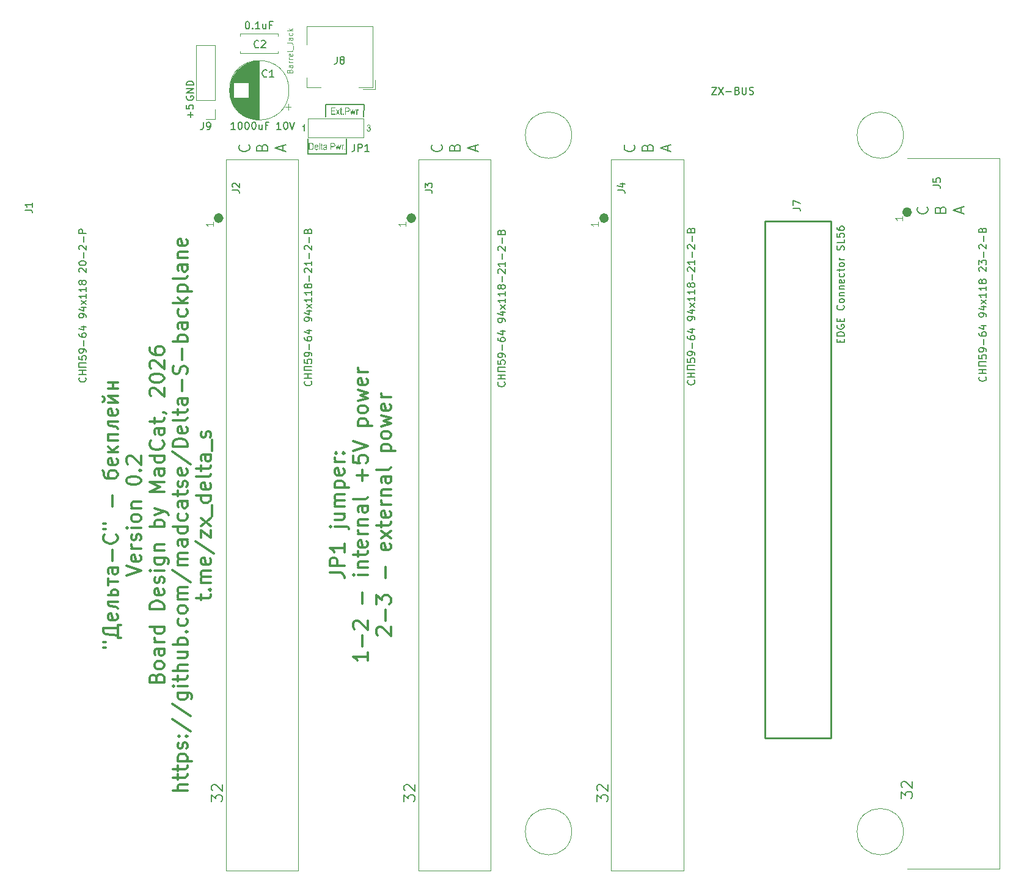
<source format=gbr>
%TF.GenerationSoftware,KiCad,Pcbnew,9.0.7*%
%TF.CreationDate,2026-02-25T22:10:38+03:00*%
%TF.ProjectId,deltas_backplane,64656c74-6173-45f6-9261-636b706c616e,rev?*%
%TF.SameCoordinates,Original*%
%TF.FileFunction,Legend,Top*%
%TF.FilePolarity,Positive*%
%FSLAX46Y46*%
G04 Gerber Fmt 4.6, Leading zero omitted, Abs format (unit mm)*
G04 Created by KiCad (PCBNEW 9.0.7) date 2026-02-25 22:10:38*
%MOMM*%
%LPD*%
G01*
G04 APERTURE LIST*
%ADD10C,0.150000*%
%ADD11C,0.200000*%
%ADD12C,0.300000*%
%ADD13C,0.100000*%
%ADD14C,0.120000*%
%ADD15C,0.668276*%
%ADD16C,0.254000*%
G04 APERTURE END LIST*
D10*
X137490790Y-35413210D02*
X132156790Y-35413210D01*
X139929190Y-28504410D02*
X139913000Y-30257010D01*
X132156790Y-35413210D02*
X132156790Y-33305010D01*
X137490790Y-33305010D02*
X137490790Y-35413210D01*
X134645990Y-30257010D02*
X134645990Y-28504410D01*
X134645990Y-28504410D02*
X139929190Y-28504410D01*
G36*
X135346448Y-29960010D02*
G01*
X135346448Y-28959591D01*
X135940080Y-28959591D01*
X135940080Y-29076827D01*
X135455075Y-29076827D01*
X135455075Y-29385550D01*
X135909305Y-29385550D01*
X135909305Y-29502787D01*
X135455075Y-29502787D01*
X135455075Y-29842773D01*
X135959192Y-29842773D01*
X135959192Y-29960010D01*
X135346448Y-29960010D01*
G37*
G36*
X136028740Y-29960010D02*
G01*
X136245994Y-29583631D01*
X136045166Y-29233143D01*
X136170829Y-29233143D01*
X136262359Y-29403869D01*
X136304063Y-29484102D01*
X136349126Y-29406189D01*
X136449571Y-29233143D01*
X136569799Y-29233143D01*
X136364147Y-29575449D01*
X136585492Y-29960010D01*
X136461844Y-29960010D01*
X136339600Y-29735611D01*
X136307482Y-29675467D01*
X136151045Y-29960010D01*
X136028740Y-29960010D01*
G37*
G36*
X136892566Y-29854497D02*
G01*
X136906244Y-29960010D01*
X136831078Y-29967825D01*
X136781838Y-29962166D01*
X136746326Y-29946943D01*
X136719286Y-29922207D01*
X136702301Y-29889790D01*
X136694150Y-29844564D01*
X136690333Y-29745320D01*
X136690333Y-29326932D01*
X136616572Y-29326932D01*
X136616572Y-29233143D01*
X136690333Y-29233143D01*
X136690333Y-29053380D01*
X136790778Y-28979130D01*
X136790778Y-29233143D01*
X136892566Y-29233143D01*
X136892566Y-29326932D01*
X136790778Y-29326932D01*
X136790778Y-29753502D01*
X136793670Y-29807360D01*
X136799632Y-29829767D01*
X136810359Y-29843141D01*
X136825944Y-29851431D01*
X136848175Y-29854497D01*
X136892566Y-29854497D01*
G37*
G36*
X137018412Y-29960010D02*
G01*
X137018412Y-29819326D01*
X137133206Y-29819326D01*
X137133206Y-29960010D01*
X137018412Y-29960010D01*
G37*
G36*
X137731284Y-28965259D02*
G01*
X137790464Y-28978703D01*
X137834263Y-29000679D01*
X137871825Y-29032369D01*
X137903854Y-29074996D01*
X137926736Y-29123555D01*
X137941134Y-29180546D01*
X137946230Y-29247736D01*
X137941500Y-29315108D01*
X137928045Y-29373408D01*
X137906571Y-29424081D01*
X137877231Y-29468288D01*
X137839923Y-29503198D01*
X137790072Y-29529677D01*
X137724466Y-29547131D01*
X137638850Y-29553589D01*
X137428435Y-29553589D01*
X137428435Y-29960010D01*
X137319808Y-29960010D01*
X137319808Y-29436353D01*
X137428435Y-29436353D01*
X137640926Y-29436353D01*
X137706363Y-29430411D01*
X137753825Y-29414618D01*
X137787777Y-29390740D01*
X137812447Y-29357394D01*
X137828367Y-29312718D01*
X137834244Y-29253171D01*
X137828208Y-29196386D01*
X137811347Y-29150955D01*
X137785005Y-29114007D01*
X137755965Y-29092642D01*
X137716850Y-29081713D01*
X137638850Y-29076827D01*
X137428435Y-29076827D01*
X137428435Y-29436353D01*
X137319808Y-29436353D01*
X137319808Y-28959591D01*
X137629264Y-28959591D01*
X137731284Y-28965259D01*
G37*
G36*
X138179054Y-29960010D02*
G01*
X137997338Y-29233143D01*
X138101874Y-29233143D01*
X138196151Y-29651836D01*
X138231017Y-29807602D01*
X138262463Y-29658003D01*
X138356680Y-29233143D01*
X138460544Y-29233143D01*
X138549326Y-29650493D01*
X138579368Y-29788063D01*
X138613501Y-29649149D01*
X138715289Y-29233143D01*
X138813658Y-29233143D01*
X138627179Y-29960010D01*
X138522704Y-29960010D01*
X138427693Y-29525013D01*
X138405162Y-29401182D01*
X138284934Y-29960010D01*
X138179054Y-29960010D01*
G37*
G36*
X138898227Y-29960010D02*
G01*
X138898227Y-29233143D01*
X138989086Y-29233143D01*
X138989086Y-29345800D01*
X139025796Y-29276009D01*
X139052955Y-29242851D01*
X139084068Y-29223745D01*
X139118229Y-29217511D01*
X139150777Y-29221509D01*
X139184866Y-29234051D01*
X139221361Y-29256590D01*
X139187228Y-29369919D01*
X139149159Y-29352011D01*
X139114138Y-29346471D01*
X139083692Y-29351985D01*
X139055337Y-29369003D01*
X139033067Y-29395204D01*
X139017784Y-29431712D01*
X139003549Y-29503344D01*
X138998672Y-29581006D01*
X138998672Y-29960010D01*
X138898227Y-29960010D01*
G37*
D11*
X222657947Y-43568152D02*
X222657947Y-42853867D01*
X223086518Y-43711009D02*
X221586518Y-43211009D01*
X221586518Y-43211009D02*
X223086518Y-42711009D01*
D12*
X135212540Y-93425001D02*
X136641111Y-93425001D01*
X136641111Y-93425001D02*
X136926825Y-93520240D01*
X136926825Y-93520240D02*
X137117302Y-93710716D01*
X137117302Y-93710716D02*
X137212540Y-93996430D01*
X137212540Y-93996430D02*
X137212540Y-94186906D01*
X137212540Y-92472620D02*
X135212540Y-92472620D01*
X135212540Y-92472620D02*
X135212540Y-91710715D01*
X135212540Y-91710715D02*
X135307778Y-91520239D01*
X135307778Y-91520239D02*
X135403016Y-91425001D01*
X135403016Y-91425001D02*
X135593492Y-91329763D01*
X135593492Y-91329763D02*
X135879206Y-91329763D01*
X135879206Y-91329763D02*
X136069682Y-91425001D01*
X136069682Y-91425001D02*
X136164921Y-91520239D01*
X136164921Y-91520239D02*
X136260159Y-91710715D01*
X136260159Y-91710715D02*
X136260159Y-92472620D01*
X137212540Y-89425001D02*
X137212540Y-90567858D01*
X137212540Y-89996430D02*
X135212540Y-89996430D01*
X135212540Y-89996430D02*
X135498254Y-90186906D01*
X135498254Y-90186906D02*
X135688730Y-90377382D01*
X135688730Y-90377382D02*
X135783968Y-90567858D01*
X135879206Y-87044048D02*
X137593492Y-87044048D01*
X137593492Y-87044048D02*
X137783968Y-87139286D01*
X137783968Y-87139286D02*
X137879206Y-87329762D01*
X137879206Y-87329762D02*
X137879206Y-87425000D01*
X135212540Y-87044048D02*
X135307778Y-87139286D01*
X135307778Y-87139286D02*
X135403016Y-87044048D01*
X135403016Y-87044048D02*
X135307778Y-86948810D01*
X135307778Y-86948810D02*
X135212540Y-87044048D01*
X135212540Y-87044048D02*
X135403016Y-87044048D01*
X135879206Y-85234524D02*
X137212540Y-85234524D01*
X135879206Y-86091667D02*
X136926825Y-86091667D01*
X136926825Y-86091667D02*
X137117302Y-85996429D01*
X137117302Y-85996429D02*
X137212540Y-85805953D01*
X137212540Y-85805953D02*
X137212540Y-85520238D01*
X137212540Y-85520238D02*
X137117302Y-85329762D01*
X137117302Y-85329762D02*
X137022063Y-85234524D01*
X137212540Y-84282143D02*
X135879206Y-84282143D01*
X136069682Y-84282143D02*
X135974444Y-84186905D01*
X135974444Y-84186905D02*
X135879206Y-83996429D01*
X135879206Y-83996429D02*
X135879206Y-83710714D01*
X135879206Y-83710714D02*
X135974444Y-83520238D01*
X135974444Y-83520238D02*
X136164921Y-83425000D01*
X136164921Y-83425000D02*
X137212540Y-83425000D01*
X136164921Y-83425000D02*
X135974444Y-83329762D01*
X135974444Y-83329762D02*
X135879206Y-83139286D01*
X135879206Y-83139286D02*
X135879206Y-82853572D01*
X135879206Y-82853572D02*
X135974444Y-82663095D01*
X135974444Y-82663095D02*
X136164921Y-82567857D01*
X136164921Y-82567857D02*
X137212540Y-82567857D01*
X135879206Y-81615476D02*
X137879206Y-81615476D01*
X135974444Y-81615476D02*
X135879206Y-81425000D01*
X135879206Y-81425000D02*
X135879206Y-81044047D01*
X135879206Y-81044047D02*
X135974444Y-80853571D01*
X135974444Y-80853571D02*
X136069682Y-80758333D01*
X136069682Y-80758333D02*
X136260159Y-80663095D01*
X136260159Y-80663095D02*
X136831587Y-80663095D01*
X136831587Y-80663095D02*
X137022063Y-80758333D01*
X137022063Y-80758333D02*
X137117302Y-80853571D01*
X137117302Y-80853571D02*
X137212540Y-81044047D01*
X137212540Y-81044047D02*
X137212540Y-81425000D01*
X137212540Y-81425000D02*
X137117302Y-81615476D01*
X137117302Y-79044047D02*
X137212540Y-79234523D01*
X137212540Y-79234523D02*
X137212540Y-79615476D01*
X137212540Y-79615476D02*
X137117302Y-79805952D01*
X137117302Y-79805952D02*
X136926825Y-79901190D01*
X136926825Y-79901190D02*
X136164921Y-79901190D01*
X136164921Y-79901190D02*
X135974444Y-79805952D01*
X135974444Y-79805952D02*
X135879206Y-79615476D01*
X135879206Y-79615476D02*
X135879206Y-79234523D01*
X135879206Y-79234523D02*
X135974444Y-79044047D01*
X135974444Y-79044047D02*
X136164921Y-78948809D01*
X136164921Y-78948809D02*
X136355397Y-78948809D01*
X136355397Y-78948809D02*
X136545873Y-79901190D01*
X137212540Y-78091666D02*
X135879206Y-78091666D01*
X136260159Y-78091666D02*
X136069682Y-77996428D01*
X136069682Y-77996428D02*
X135974444Y-77901190D01*
X135974444Y-77901190D02*
X135879206Y-77710714D01*
X135879206Y-77710714D02*
X135879206Y-77520237D01*
X137022063Y-76853571D02*
X137117302Y-76758333D01*
X137117302Y-76758333D02*
X137212540Y-76853571D01*
X137212540Y-76853571D02*
X137117302Y-76948809D01*
X137117302Y-76948809D02*
X137022063Y-76853571D01*
X137022063Y-76853571D02*
X137212540Y-76853571D01*
X135974444Y-76853571D02*
X136069682Y-76758333D01*
X136069682Y-76758333D02*
X136164921Y-76853571D01*
X136164921Y-76853571D02*
X136069682Y-76948809D01*
X136069682Y-76948809D02*
X135974444Y-76853571D01*
X135974444Y-76853571D02*
X136164921Y-76853571D01*
X140432428Y-104472620D02*
X140432428Y-105615477D01*
X140432428Y-105044049D02*
X138432428Y-105044049D01*
X138432428Y-105044049D02*
X138718142Y-105234525D01*
X138718142Y-105234525D02*
X138908618Y-105425001D01*
X138908618Y-105425001D02*
X139003856Y-105615477D01*
X139670523Y-103615477D02*
X139670523Y-102091668D01*
X138622904Y-101234525D02*
X138527666Y-101139287D01*
X138527666Y-101139287D02*
X138432428Y-100948811D01*
X138432428Y-100948811D02*
X138432428Y-100472620D01*
X138432428Y-100472620D02*
X138527666Y-100282144D01*
X138527666Y-100282144D02*
X138622904Y-100186906D01*
X138622904Y-100186906D02*
X138813380Y-100091668D01*
X138813380Y-100091668D02*
X139003856Y-100091668D01*
X139003856Y-100091668D02*
X139289570Y-100186906D01*
X139289570Y-100186906D02*
X140432428Y-101329763D01*
X140432428Y-101329763D02*
X140432428Y-100091668D01*
X139670523Y-97710715D02*
X139670523Y-96186906D01*
X140432428Y-93710715D02*
X139099094Y-93710715D01*
X138432428Y-93710715D02*
X138527666Y-93805953D01*
X138527666Y-93805953D02*
X138622904Y-93710715D01*
X138622904Y-93710715D02*
X138527666Y-93615477D01*
X138527666Y-93615477D02*
X138432428Y-93710715D01*
X138432428Y-93710715D02*
X138622904Y-93710715D01*
X139099094Y-92758334D02*
X140432428Y-92758334D01*
X139289570Y-92758334D02*
X139194332Y-92663096D01*
X139194332Y-92663096D02*
X139099094Y-92472620D01*
X139099094Y-92472620D02*
X139099094Y-92186905D01*
X139099094Y-92186905D02*
X139194332Y-91996429D01*
X139194332Y-91996429D02*
X139384809Y-91901191D01*
X139384809Y-91901191D02*
X140432428Y-91901191D01*
X139099094Y-91234524D02*
X139099094Y-90472620D01*
X138432428Y-90948810D02*
X140146713Y-90948810D01*
X140146713Y-90948810D02*
X140337190Y-90853572D01*
X140337190Y-90853572D02*
X140432428Y-90663096D01*
X140432428Y-90663096D02*
X140432428Y-90472620D01*
X140337190Y-89044048D02*
X140432428Y-89234524D01*
X140432428Y-89234524D02*
X140432428Y-89615477D01*
X140432428Y-89615477D02*
X140337190Y-89805953D01*
X140337190Y-89805953D02*
X140146713Y-89901191D01*
X140146713Y-89901191D02*
X139384809Y-89901191D01*
X139384809Y-89901191D02*
X139194332Y-89805953D01*
X139194332Y-89805953D02*
X139099094Y-89615477D01*
X139099094Y-89615477D02*
X139099094Y-89234524D01*
X139099094Y-89234524D02*
X139194332Y-89044048D01*
X139194332Y-89044048D02*
X139384809Y-88948810D01*
X139384809Y-88948810D02*
X139575285Y-88948810D01*
X139575285Y-88948810D02*
X139765761Y-89901191D01*
X140432428Y-88091667D02*
X139099094Y-88091667D01*
X139480047Y-88091667D02*
X139289570Y-87996429D01*
X139289570Y-87996429D02*
X139194332Y-87901191D01*
X139194332Y-87901191D02*
X139099094Y-87710715D01*
X139099094Y-87710715D02*
X139099094Y-87520238D01*
X139099094Y-86853572D02*
X140432428Y-86853572D01*
X139289570Y-86853572D02*
X139194332Y-86758334D01*
X139194332Y-86758334D02*
X139099094Y-86567858D01*
X139099094Y-86567858D02*
X139099094Y-86282143D01*
X139099094Y-86282143D02*
X139194332Y-86091667D01*
X139194332Y-86091667D02*
X139384809Y-85996429D01*
X139384809Y-85996429D02*
X140432428Y-85996429D01*
X140432428Y-84186905D02*
X139384809Y-84186905D01*
X139384809Y-84186905D02*
X139194332Y-84282143D01*
X139194332Y-84282143D02*
X139099094Y-84472619D01*
X139099094Y-84472619D02*
X139099094Y-84853572D01*
X139099094Y-84853572D02*
X139194332Y-85044048D01*
X140337190Y-84186905D02*
X140432428Y-84377381D01*
X140432428Y-84377381D02*
X140432428Y-84853572D01*
X140432428Y-84853572D02*
X140337190Y-85044048D01*
X140337190Y-85044048D02*
X140146713Y-85139286D01*
X140146713Y-85139286D02*
X139956237Y-85139286D01*
X139956237Y-85139286D02*
X139765761Y-85044048D01*
X139765761Y-85044048D02*
X139670523Y-84853572D01*
X139670523Y-84853572D02*
X139670523Y-84377381D01*
X139670523Y-84377381D02*
X139575285Y-84186905D01*
X140432428Y-82948810D02*
X140337190Y-83139286D01*
X140337190Y-83139286D02*
X140146713Y-83234524D01*
X140146713Y-83234524D02*
X138432428Y-83234524D01*
X139670523Y-80663095D02*
X139670523Y-79139286D01*
X140432428Y-79901190D02*
X138908618Y-79901190D01*
X138432428Y-77234524D02*
X138432428Y-78186905D01*
X138432428Y-78186905D02*
X139384809Y-78282143D01*
X139384809Y-78282143D02*
X139289570Y-78186905D01*
X139289570Y-78186905D02*
X139194332Y-77996429D01*
X139194332Y-77996429D02*
X139194332Y-77520238D01*
X139194332Y-77520238D02*
X139289570Y-77329762D01*
X139289570Y-77329762D02*
X139384809Y-77234524D01*
X139384809Y-77234524D02*
X139575285Y-77139286D01*
X139575285Y-77139286D02*
X140051475Y-77139286D01*
X140051475Y-77139286D02*
X140241951Y-77234524D01*
X140241951Y-77234524D02*
X140337190Y-77329762D01*
X140337190Y-77329762D02*
X140432428Y-77520238D01*
X140432428Y-77520238D02*
X140432428Y-77996429D01*
X140432428Y-77996429D02*
X140337190Y-78186905D01*
X140337190Y-78186905D02*
X140241951Y-78282143D01*
X138432428Y-76567857D02*
X140432428Y-75901191D01*
X140432428Y-75901191D02*
X138432428Y-75234524D01*
X139099094Y-73044047D02*
X141099094Y-73044047D01*
X139194332Y-73044047D02*
X139099094Y-72853571D01*
X139099094Y-72853571D02*
X139099094Y-72472618D01*
X139099094Y-72472618D02*
X139194332Y-72282142D01*
X139194332Y-72282142D02*
X139289570Y-72186904D01*
X139289570Y-72186904D02*
X139480047Y-72091666D01*
X139480047Y-72091666D02*
X140051475Y-72091666D01*
X140051475Y-72091666D02*
X140241951Y-72186904D01*
X140241951Y-72186904D02*
X140337190Y-72282142D01*
X140337190Y-72282142D02*
X140432428Y-72472618D01*
X140432428Y-72472618D02*
X140432428Y-72853571D01*
X140432428Y-72853571D02*
X140337190Y-73044047D01*
X140432428Y-70948809D02*
X140337190Y-71139285D01*
X140337190Y-71139285D02*
X140241951Y-71234523D01*
X140241951Y-71234523D02*
X140051475Y-71329761D01*
X140051475Y-71329761D02*
X139480047Y-71329761D01*
X139480047Y-71329761D02*
X139289570Y-71234523D01*
X139289570Y-71234523D02*
X139194332Y-71139285D01*
X139194332Y-71139285D02*
X139099094Y-70948809D01*
X139099094Y-70948809D02*
X139099094Y-70663094D01*
X139099094Y-70663094D02*
X139194332Y-70472618D01*
X139194332Y-70472618D02*
X139289570Y-70377380D01*
X139289570Y-70377380D02*
X139480047Y-70282142D01*
X139480047Y-70282142D02*
X140051475Y-70282142D01*
X140051475Y-70282142D02*
X140241951Y-70377380D01*
X140241951Y-70377380D02*
X140337190Y-70472618D01*
X140337190Y-70472618D02*
X140432428Y-70663094D01*
X140432428Y-70663094D02*
X140432428Y-70948809D01*
X139099094Y-69615475D02*
X140432428Y-69234523D01*
X140432428Y-69234523D02*
X139480047Y-68853570D01*
X139480047Y-68853570D02*
X140432428Y-68472618D01*
X140432428Y-68472618D02*
X139099094Y-68091666D01*
X140337190Y-66567856D02*
X140432428Y-66758332D01*
X140432428Y-66758332D02*
X140432428Y-67139285D01*
X140432428Y-67139285D02*
X140337190Y-67329761D01*
X140337190Y-67329761D02*
X140146713Y-67424999D01*
X140146713Y-67424999D02*
X139384809Y-67424999D01*
X139384809Y-67424999D02*
X139194332Y-67329761D01*
X139194332Y-67329761D02*
X139099094Y-67139285D01*
X139099094Y-67139285D02*
X139099094Y-66758332D01*
X139099094Y-66758332D02*
X139194332Y-66567856D01*
X139194332Y-66567856D02*
X139384809Y-66472618D01*
X139384809Y-66472618D02*
X139575285Y-66472618D01*
X139575285Y-66472618D02*
X139765761Y-67424999D01*
X140432428Y-65615475D02*
X139099094Y-65615475D01*
X139480047Y-65615475D02*
X139289570Y-65520237D01*
X139289570Y-65520237D02*
X139194332Y-65424999D01*
X139194332Y-65424999D02*
X139099094Y-65234523D01*
X139099094Y-65234523D02*
X139099094Y-65044046D01*
X141842792Y-102091668D02*
X141747554Y-101996430D01*
X141747554Y-101996430D02*
X141652316Y-101805954D01*
X141652316Y-101805954D02*
X141652316Y-101329763D01*
X141652316Y-101329763D02*
X141747554Y-101139287D01*
X141747554Y-101139287D02*
X141842792Y-101044049D01*
X141842792Y-101044049D02*
X142033268Y-100948811D01*
X142033268Y-100948811D02*
X142223744Y-100948811D01*
X142223744Y-100948811D02*
X142509458Y-101044049D01*
X142509458Y-101044049D02*
X143652316Y-102186906D01*
X143652316Y-102186906D02*
X143652316Y-100948811D01*
X142890411Y-100091668D02*
X142890411Y-98567859D01*
X141652316Y-97805954D02*
X141652316Y-96567859D01*
X141652316Y-96567859D02*
X142414220Y-97234526D01*
X142414220Y-97234526D02*
X142414220Y-96948811D01*
X142414220Y-96948811D02*
X142509458Y-96758335D01*
X142509458Y-96758335D02*
X142604697Y-96663097D01*
X142604697Y-96663097D02*
X142795173Y-96567859D01*
X142795173Y-96567859D02*
X143271363Y-96567859D01*
X143271363Y-96567859D02*
X143461839Y-96663097D01*
X143461839Y-96663097D02*
X143557078Y-96758335D01*
X143557078Y-96758335D02*
X143652316Y-96948811D01*
X143652316Y-96948811D02*
X143652316Y-97520240D01*
X143652316Y-97520240D02*
X143557078Y-97710716D01*
X143557078Y-97710716D02*
X143461839Y-97805954D01*
X142890411Y-94186906D02*
X142890411Y-92663097D01*
X143557078Y-89425001D02*
X143652316Y-89615477D01*
X143652316Y-89615477D02*
X143652316Y-89996430D01*
X143652316Y-89996430D02*
X143557078Y-90186906D01*
X143557078Y-90186906D02*
X143366601Y-90282144D01*
X143366601Y-90282144D02*
X142604697Y-90282144D01*
X142604697Y-90282144D02*
X142414220Y-90186906D01*
X142414220Y-90186906D02*
X142318982Y-89996430D01*
X142318982Y-89996430D02*
X142318982Y-89615477D01*
X142318982Y-89615477D02*
X142414220Y-89425001D01*
X142414220Y-89425001D02*
X142604697Y-89329763D01*
X142604697Y-89329763D02*
X142795173Y-89329763D01*
X142795173Y-89329763D02*
X142985649Y-90282144D01*
X143652316Y-88663096D02*
X142318982Y-87615477D01*
X142318982Y-88663096D02*
X143652316Y-87615477D01*
X142318982Y-87139286D02*
X142318982Y-86377382D01*
X141652316Y-86853572D02*
X143366601Y-86853572D01*
X143366601Y-86853572D02*
X143557078Y-86758334D01*
X143557078Y-86758334D02*
X143652316Y-86567858D01*
X143652316Y-86567858D02*
X143652316Y-86377382D01*
X143557078Y-84948810D02*
X143652316Y-85139286D01*
X143652316Y-85139286D02*
X143652316Y-85520239D01*
X143652316Y-85520239D02*
X143557078Y-85710715D01*
X143557078Y-85710715D02*
X143366601Y-85805953D01*
X143366601Y-85805953D02*
X142604697Y-85805953D01*
X142604697Y-85805953D02*
X142414220Y-85710715D01*
X142414220Y-85710715D02*
X142318982Y-85520239D01*
X142318982Y-85520239D02*
X142318982Y-85139286D01*
X142318982Y-85139286D02*
X142414220Y-84948810D01*
X142414220Y-84948810D02*
X142604697Y-84853572D01*
X142604697Y-84853572D02*
X142795173Y-84853572D01*
X142795173Y-84853572D02*
X142985649Y-85805953D01*
X143652316Y-83996429D02*
X142318982Y-83996429D01*
X142699935Y-83996429D02*
X142509458Y-83901191D01*
X142509458Y-83901191D02*
X142414220Y-83805953D01*
X142414220Y-83805953D02*
X142318982Y-83615477D01*
X142318982Y-83615477D02*
X142318982Y-83425000D01*
X142318982Y-82758334D02*
X143652316Y-82758334D01*
X142509458Y-82758334D02*
X142414220Y-82663096D01*
X142414220Y-82663096D02*
X142318982Y-82472620D01*
X142318982Y-82472620D02*
X142318982Y-82186905D01*
X142318982Y-82186905D02*
X142414220Y-81996429D01*
X142414220Y-81996429D02*
X142604697Y-81901191D01*
X142604697Y-81901191D02*
X143652316Y-81901191D01*
X143652316Y-80091667D02*
X142604697Y-80091667D01*
X142604697Y-80091667D02*
X142414220Y-80186905D01*
X142414220Y-80186905D02*
X142318982Y-80377381D01*
X142318982Y-80377381D02*
X142318982Y-80758334D01*
X142318982Y-80758334D02*
X142414220Y-80948810D01*
X143557078Y-80091667D02*
X143652316Y-80282143D01*
X143652316Y-80282143D02*
X143652316Y-80758334D01*
X143652316Y-80758334D02*
X143557078Y-80948810D01*
X143557078Y-80948810D02*
X143366601Y-81044048D01*
X143366601Y-81044048D02*
X143176125Y-81044048D01*
X143176125Y-81044048D02*
X142985649Y-80948810D01*
X142985649Y-80948810D02*
X142890411Y-80758334D01*
X142890411Y-80758334D02*
X142890411Y-80282143D01*
X142890411Y-80282143D02*
X142795173Y-80091667D01*
X143652316Y-78853572D02*
X143557078Y-79044048D01*
X143557078Y-79044048D02*
X143366601Y-79139286D01*
X143366601Y-79139286D02*
X141652316Y-79139286D01*
X142318982Y-76567857D02*
X144318982Y-76567857D01*
X142414220Y-76567857D02*
X142318982Y-76377381D01*
X142318982Y-76377381D02*
X142318982Y-75996428D01*
X142318982Y-75996428D02*
X142414220Y-75805952D01*
X142414220Y-75805952D02*
X142509458Y-75710714D01*
X142509458Y-75710714D02*
X142699935Y-75615476D01*
X142699935Y-75615476D02*
X143271363Y-75615476D01*
X143271363Y-75615476D02*
X143461839Y-75710714D01*
X143461839Y-75710714D02*
X143557078Y-75805952D01*
X143557078Y-75805952D02*
X143652316Y-75996428D01*
X143652316Y-75996428D02*
X143652316Y-76377381D01*
X143652316Y-76377381D02*
X143557078Y-76567857D01*
X143652316Y-74472619D02*
X143557078Y-74663095D01*
X143557078Y-74663095D02*
X143461839Y-74758333D01*
X143461839Y-74758333D02*
X143271363Y-74853571D01*
X143271363Y-74853571D02*
X142699935Y-74853571D01*
X142699935Y-74853571D02*
X142509458Y-74758333D01*
X142509458Y-74758333D02*
X142414220Y-74663095D01*
X142414220Y-74663095D02*
X142318982Y-74472619D01*
X142318982Y-74472619D02*
X142318982Y-74186904D01*
X142318982Y-74186904D02*
X142414220Y-73996428D01*
X142414220Y-73996428D02*
X142509458Y-73901190D01*
X142509458Y-73901190D02*
X142699935Y-73805952D01*
X142699935Y-73805952D02*
X143271363Y-73805952D01*
X143271363Y-73805952D02*
X143461839Y-73901190D01*
X143461839Y-73901190D02*
X143557078Y-73996428D01*
X143557078Y-73996428D02*
X143652316Y-74186904D01*
X143652316Y-74186904D02*
X143652316Y-74472619D01*
X142318982Y-73139285D02*
X143652316Y-72758333D01*
X143652316Y-72758333D02*
X142699935Y-72377380D01*
X142699935Y-72377380D02*
X143652316Y-71996428D01*
X143652316Y-71996428D02*
X142318982Y-71615476D01*
X143557078Y-70091666D02*
X143652316Y-70282142D01*
X143652316Y-70282142D02*
X143652316Y-70663095D01*
X143652316Y-70663095D02*
X143557078Y-70853571D01*
X143557078Y-70853571D02*
X143366601Y-70948809D01*
X143366601Y-70948809D02*
X142604697Y-70948809D01*
X142604697Y-70948809D02*
X142414220Y-70853571D01*
X142414220Y-70853571D02*
X142318982Y-70663095D01*
X142318982Y-70663095D02*
X142318982Y-70282142D01*
X142318982Y-70282142D02*
X142414220Y-70091666D01*
X142414220Y-70091666D02*
X142604697Y-69996428D01*
X142604697Y-69996428D02*
X142795173Y-69996428D01*
X142795173Y-69996428D02*
X142985649Y-70948809D01*
X143652316Y-69139285D02*
X142318982Y-69139285D01*
X142699935Y-69139285D02*
X142509458Y-69044047D01*
X142509458Y-69044047D02*
X142414220Y-68948809D01*
X142414220Y-68948809D02*
X142318982Y-68758333D01*
X142318982Y-68758333D02*
X142318982Y-68567856D01*
D10*
G36*
X132675935Y-33841757D02*
G01*
X132736986Y-33854831D01*
X132782187Y-33874868D01*
X132823452Y-33903703D01*
X132861305Y-33942209D01*
X132892835Y-33986571D01*
X132920262Y-34039485D01*
X132943310Y-34102188D01*
X132959013Y-34167181D01*
X132969094Y-34242992D01*
X132972680Y-34331166D01*
X132966573Y-34443733D01*
X132949466Y-34538969D01*
X132922794Y-34619433D01*
X132884029Y-34694516D01*
X132841301Y-34749224D01*
X132794749Y-34787350D01*
X132740415Y-34813702D01*
X132673205Y-34830672D01*
X132590135Y-34836810D01*
X132293685Y-34836810D01*
X132293685Y-34719573D01*
X132402251Y-34719573D01*
X132577129Y-34719573D01*
X132647332Y-34715015D01*
X132699512Y-34702924D01*
X132737658Y-34685074D01*
X132770144Y-34658544D01*
X132798159Y-34622147D01*
X132821677Y-34573882D01*
X132842542Y-34504898D01*
X132855888Y-34424153D01*
X132860634Y-34329761D01*
X132855248Y-34228164D01*
X132840785Y-34149745D01*
X132819296Y-34090037D01*
X132787227Y-34035755D01*
X132751877Y-33997940D01*
X132713050Y-33973472D01*
X132662672Y-33959524D01*
X132574381Y-33953627D01*
X132402251Y-33953627D01*
X132402251Y-34719573D01*
X132293685Y-34719573D01*
X132293685Y-33836391D01*
X132577190Y-33836391D01*
X132675935Y-33841757D01*
G37*
G36*
X133409656Y-34100359D02*
G01*
X133459362Y-34118100D01*
X133504869Y-34147883D01*
X133547017Y-34191276D01*
X133578742Y-34241064D01*
X133602853Y-34302697D01*
X133618522Y-34378639D01*
X133624198Y-34471850D01*
X133623526Y-34504639D01*
X133179493Y-34504639D01*
X133189660Y-34584631D01*
X133209144Y-34644548D01*
X133236218Y-34688798D01*
X133273319Y-34723949D01*
X133313783Y-34744081D01*
X133359195Y-34750836D01*
X133400353Y-34745316D01*
X133435666Y-34729225D01*
X133466661Y-34701876D01*
X133493914Y-34660858D01*
X133516975Y-34602336D01*
X133620840Y-34621876D01*
X133597518Y-34694985D01*
X133566012Y-34751443D01*
X133526867Y-34794311D01*
X133478742Y-34826218D01*
X133423289Y-34845665D01*
X133358523Y-34852441D01*
X133297386Y-34846245D01*
X133243889Y-34828327D01*
X133196408Y-34798784D01*
X133153908Y-34756515D01*
X133121667Y-34707098D01*
X133097246Y-34646141D01*
X133081415Y-34571253D01*
X133075690Y-34479543D01*
X133080351Y-34403034D01*
X133185660Y-34403034D01*
X133517647Y-34403034D01*
X133509147Y-34341129D01*
X133495277Y-34295716D01*
X133477347Y-34263144D01*
X133441065Y-34225024D01*
X133400455Y-34203255D01*
X133353699Y-34195916D01*
X133311157Y-34202044D01*
X133273146Y-34220279D01*
X133238233Y-34251970D01*
X133212041Y-34291810D01*
X133194243Y-34341371D01*
X133185660Y-34403034D01*
X133080351Y-34403034D01*
X133081500Y-34384168D01*
X133097528Y-34306582D01*
X133122173Y-34243725D01*
X133154580Y-34193046D01*
X133197615Y-34149055D01*
X133244559Y-34118706D01*
X133296320Y-34100533D01*
X133354371Y-34094311D01*
X133409656Y-34100359D01*
G37*
G36*
X133745098Y-34836810D02*
G01*
X133745098Y-33836391D01*
X133845482Y-33836391D01*
X133845482Y-34836810D01*
X133745098Y-34836810D01*
G37*
G36*
X134227539Y-34731297D02*
G01*
X134241217Y-34836810D01*
X134166051Y-34844625D01*
X134116810Y-34838966D01*
X134081299Y-34823743D01*
X134054259Y-34799007D01*
X134037274Y-34766590D01*
X134029123Y-34721364D01*
X134025306Y-34622120D01*
X134025306Y-34203732D01*
X133951544Y-34203732D01*
X133951544Y-34109943D01*
X134025306Y-34109943D01*
X134025306Y-33930180D01*
X134125751Y-33855930D01*
X134125751Y-34109943D01*
X134227539Y-34109943D01*
X134227539Y-34203732D01*
X134125751Y-34203732D01*
X134125751Y-34630302D01*
X134128642Y-34684160D01*
X134134605Y-34706567D01*
X134145332Y-34719941D01*
X134160917Y-34728231D01*
X134183148Y-34731297D01*
X134227539Y-34731297D01*
G37*
G36*
X134636331Y-34098793D02*
G01*
X134684337Y-34110975D01*
X134721520Y-34129543D01*
X134753600Y-34155789D01*
X134775555Y-34184655D01*
X134788809Y-34216677D01*
X134798759Y-34274626D01*
X134802853Y-34368474D01*
X134802853Y-34532544D01*
X134805024Y-34689365D01*
X134809325Y-34749676D01*
X134818961Y-34793695D01*
X134834971Y-34836810D01*
X134729763Y-34836810D01*
X134717148Y-34794513D01*
X134709308Y-34741372D01*
X134656405Y-34790802D01*
X134604100Y-34824536D01*
X134548125Y-34845539D01*
X134490711Y-34852441D01*
X134431037Y-34845843D01*
X134382439Y-34827237D01*
X134342455Y-34797059D01*
X134312357Y-34756983D01*
X134293748Y-34708023D01*
X134287134Y-34647643D01*
X134287973Y-34640194D01*
X134394357Y-34640194D01*
X134398139Y-34672388D01*
X134408874Y-34698794D01*
X134426475Y-34720733D01*
X134449589Y-34736936D01*
X134478645Y-34747153D01*
X134515318Y-34750836D01*
X134567010Y-34743932D01*
X134613320Y-34723481D01*
X134651949Y-34691436D01*
X134679266Y-34650452D01*
X134690469Y-34619088D01*
X134698194Y-34575809D01*
X134701126Y-34517401D01*
X134701126Y-34473376D01*
X134638513Y-34497094D01*
X134536445Y-34520271D01*
X134477999Y-34532889D01*
X134447663Y-34544451D01*
X134425181Y-34560842D01*
X134408340Y-34582858D01*
X134397967Y-34609153D01*
X134394357Y-34640194D01*
X134287973Y-34640194D01*
X134293834Y-34588134D01*
X134313085Y-34537490D01*
X134343978Y-34494559D01*
X134384099Y-34462446D01*
X134435776Y-34440465D01*
X134520752Y-34422574D01*
X134635040Y-34398969D01*
X134701126Y-34375679D01*
X134701797Y-34344233D01*
X134698114Y-34294957D01*
X134688684Y-34261535D01*
X134675175Y-34239636D01*
X134647184Y-34216251D01*
X134609714Y-34201378D01*
X134559709Y-34195916D01*
X134513561Y-34199669D01*
X134479431Y-34209680D01*
X134454502Y-34224737D01*
X134435263Y-34246546D01*
X134417921Y-34281048D01*
X134403272Y-34332692D01*
X134304231Y-34313153D01*
X134324708Y-34239828D01*
X134353568Y-34185629D01*
X134389960Y-34146518D01*
X134435863Y-34118932D01*
X134496102Y-34100943D01*
X134574730Y-34094311D01*
X134636331Y-34098793D01*
G37*
G36*
X135704219Y-33842059D02*
G01*
X135763399Y-33855503D01*
X135807198Y-33877479D01*
X135844760Y-33909169D01*
X135876789Y-33951796D01*
X135899672Y-34000355D01*
X135914069Y-34057346D01*
X135919165Y-34124536D01*
X135914435Y-34191908D01*
X135900980Y-34250208D01*
X135879506Y-34300881D01*
X135850166Y-34345088D01*
X135812859Y-34379998D01*
X135763007Y-34406477D01*
X135697401Y-34423931D01*
X135611785Y-34430389D01*
X135401370Y-34430389D01*
X135401370Y-34836810D01*
X135292743Y-34836810D01*
X135292743Y-34313153D01*
X135401370Y-34313153D01*
X135613861Y-34313153D01*
X135679298Y-34307211D01*
X135726760Y-34291418D01*
X135760712Y-34267540D01*
X135785382Y-34234194D01*
X135801302Y-34189518D01*
X135807180Y-34129971D01*
X135801143Y-34073186D01*
X135784282Y-34027755D01*
X135757940Y-33990807D01*
X135728900Y-33969442D01*
X135689785Y-33958513D01*
X135611785Y-33953627D01*
X135401370Y-33953627D01*
X135401370Y-34313153D01*
X135292743Y-34313153D01*
X135292743Y-33836391D01*
X135602199Y-33836391D01*
X135704219Y-33842059D01*
G37*
G36*
X136151989Y-34836810D02*
G01*
X135970273Y-34109943D01*
X136074809Y-34109943D01*
X136169086Y-34528636D01*
X136203952Y-34684402D01*
X136235398Y-34534803D01*
X136329615Y-34109943D01*
X136433479Y-34109943D01*
X136522262Y-34527293D01*
X136552303Y-34664863D01*
X136586436Y-34525949D01*
X136688225Y-34109943D01*
X136786593Y-34109943D01*
X136600114Y-34836810D01*
X136495639Y-34836810D01*
X136400629Y-34401813D01*
X136378097Y-34277982D01*
X136257869Y-34836810D01*
X136151989Y-34836810D01*
G37*
G36*
X136871162Y-34836810D02*
G01*
X136871162Y-34109943D01*
X136962021Y-34109943D01*
X136962021Y-34222600D01*
X136998731Y-34152809D01*
X137025890Y-34119651D01*
X137057003Y-34100545D01*
X137091164Y-34094311D01*
X137123712Y-34098309D01*
X137157801Y-34110851D01*
X137194296Y-34133390D01*
X137160163Y-34246719D01*
X137122095Y-34228811D01*
X137087073Y-34223271D01*
X137056627Y-34228785D01*
X137028272Y-34245803D01*
X137006002Y-34272004D01*
X136990719Y-34308512D01*
X136976485Y-34380144D01*
X136971607Y-34457806D01*
X136971607Y-34836810D01*
X136871162Y-34836810D01*
G37*
G36*
X137253036Y-34836810D02*
G01*
X137253036Y-34696126D01*
X137367830Y-34696126D01*
X137367830Y-34836810D01*
X137253036Y-34836810D01*
G37*
X115377028Y-27389821D02*
X115329409Y-27485059D01*
X115329409Y-27485059D02*
X115329409Y-27627916D01*
X115329409Y-27627916D02*
X115377028Y-27770773D01*
X115377028Y-27770773D02*
X115472266Y-27866011D01*
X115472266Y-27866011D02*
X115567504Y-27913630D01*
X115567504Y-27913630D02*
X115757980Y-27961249D01*
X115757980Y-27961249D02*
X115900837Y-27961249D01*
X115900837Y-27961249D02*
X116091313Y-27913630D01*
X116091313Y-27913630D02*
X116186551Y-27866011D01*
X116186551Y-27866011D02*
X116281790Y-27770773D01*
X116281790Y-27770773D02*
X116329409Y-27627916D01*
X116329409Y-27627916D02*
X116329409Y-27532678D01*
X116329409Y-27532678D02*
X116281790Y-27389821D01*
X116281790Y-27389821D02*
X116234170Y-27342202D01*
X116234170Y-27342202D02*
X115900837Y-27342202D01*
X115900837Y-27342202D02*
X115900837Y-27532678D01*
X116329409Y-26913630D02*
X115329409Y-26913630D01*
X115329409Y-26913630D02*
X116329409Y-26342202D01*
X116329409Y-26342202D02*
X115329409Y-26342202D01*
X116329409Y-25866011D02*
X115329409Y-25866011D01*
X115329409Y-25866011D02*
X115329409Y-25627916D01*
X115329409Y-25627916D02*
X115377028Y-25485059D01*
X115377028Y-25485059D02*
X115472266Y-25389821D01*
X115472266Y-25389821D02*
X115567504Y-25342202D01*
X115567504Y-25342202D02*
X115757980Y-25294583D01*
X115757980Y-25294583D02*
X115900837Y-25294583D01*
X115900837Y-25294583D02*
X116091313Y-25342202D01*
X116091313Y-25342202D02*
X116186551Y-25389821D01*
X116186551Y-25389821D02*
X116281790Y-25485059D01*
X116281790Y-25485059D02*
X116329409Y-25627916D01*
X116329409Y-25627916D02*
X116329409Y-25866011D01*
G36*
X140331257Y-32031073D02*
G01*
X140432373Y-32019350D01*
X140451807Y-32096959D01*
X140478010Y-32149793D01*
X140509546Y-32184104D01*
X140546720Y-32203998D01*
X140591559Y-32210836D01*
X140634948Y-32204532D01*
X140674307Y-32185652D01*
X140711054Y-32152645D01*
X140738543Y-32111220D01*
X140755582Y-32061646D01*
X140761613Y-32001764D01*
X140756016Y-31945345D01*
X140740307Y-31899301D01*
X140715145Y-31861447D01*
X140681307Y-31831596D01*
X140643772Y-31814218D01*
X140601084Y-31808324D01*
X140571025Y-31811356D01*
X140530009Y-31822001D01*
X140541672Y-31714535D01*
X140557365Y-31715939D01*
X140605169Y-31710586D01*
X140644869Y-31695359D01*
X140678265Y-31670449D01*
X140703645Y-31637472D01*
X140719224Y-31597611D01*
X140724732Y-31548877D01*
X140720064Y-31503766D01*
X140706928Y-31466906D01*
X140685775Y-31436525D01*
X140657610Y-31412741D01*
X140626350Y-31398821D01*
X140590826Y-31394088D01*
X140554082Y-31399059D01*
X140521806Y-31413686D01*
X140492762Y-31438723D01*
X140470795Y-31470770D01*
X140453493Y-31514729D01*
X140441899Y-31573851D01*
X140341515Y-31550403D01*
X140355156Y-31486614D01*
X140374411Y-31434375D01*
X140398621Y-31391871D01*
X140427549Y-31357635D01*
X140475455Y-31321358D01*
X140528819Y-31299842D01*
X140589482Y-31292483D01*
X140637797Y-31297149D01*
X140681507Y-31310801D01*
X140721631Y-31333499D01*
X140758865Y-31366061D01*
X140789095Y-31404803D01*
X140810680Y-31447948D01*
X140823937Y-31496359D01*
X140828535Y-31551197D01*
X140825080Y-31595793D01*
X140815084Y-31635705D01*
X140798799Y-31671731D01*
X140776381Y-31704205D01*
X140748881Y-31731527D01*
X140715817Y-31754102D01*
X140761400Y-31772511D01*
X140797089Y-31799043D01*
X140825387Y-31834469D01*
X140848990Y-31882818D01*
X140863694Y-31937242D01*
X140868835Y-31999932D01*
X140863384Y-32067801D01*
X140847772Y-32126978D01*
X140822562Y-32178977D01*
X140787563Y-32224941D01*
X140743995Y-32263899D01*
X140697606Y-32290860D01*
X140647623Y-32306965D01*
X140592902Y-32312441D01*
X140541846Y-32307584D01*
X140495770Y-32293395D01*
X140453604Y-32269856D01*
X140414605Y-32236176D01*
X140382880Y-32196119D01*
X140358307Y-32149371D01*
X140340917Y-32094830D01*
X140331257Y-32031073D01*
G37*
X115897656Y-30352030D02*
X115897656Y-29590126D01*
X116278609Y-29971078D02*
X115516704Y-29971078D01*
X115278609Y-28637745D02*
X115278609Y-29113935D01*
X115278609Y-29113935D02*
X115754799Y-29161554D01*
X115754799Y-29161554D02*
X115707180Y-29113935D01*
X115707180Y-29113935D02*
X115659561Y-29018697D01*
X115659561Y-29018697D02*
X115659561Y-28780602D01*
X115659561Y-28780602D02*
X115707180Y-28685364D01*
X115707180Y-28685364D02*
X115754799Y-28637745D01*
X115754799Y-28637745D02*
X115850037Y-28590126D01*
X115850037Y-28590126D02*
X116088132Y-28590126D01*
X116088132Y-28590126D02*
X116183370Y-28637745D01*
X116183370Y-28637745D02*
X116230990Y-28685364D01*
X116230990Y-28685364D02*
X116278609Y-28780602D01*
X116278609Y-28780602D02*
X116278609Y-29018697D01*
X116278609Y-29018697D02*
X116230990Y-29113935D01*
X116230990Y-29113935D02*
X116183370Y-29161554D01*
G36*
X131718783Y-32296810D02*
G01*
X131617666Y-32296810D01*
X131617666Y-31515232D01*
X131578681Y-31555044D01*
X131524060Y-31599069D01*
X131465577Y-31637882D01*
X131416166Y-31663732D01*
X131416166Y-31546495D01*
X131494808Y-31492707D01*
X131563383Y-31428465D01*
X131603465Y-31380055D01*
X131632910Y-31334890D01*
X131653203Y-31292483D01*
X131718783Y-31292483D01*
X131718783Y-32296810D01*
G37*
D11*
X219800804Y-43103867D02*
X219872232Y-42889581D01*
X219872232Y-42889581D02*
X219943661Y-42818152D01*
X219943661Y-42818152D02*
X220086518Y-42746724D01*
X220086518Y-42746724D02*
X220300804Y-42746724D01*
X220300804Y-42746724D02*
X220443661Y-42818152D01*
X220443661Y-42818152D02*
X220515090Y-42889581D01*
X220515090Y-42889581D02*
X220586518Y-43032438D01*
X220586518Y-43032438D02*
X220586518Y-43603867D01*
X220586518Y-43603867D02*
X219086518Y-43603867D01*
X219086518Y-43603867D02*
X219086518Y-43103867D01*
X219086518Y-43103867D02*
X219157947Y-42961010D01*
X219157947Y-42961010D02*
X219229375Y-42889581D01*
X219229375Y-42889581D02*
X219372232Y-42818152D01*
X219372232Y-42818152D02*
X219515090Y-42818152D01*
X219515090Y-42818152D02*
X219657947Y-42889581D01*
X219657947Y-42889581D02*
X219729375Y-42961010D01*
X219729375Y-42961010D02*
X219800804Y-43103867D01*
X219800804Y-43103867D02*
X219800804Y-43603867D01*
D13*
X214528409Y-44034316D02*
X214528409Y-44605744D01*
X214528409Y-44320030D02*
X213528409Y-44320030D01*
X213528409Y-44320030D02*
X213671266Y-44415268D01*
X213671266Y-44415268D02*
X213766504Y-44510506D01*
X213766504Y-44510506D02*
X213814123Y-44605744D01*
D12*
X103798652Y-103853572D02*
X104179604Y-103853572D01*
X103798652Y-103091667D02*
X104179604Y-103091667D01*
X106274842Y-100710715D02*
X105798652Y-100710715D01*
X105798652Y-100710715D02*
X105798652Y-102425000D01*
X105798652Y-102425000D02*
X106274842Y-102425000D01*
X105798652Y-101091667D02*
X103798652Y-101091667D01*
X103798652Y-101091667D02*
X103798652Y-101567857D01*
X103798652Y-101567857D02*
X103893890Y-101758334D01*
X103893890Y-101758334D02*
X103989128Y-101853572D01*
X103989128Y-101853572D02*
X104179604Y-101948810D01*
X104179604Y-101948810D02*
X105798652Y-102139286D01*
X105703414Y-99186905D02*
X105798652Y-99377381D01*
X105798652Y-99377381D02*
X105798652Y-99758334D01*
X105798652Y-99758334D02*
X105703414Y-99948810D01*
X105703414Y-99948810D02*
X105512937Y-100044048D01*
X105512937Y-100044048D02*
X104751033Y-100044048D01*
X104751033Y-100044048D02*
X104560556Y-99948810D01*
X104560556Y-99948810D02*
X104465318Y-99758334D01*
X104465318Y-99758334D02*
X104465318Y-99377381D01*
X104465318Y-99377381D02*
X104560556Y-99186905D01*
X104560556Y-99186905D02*
X104751033Y-99091667D01*
X104751033Y-99091667D02*
X104941509Y-99091667D01*
X104941509Y-99091667D02*
X105131985Y-100044048D01*
X105798652Y-97472619D02*
X104465318Y-97472619D01*
X104465318Y-97472619D02*
X104465318Y-97758334D01*
X104465318Y-97758334D02*
X104560556Y-97948810D01*
X104560556Y-97948810D02*
X104751033Y-98044048D01*
X104751033Y-98044048D02*
X105512937Y-98139286D01*
X105512937Y-98139286D02*
X105703414Y-98234524D01*
X105703414Y-98234524D02*
X105798652Y-98425000D01*
X104465318Y-96520238D02*
X105798652Y-96520238D01*
X105798652Y-96520238D02*
X105798652Y-96044048D01*
X105798652Y-96044048D02*
X105703414Y-95853571D01*
X105703414Y-95853571D02*
X105512937Y-95758333D01*
X105512937Y-95758333D02*
X105227223Y-95758333D01*
X105227223Y-95758333D02*
X105036747Y-95853571D01*
X105036747Y-95853571D02*
X104941509Y-96044048D01*
X104941509Y-96044048D02*
X104941509Y-96520238D01*
X104465318Y-95186904D02*
X104465318Y-94234523D01*
X104465318Y-94710714D02*
X105798652Y-94710714D01*
X105798652Y-92710714D02*
X104751033Y-92710714D01*
X104751033Y-92710714D02*
X104560556Y-92805952D01*
X104560556Y-92805952D02*
X104465318Y-92996428D01*
X104465318Y-92996428D02*
X104465318Y-93377381D01*
X104465318Y-93377381D02*
X104560556Y-93567857D01*
X105703414Y-92710714D02*
X105798652Y-92901190D01*
X105798652Y-92901190D02*
X105798652Y-93377381D01*
X105798652Y-93377381D02*
X105703414Y-93567857D01*
X105703414Y-93567857D02*
X105512937Y-93663095D01*
X105512937Y-93663095D02*
X105322461Y-93663095D01*
X105322461Y-93663095D02*
X105131985Y-93567857D01*
X105131985Y-93567857D02*
X105036747Y-93377381D01*
X105036747Y-93377381D02*
X105036747Y-92901190D01*
X105036747Y-92901190D02*
X104941509Y-92710714D01*
X105036747Y-91758333D02*
X105036747Y-90234524D01*
X105608175Y-88139286D02*
X105703414Y-88234524D01*
X105703414Y-88234524D02*
X105798652Y-88520238D01*
X105798652Y-88520238D02*
X105798652Y-88710714D01*
X105798652Y-88710714D02*
X105703414Y-88996429D01*
X105703414Y-88996429D02*
X105512937Y-89186905D01*
X105512937Y-89186905D02*
X105322461Y-89282143D01*
X105322461Y-89282143D02*
X104941509Y-89377381D01*
X104941509Y-89377381D02*
X104655794Y-89377381D01*
X104655794Y-89377381D02*
X104274842Y-89282143D01*
X104274842Y-89282143D02*
X104084366Y-89186905D01*
X104084366Y-89186905D02*
X103893890Y-88996429D01*
X103893890Y-88996429D02*
X103798652Y-88710714D01*
X103798652Y-88710714D02*
X103798652Y-88520238D01*
X103798652Y-88520238D02*
X103893890Y-88234524D01*
X103893890Y-88234524D02*
X103989128Y-88139286D01*
X103798652Y-87377381D02*
X104179604Y-87377381D01*
X103798652Y-86615476D02*
X104179604Y-86615476D01*
X105036747Y-84234523D02*
X105036747Y-82710714D01*
X103703414Y-79282142D02*
X103798652Y-79377380D01*
X103798652Y-79377380D02*
X103893890Y-79567856D01*
X103893890Y-79567856D02*
X103893890Y-79948809D01*
X103893890Y-79948809D02*
X103989128Y-80139285D01*
X103989128Y-80139285D02*
X104084366Y-80234523D01*
X104084366Y-80234523D02*
X104274842Y-80329761D01*
X104274842Y-80329761D02*
X105417699Y-80329761D01*
X105417699Y-80329761D02*
X105608175Y-80234523D01*
X105608175Y-80234523D02*
X105703414Y-80139285D01*
X105703414Y-80139285D02*
X105798652Y-79948809D01*
X105798652Y-79948809D02*
X105798652Y-79663094D01*
X105798652Y-79663094D02*
X105703414Y-79472618D01*
X105703414Y-79472618D02*
X105608175Y-79377380D01*
X105608175Y-79377380D02*
X105417699Y-79282142D01*
X105417699Y-79282142D02*
X104846271Y-79282142D01*
X104846271Y-79282142D02*
X104655794Y-79377380D01*
X104655794Y-79377380D02*
X104560556Y-79472618D01*
X104560556Y-79472618D02*
X104465318Y-79663094D01*
X104465318Y-79663094D02*
X104465318Y-80044047D01*
X104465318Y-80044047D02*
X104560556Y-80234523D01*
X104560556Y-80234523D02*
X104655794Y-80329761D01*
X105703414Y-77663094D02*
X105798652Y-77853570D01*
X105798652Y-77853570D02*
X105798652Y-78234523D01*
X105798652Y-78234523D02*
X105703414Y-78424999D01*
X105703414Y-78424999D02*
X105512937Y-78520237D01*
X105512937Y-78520237D02*
X104751033Y-78520237D01*
X104751033Y-78520237D02*
X104560556Y-78424999D01*
X104560556Y-78424999D02*
X104465318Y-78234523D01*
X104465318Y-78234523D02*
X104465318Y-77853570D01*
X104465318Y-77853570D02*
X104560556Y-77663094D01*
X104560556Y-77663094D02*
X104751033Y-77567856D01*
X104751033Y-77567856D02*
X104941509Y-77567856D01*
X104941509Y-77567856D02*
X105131985Y-78520237D01*
X104465318Y-76710713D02*
X105798652Y-76710713D01*
X105036747Y-76520237D02*
X105798652Y-75948808D01*
X104465318Y-75948808D02*
X105227223Y-76710713D01*
X105798652Y-75091665D02*
X104465318Y-75091665D01*
X104465318Y-75091665D02*
X104465318Y-74234522D01*
X104465318Y-74234522D02*
X105798652Y-74234522D01*
X105798652Y-72520236D02*
X104465318Y-72520236D01*
X104465318Y-72520236D02*
X104465318Y-72805951D01*
X104465318Y-72805951D02*
X104560556Y-72996427D01*
X104560556Y-72996427D02*
X104751033Y-73091665D01*
X104751033Y-73091665D02*
X105512937Y-73186903D01*
X105512937Y-73186903D02*
X105703414Y-73282141D01*
X105703414Y-73282141D02*
X105798652Y-73472617D01*
X105703414Y-70805950D02*
X105798652Y-70996426D01*
X105798652Y-70996426D02*
X105798652Y-71377379D01*
X105798652Y-71377379D02*
X105703414Y-71567855D01*
X105703414Y-71567855D02*
X105512937Y-71663093D01*
X105512937Y-71663093D02*
X104751033Y-71663093D01*
X104751033Y-71663093D02*
X104560556Y-71567855D01*
X104560556Y-71567855D02*
X104465318Y-71377379D01*
X104465318Y-71377379D02*
X104465318Y-70996426D01*
X104465318Y-70996426D02*
X104560556Y-70805950D01*
X104560556Y-70805950D02*
X104751033Y-70710712D01*
X104751033Y-70710712D02*
X104941509Y-70710712D01*
X104941509Y-70710712D02*
X105131985Y-71663093D01*
X104465318Y-69853569D02*
X105798652Y-69853569D01*
X105798652Y-69853569D02*
X104465318Y-68901188D01*
X104465318Y-68901188D02*
X105798652Y-68901188D01*
X103703414Y-69758331D02*
X103893890Y-69663093D01*
X103893890Y-69663093D02*
X103989128Y-69472617D01*
X103989128Y-69472617D02*
X103989128Y-69282140D01*
X103989128Y-69282140D02*
X103893890Y-69091664D01*
X103893890Y-69091664D02*
X103703414Y-68996426D01*
X105131985Y-67948807D02*
X105131985Y-67091664D01*
X104465318Y-67948807D02*
X105798652Y-67948807D01*
X104465318Y-67091664D02*
X105798652Y-67091664D01*
X107018540Y-93805952D02*
X109018540Y-93139286D01*
X109018540Y-93139286D02*
X107018540Y-92472619D01*
X108923302Y-91044047D02*
X109018540Y-91234523D01*
X109018540Y-91234523D02*
X109018540Y-91615476D01*
X109018540Y-91615476D02*
X108923302Y-91805952D01*
X108923302Y-91805952D02*
X108732825Y-91901190D01*
X108732825Y-91901190D02*
X107970921Y-91901190D01*
X107970921Y-91901190D02*
X107780444Y-91805952D01*
X107780444Y-91805952D02*
X107685206Y-91615476D01*
X107685206Y-91615476D02*
X107685206Y-91234523D01*
X107685206Y-91234523D02*
X107780444Y-91044047D01*
X107780444Y-91044047D02*
X107970921Y-90948809D01*
X107970921Y-90948809D02*
X108161397Y-90948809D01*
X108161397Y-90948809D02*
X108351873Y-91901190D01*
X109018540Y-90091666D02*
X107685206Y-90091666D01*
X108066159Y-90091666D02*
X107875682Y-89996428D01*
X107875682Y-89996428D02*
X107780444Y-89901190D01*
X107780444Y-89901190D02*
X107685206Y-89710714D01*
X107685206Y-89710714D02*
X107685206Y-89520237D01*
X108923302Y-88948809D02*
X109018540Y-88758333D01*
X109018540Y-88758333D02*
X109018540Y-88377381D01*
X109018540Y-88377381D02*
X108923302Y-88186904D01*
X108923302Y-88186904D02*
X108732825Y-88091666D01*
X108732825Y-88091666D02*
X108637587Y-88091666D01*
X108637587Y-88091666D02*
X108447111Y-88186904D01*
X108447111Y-88186904D02*
X108351873Y-88377381D01*
X108351873Y-88377381D02*
X108351873Y-88663095D01*
X108351873Y-88663095D02*
X108256635Y-88853571D01*
X108256635Y-88853571D02*
X108066159Y-88948809D01*
X108066159Y-88948809D02*
X107970921Y-88948809D01*
X107970921Y-88948809D02*
X107780444Y-88853571D01*
X107780444Y-88853571D02*
X107685206Y-88663095D01*
X107685206Y-88663095D02*
X107685206Y-88377381D01*
X107685206Y-88377381D02*
X107780444Y-88186904D01*
X109018540Y-87234523D02*
X107685206Y-87234523D01*
X107018540Y-87234523D02*
X107113778Y-87329761D01*
X107113778Y-87329761D02*
X107209016Y-87234523D01*
X107209016Y-87234523D02*
X107113778Y-87139285D01*
X107113778Y-87139285D02*
X107018540Y-87234523D01*
X107018540Y-87234523D02*
X107209016Y-87234523D01*
X109018540Y-85996428D02*
X108923302Y-86186904D01*
X108923302Y-86186904D02*
X108828063Y-86282142D01*
X108828063Y-86282142D02*
X108637587Y-86377380D01*
X108637587Y-86377380D02*
X108066159Y-86377380D01*
X108066159Y-86377380D02*
X107875682Y-86282142D01*
X107875682Y-86282142D02*
X107780444Y-86186904D01*
X107780444Y-86186904D02*
X107685206Y-85996428D01*
X107685206Y-85996428D02*
X107685206Y-85710713D01*
X107685206Y-85710713D02*
X107780444Y-85520237D01*
X107780444Y-85520237D02*
X107875682Y-85424999D01*
X107875682Y-85424999D02*
X108066159Y-85329761D01*
X108066159Y-85329761D02*
X108637587Y-85329761D01*
X108637587Y-85329761D02*
X108828063Y-85424999D01*
X108828063Y-85424999D02*
X108923302Y-85520237D01*
X108923302Y-85520237D02*
X109018540Y-85710713D01*
X109018540Y-85710713D02*
X109018540Y-85996428D01*
X107685206Y-84472618D02*
X109018540Y-84472618D01*
X107875682Y-84472618D02*
X107780444Y-84377380D01*
X107780444Y-84377380D02*
X107685206Y-84186904D01*
X107685206Y-84186904D02*
X107685206Y-83901189D01*
X107685206Y-83901189D02*
X107780444Y-83710713D01*
X107780444Y-83710713D02*
X107970921Y-83615475D01*
X107970921Y-83615475D02*
X109018540Y-83615475D01*
X107018540Y-80758332D02*
X107018540Y-80567855D01*
X107018540Y-80567855D02*
X107113778Y-80377379D01*
X107113778Y-80377379D02*
X107209016Y-80282141D01*
X107209016Y-80282141D02*
X107399492Y-80186903D01*
X107399492Y-80186903D02*
X107780444Y-80091665D01*
X107780444Y-80091665D02*
X108256635Y-80091665D01*
X108256635Y-80091665D02*
X108637587Y-80186903D01*
X108637587Y-80186903D02*
X108828063Y-80282141D01*
X108828063Y-80282141D02*
X108923302Y-80377379D01*
X108923302Y-80377379D02*
X109018540Y-80567855D01*
X109018540Y-80567855D02*
X109018540Y-80758332D01*
X109018540Y-80758332D02*
X108923302Y-80948808D01*
X108923302Y-80948808D02*
X108828063Y-81044046D01*
X108828063Y-81044046D02*
X108637587Y-81139284D01*
X108637587Y-81139284D02*
X108256635Y-81234522D01*
X108256635Y-81234522D02*
X107780444Y-81234522D01*
X107780444Y-81234522D02*
X107399492Y-81139284D01*
X107399492Y-81139284D02*
X107209016Y-81044046D01*
X107209016Y-81044046D02*
X107113778Y-80948808D01*
X107113778Y-80948808D02*
X107018540Y-80758332D01*
X108828063Y-79234522D02*
X108923302Y-79139284D01*
X108923302Y-79139284D02*
X109018540Y-79234522D01*
X109018540Y-79234522D02*
X108923302Y-79329760D01*
X108923302Y-79329760D02*
X108828063Y-79234522D01*
X108828063Y-79234522D02*
X109018540Y-79234522D01*
X107209016Y-78377379D02*
X107113778Y-78282141D01*
X107113778Y-78282141D02*
X107018540Y-78091665D01*
X107018540Y-78091665D02*
X107018540Y-77615474D01*
X107018540Y-77615474D02*
X107113778Y-77424998D01*
X107113778Y-77424998D02*
X107209016Y-77329760D01*
X107209016Y-77329760D02*
X107399492Y-77234522D01*
X107399492Y-77234522D02*
X107589968Y-77234522D01*
X107589968Y-77234522D02*
X107875682Y-77329760D01*
X107875682Y-77329760D02*
X109018540Y-78472617D01*
X109018540Y-78472617D02*
X109018540Y-77234522D01*
X111190809Y-107996430D02*
X111286047Y-107710716D01*
X111286047Y-107710716D02*
X111381285Y-107615478D01*
X111381285Y-107615478D02*
X111571761Y-107520240D01*
X111571761Y-107520240D02*
X111857475Y-107520240D01*
X111857475Y-107520240D02*
X112047951Y-107615478D01*
X112047951Y-107615478D02*
X112143190Y-107710716D01*
X112143190Y-107710716D02*
X112238428Y-107901192D01*
X112238428Y-107901192D02*
X112238428Y-108663097D01*
X112238428Y-108663097D02*
X110238428Y-108663097D01*
X110238428Y-108663097D02*
X110238428Y-107996430D01*
X110238428Y-107996430D02*
X110333666Y-107805954D01*
X110333666Y-107805954D02*
X110428904Y-107710716D01*
X110428904Y-107710716D02*
X110619380Y-107615478D01*
X110619380Y-107615478D02*
X110809856Y-107615478D01*
X110809856Y-107615478D02*
X111000332Y-107710716D01*
X111000332Y-107710716D02*
X111095570Y-107805954D01*
X111095570Y-107805954D02*
X111190809Y-107996430D01*
X111190809Y-107996430D02*
X111190809Y-108663097D01*
X112238428Y-106377383D02*
X112143190Y-106567859D01*
X112143190Y-106567859D02*
X112047951Y-106663097D01*
X112047951Y-106663097D02*
X111857475Y-106758335D01*
X111857475Y-106758335D02*
X111286047Y-106758335D01*
X111286047Y-106758335D02*
X111095570Y-106663097D01*
X111095570Y-106663097D02*
X111000332Y-106567859D01*
X111000332Y-106567859D02*
X110905094Y-106377383D01*
X110905094Y-106377383D02*
X110905094Y-106091668D01*
X110905094Y-106091668D02*
X111000332Y-105901192D01*
X111000332Y-105901192D02*
X111095570Y-105805954D01*
X111095570Y-105805954D02*
X111286047Y-105710716D01*
X111286047Y-105710716D02*
X111857475Y-105710716D01*
X111857475Y-105710716D02*
X112047951Y-105805954D01*
X112047951Y-105805954D02*
X112143190Y-105901192D01*
X112143190Y-105901192D02*
X112238428Y-106091668D01*
X112238428Y-106091668D02*
X112238428Y-106377383D01*
X112238428Y-103996430D02*
X111190809Y-103996430D01*
X111190809Y-103996430D02*
X111000332Y-104091668D01*
X111000332Y-104091668D02*
X110905094Y-104282144D01*
X110905094Y-104282144D02*
X110905094Y-104663097D01*
X110905094Y-104663097D02*
X111000332Y-104853573D01*
X112143190Y-103996430D02*
X112238428Y-104186906D01*
X112238428Y-104186906D02*
X112238428Y-104663097D01*
X112238428Y-104663097D02*
X112143190Y-104853573D01*
X112143190Y-104853573D02*
X111952713Y-104948811D01*
X111952713Y-104948811D02*
X111762237Y-104948811D01*
X111762237Y-104948811D02*
X111571761Y-104853573D01*
X111571761Y-104853573D02*
X111476523Y-104663097D01*
X111476523Y-104663097D02*
X111476523Y-104186906D01*
X111476523Y-104186906D02*
X111381285Y-103996430D01*
X112238428Y-103044049D02*
X110905094Y-103044049D01*
X111286047Y-103044049D02*
X111095570Y-102948811D01*
X111095570Y-102948811D02*
X111000332Y-102853573D01*
X111000332Y-102853573D02*
X110905094Y-102663097D01*
X110905094Y-102663097D02*
X110905094Y-102472620D01*
X112238428Y-100948811D02*
X110238428Y-100948811D01*
X112143190Y-100948811D02*
X112238428Y-101139287D01*
X112238428Y-101139287D02*
X112238428Y-101520240D01*
X112238428Y-101520240D02*
X112143190Y-101710716D01*
X112143190Y-101710716D02*
X112047951Y-101805954D01*
X112047951Y-101805954D02*
X111857475Y-101901192D01*
X111857475Y-101901192D02*
X111286047Y-101901192D01*
X111286047Y-101901192D02*
X111095570Y-101805954D01*
X111095570Y-101805954D02*
X111000332Y-101710716D01*
X111000332Y-101710716D02*
X110905094Y-101520240D01*
X110905094Y-101520240D02*
X110905094Y-101139287D01*
X110905094Y-101139287D02*
X111000332Y-100948811D01*
X112238428Y-98472620D02*
X110238428Y-98472620D01*
X110238428Y-98472620D02*
X110238428Y-97996430D01*
X110238428Y-97996430D02*
X110333666Y-97710715D01*
X110333666Y-97710715D02*
X110524142Y-97520239D01*
X110524142Y-97520239D02*
X110714618Y-97425001D01*
X110714618Y-97425001D02*
X111095570Y-97329763D01*
X111095570Y-97329763D02*
X111381285Y-97329763D01*
X111381285Y-97329763D02*
X111762237Y-97425001D01*
X111762237Y-97425001D02*
X111952713Y-97520239D01*
X111952713Y-97520239D02*
X112143190Y-97710715D01*
X112143190Y-97710715D02*
X112238428Y-97996430D01*
X112238428Y-97996430D02*
X112238428Y-98472620D01*
X112143190Y-95710715D02*
X112238428Y-95901191D01*
X112238428Y-95901191D02*
X112238428Y-96282144D01*
X112238428Y-96282144D02*
X112143190Y-96472620D01*
X112143190Y-96472620D02*
X111952713Y-96567858D01*
X111952713Y-96567858D02*
X111190809Y-96567858D01*
X111190809Y-96567858D02*
X111000332Y-96472620D01*
X111000332Y-96472620D02*
X110905094Y-96282144D01*
X110905094Y-96282144D02*
X110905094Y-95901191D01*
X110905094Y-95901191D02*
X111000332Y-95710715D01*
X111000332Y-95710715D02*
X111190809Y-95615477D01*
X111190809Y-95615477D02*
X111381285Y-95615477D01*
X111381285Y-95615477D02*
X111571761Y-96567858D01*
X112143190Y-94853572D02*
X112238428Y-94663096D01*
X112238428Y-94663096D02*
X112238428Y-94282144D01*
X112238428Y-94282144D02*
X112143190Y-94091667D01*
X112143190Y-94091667D02*
X111952713Y-93996429D01*
X111952713Y-93996429D02*
X111857475Y-93996429D01*
X111857475Y-93996429D02*
X111666999Y-94091667D01*
X111666999Y-94091667D02*
X111571761Y-94282144D01*
X111571761Y-94282144D02*
X111571761Y-94567858D01*
X111571761Y-94567858D02*
X111476523Y-94758334D01*
X111476523Y-94758334D02*
X111286047Y-94853572D01*
X111286047Y-94853572D02*
X111190809Y-94853572D01*
X111190809Y-94853572D02*
X111000332Y-94758334D01*
X111000332Y-94758334D02*
X110905094Y-94567858D01*
X110905094Y-94567858D02*
X110905094Y-94282144D01*
X110905094Y-94282144D02*
X111000332Y-94091667D01*
X112238428Y-93139286D02*
X110905094Y-93139286D01*
X110238428Y-93139286D02*
X110333666Y-93234524D01*
X110333666Y-93234524D02*
X110428904Y-93139286D01*
X110428904Y-93139286D02*
X110333666Y-93044048D01*
X110333666Y-93044048D02*
X110238428Y-93139286D01*
X110238428Y-93139286D02*
X110428904Y-93139286D01*
X110905094Y-91329762D02*
X112524142Y-91329762D01*
X112524142Y-91329762D02*
X112714618Y-91425000D01*
X112714618Y-91425000D02*
X112809856Y-91520238D01*
X112809856Y-91520238D02*
X112905094Y-91710715D01*
X112905094Y-91710715D02*
X112905094Y-91996429D01*
X112905094Y-91996429D02*
X112809856Y-92186905D01*
X112143190Y-91329762D02*
X112238428Y-91520238D01*
X112238428Y-91520238D02*
X112238428Y-91901191D01*
X112238428Y-91901191D02*
X112143190Y-92091667D01*
X112143190Y-92091667D02*
X112047951Y-92186905D01*
X112047951Y-92186905D02*
X111857475Y-92282143D01*
X111857475Y-92282143D02*
X111286047Y-92282143D01*
X111286047Y-92282143D02*
X111095570Y-92186905D01*
X111095570Y-92186905D02*
X111000332Y-92091667D01*
X111000332Y-92091667D02*
X110905094Y-91901191D01*
X110905094Y-91901191D02*
X110905094Y-91520238D01*
X110905094Y-91520238D02*
X111000332Y-91329762D01*
X110905094Y-90377381D02*
X112238428Y-90377381D01*
X111095570Y-90377381D02*
X111000332Y-90282143D01*
X111000332Y-90282143D02*
X110905094Y-90091667D01*
X110905094Y-90091667D02*
X110905094Y-89805952D01*
X110905094Y-89805952D02*
X111000332Y-89615476D01*
X111000332Y-89615476D02*
X111190809Y-89520238D01*
X111190809Y-89520238D02*
X112238428Y-89520238D01*
X112238428Y-87044047D02*
X110238428Y-87044047D01*
X111000332Y-87044047D02*
X110905094Y-86853571D01*
X110905094Y-86853571D02*
X110905094Y-86472618D01*
X110905094Y-86472618D02*
X111000332Y-86282142D01*
X111000332Y-86282142D02*
X111095570Y-86186904D01*
X111095570Y-86186904D02*
X111286047Y-86091666D01*
X111286047Y-86091666D02*
X111857475Y-86091666D01*
X111857475Y-86091666D02*
X112047951Y-86186904D01*
X112047951Y-86186904D02*
X112143190Y-86282142D01*
X112143190Y-86282142D02*
X112238428Y-86472618D01*
X112238428Y-86472618D02*
X112238428Y-86853571D01*
X112238428Y-86853571D02*
X112143190Y-87044047D01*
X110905094Y-85424999D02*
X112238428Y-84948809D01*
X110905094Y-84472618D02*
X112238428Y-84948809D01*
X112238428Y-84948809D02*
X112714618Y-85139285D01*
X112714618Y-85139285D02*
X112809856Y-85234523D01*
X112809856Y-85234523D02*
X112905094Y-85424999D01*
X112238428Y-82186903D02*
X110238428Y-82186903D01*
X110238428Y-82186903D02*
X111666999Y-81520236D01*
X111666999Y-81520236D02*
X110238428Y-80853570D01*
X110238428Y-80853570D02*
X112238428Y-80853570D01*
X112238428Y-79044046D02*
X111190809Y-79044046D01*
X111190809Y-79044046D02*
X111000332Y-79139284D01*
X111000332Y-79139284D02*
X110905094Y-79329760D01*
X110905094Y-79329760D02*
X110905094Y-79710713D01*
X110905094Y-79710713D02*
X111000332Y-79901189D01*
X112143190Y-79044046D02*
X112238428Y-79234522D01*
X112238428Y-79234522D02*
X112238428Y-79710713D01*
X112238428Y-79710713D02*
X112143190Y-79901189D01*
X112143190Y-79901189D02*
X111952713Y-79996427D01*
X111952713Y-79996427D02*
X111762237Y-79996427D01*
X111762237Y-79996427D02*
X111571761Y-79901189D01*
X111571761Y-79901189D02*
X111476523Y-79710713D01*
X111476523Y-79710713D02*
X111476523Y-79234522D01*
X111476523Y-79234522D02*
X111381285Y-79044046D01*
X112238428Y-77234522D02*
X110238428Y-77234522D01*
X112143190Y-77234522D02*
X112238428Y-77424998D01*
X112238428Y-77424998D02*
X112238428Y-77805951D01*
X112238428Y-77805951D02*
X112143190Y-77996427D01*
X112143190Y-77996427D02*
X112047951Y-78091665D01*
X112047951Y-78091665D02*
X111857475Y-78186903D01*
X111857475Y-78186903D02*
X111286047Y-78186903D01*
X111286047Y-78186903D02*
X111095570Y-78091665D01*
X111095570Y-78091665D02*
X111000332Y-77996427D01*
X111000332Y-77996427D02*
X110905094Y-77805951D01*
X110905094Y-77805951D02*
X110905094Y-77424998D01*
X110905094Y-77424998D02*
X111000332Y-77234522D01*
X112047951Y-75139284D02*
X112143190Y-75234522D01*
X112143190Y-75234522D02*
X112238428Y-75520236D01*
X112238428Y-75520236D02*
X112238428Y-75710712D01*
X112238428Y-75710712D02*
X112143190Y-75996427D01*
X112143190Y-75996427D02*
X111952713Y-76186903D01*
X111952713Y-76186903D02*
X111762237Y-76282141D01*
X111762237Y-76282141D02*
X111381285Y-76377379D01*
X111381285Y-76377379D02*
X111095570Y-76377379D01*
X111095570Y-76377379D02*
X110714618Y-76282141D01*
X110714618Y-76282141D02*
X110524142Y-76186903D01*
X110524142Y-76186903D02*
X110333666Y-75996427D01*
X110333666Y-75996427D02*
X110238428Y-75710712D01*
X110238428Y-75710712D02*
X110238428Y-75520236D01*
X110238428Y-75520236D02*
X110333666Y-75234522D01*
X110333666Y-75234522D02*
X110428904Y-75139284D01*
X112238428Y-73424998D02*
X111190809Y-73424998D01*
X111190809Y-73424998D02*
X111000332Y-73520236D01*
X111000332Y-73520236D02*
X110905094Y-73710712D01*
X110905094Y-73710712D02*
X110905094Y-74091665D01*
X110905094Y-74091665D02*
X111000332Y-74282141D01*
X112143190Y-73424998D02*
X112238428Y-73615474D01*
X112238428Y-73615474D02*
X112238428Y-74091665D01*
X112238428Y-74091665D02*
X112143190Y-74282141D01*
X112143190Y-74282141D02*
X111952713Y-74377379D01*
X111952713Y-74377379D02*
X111762237Y-74377379D01*
X111762237Y-74377379D02*
X111571761Y-74282141D01*
X111571761Y-74282141D02*
X111476523Y-74091665D01*
X111476523Y-74091665D02*
X111476523Y-73615474D01*
X111476523Y-73615474D02*
X111381285Y-73424998D01*
X110905094Y-72758331D02*
X110905094Y-71996427D01*
X110238428Y-72472617D02*
X111952713Y-72472617D01*
X111952713Y-72472617D02*
X112143190Y-72377379D01*
X112143190Y-72377379D02*
X112238428Y-72186903D01*
X112238428Y-72186903D02*
X112238428Y-71996427D01*
X112143190Y-71234522D02*
X112238428Y-71234522D01*
X112238428Y-71234522D02*
X112428904Y-71329760D01*
X112428904Y-71329760D02*
X112524142Y-71424998D01*
X110428904Y-68948807D02*
X110333666Y-68853569D01*
X110333666Y-68853569D02*
X110238428Y-68663093D01*
X110238428Y-68663093D02*
X110238428Y-68186902D01*
X110238428Y-68186902D02*
X110333666Y-67996426D01*
X110333666Y-67996426D02*
X110428904Y-67901188D01*
X110428904Y-67901188D02*
X110619380Y-67805950D01*
X110619380Y-67805950D02*
X110809856Y-67805950D01*
X110809856Y-67805950D02*
X111095570Y-67901188D01*
X111095570Y-67901188D02*
X112238428Y-69044045D01*
X112238428Y-69044045D02*
X112238428Y-67805950D01*
X110238428Y-66567855D02*
X110238428Y-66377378D01*
X110238428Y-66377378D02*
X110333666Y-66186902D01*
X110333666Y-66186902D02*
X110428904Y-66091664D01*
X110428904Y-66091664D02*
X110619380Y-65996426D01*
X110619380Y-65996426D02*
X111000332Y-65901188D01*
X111000332Y-65901188D02*
X111476523Y-65901188D01*
X111476523Y-65901188D02*
X111857475Y-65996426D01*
X111857475Y-65996426D02*
X112047951Y-66091664D01*
X112047951Y-66091664D02*
X112143190Y-66186902D01*
X112143190Y-66186902D02*
X112238428Y-66377378D01*
X112238428Y-66377378D02*
X112238428Y-66567855D01*
X112238428Y-66567855D02*
X112143190Y-66758331D01*
X112143190Y-66758331D02*
X112047951Y-66853569D01*
X112047951Y-66853569D02*
X111857475Y-66948807D01*
X111857475Y-66948807D02*
X111476523Y-67044045D01*
X111476523Y-67044045D02*
X111000332Y-67044045D01*
X111000332Y-67044045D02*
X110619380Y-66948807D01*
X110619380Y-66948807D02*
X110428904Y-66853569D01*
X110428904Y-66853569D02*
X110333666Y-66758331D01*
X110333666Y-66758331D02*
X110238428Y-66567855D01*
X110428904Y-65139283D02*
X110333666Y-65044045D01*
X110333666Y-65044045D02*
X110238428Y-64853569D01*
X110238428Y-64853569D02*
X110238428Y-64377378D01*
X110238428Y-64377378D02*
X110333666Y-64186902D01*
X110333666Y-64186902D02*
X110428904Y-64091664D01*
X110428904Y-64091664D02*
X110619380Y-63996426D01*
X110619380Y-63996426D02*
X110809856Y-63996426D01*
X110809856Y-63996426D02*
X111095570Y-64091664D01*
X111095570Y-64091664D02*
X112238428Y-65234521D01*
X112238428Y-65234521D02*
X112238428Y-63996426D01*
X110238428Y-62282140D02*
X110238428Y-62663093D01*
X110238428Y-62663093D02*
X110333666Y-62853569D01*
X110333666Y-62853569D02*
X110428904Y-62948807D01*
X110428904Y-62948807D02*
X110714618Y-63139283D01*
X110714618Y-63139283D02*
X111095570Y-63234521D01*
X111095570Y-63234521D02*
X111857475Y-63234521D01*
X111857475Y-63234521D02*
X112047951Y-63139283D01*
X112047951Y-63139283D02*
X112143190Y-63044045D01*
X112143190Y-63044045D02*
X112238428Y-62853569D01*
X112238428Y-62853569D02*
X112238428Y-62472616D01*
X112238428Y-62472616D02*
X112143190Y-62282140D01*
X112143190Y-62282140D02*
X112047951Y-62186902D01*
X112047951Y-62186902D02*
X111857475Y-62091664D01*
X111857475Y-62091664D02*
X111381285Y-62091664D01*
X111381285Y-62091664D02*
X111190809Y-62186902D01*
X111190809Y-62186902D02*
X111095570Y-62282140D01*
X111095570Y-62282140D02*
X111000332Y-62472616D01*
X111000332Y-62472616D02*
X111000332Y-62853569D01*
X111000332Y-62853569D02*
X111095570Y-63044045D01*
X111095570Y-63044045D02*
X111190809Y-63139283D01*
X111190809Y-63139283D02*
X111381285Y-63234521D01*
X115458316Y-123615478D02*
X113458316Y-123615478D01*
X115458316Y-122758335D02*
X114410697Y-122758335D01*
X114410697Y-122758335D02*
X114220220Y-122853573D01*
X114220220Y-122853573D02*
X114124982Y-123044049D01*
X114124982Y-123044049D02*
X114124982Y-123329764D01*
X114124982Y-123329764D02*
X114220220Y-123520240D01*
X114220220Y-123520240D02*
X114315458Y-123615478D01*
X114124982Y-122091668D02*
X114124982Y-121329764D01*
X113458316Y-121805954D02*
X115172601Y-121805954D01*
X115172601Y-121805954D02*
X115363078Y-121710716D01*
X115363078Y-121710716D02*
X115458316Y-121520240D01*
X115458316Y-121520240D02*
X115458316Y-121329764D01*
X114124982Y-120948811D02*
X114124982Y-120186907D01*
X113458316Y-120663097D02*
X115172601Y-120663097D01*
X115172601Y-120663097D02*
X115363078Y-120567859D01*
X115363078Y-120567859D02*
X115458316Y-120377383D01*
X115458316Y-120377383D02*
X115458316Y-120186907D01*
X114124982Y-119520240D02*
X116124982Y-119520240D01*
X114220220Y-119520240D02*
X114124982Y-119329764D01*
X114124982Y-119329764D02*
X114124982Y-118948811D01*
X114124982Y-118948811D02*
X114220220Y-118758335D01*
X114220220Y-118758335D02*
X114315458Y-118663097D01*
X114315458Y-118663097D02*
X114505935Y-118567859D01*
X114505935Y-118567859D02*
X115077363Y-118567859D01*
X115077363Y-118567859D02*
X115267839Y-118663097D01*
X115267839Y-118663097D02*
X115363078Y-118758335D01*
X115363078Y-118758335D02*
X115458316Y-118948811D01*
X115458316Y-118948811D02*
X115458316Y-119329764D01*
X115458316Y-119329764D02*
X115363078Y-119520240D01*
X115363078Y-117805954D02*
X115458316Y-117615478D01*
X115458316Y-117615478D02*
X115458316Y-117234526D01*
X115458316Y-117234526D02*
X115363078Y-117044049D01*
X115363078Y-117044049D02*
X115172601Y-116948811D01*
X115172601Y-116948811D02*
X115077363Y-116948811D01*
X115077363Y-116948811D02*
X114886887Y-117044049D01*
X114886887Y-117044049D02*
X114791649Y-117234526D01*
X114791649Y-117234526D02*
X114791649Y-117520240D01*
X114791649Y-117520240D02*
X114696411Y-117710716D01*
X114696411Y-117710716D02*
X114505935Y-117805954D01*
X114505935Y-117805954D02*
X114410697Y-117805954D01*
X114410697Y-117805954D02*
X114220220Y-117710716D01*
X114220220Y-117710716D02*
X114124982Y-117520240D01*
X114124982Y-117520240D02*
X114124982Y-117234526D01*
X114124982Y-117234526D02*
X114220220Y-117044049D01*
X115267839Y-116091668D02*
X115363078Y-115996430D01*
X115363078Y-115996430D02*
X115458316Y-116091668D01*
X115458316Y-116091668D02*
X115363078Y-116186906D01*
X115363078Y-116186906D02*
X115267839Y-116091668D01*
X115267839Y-116091668D02*
X115458316Y-116091668D01*
X114220220Y-116091668D02*
X114315458Y-115996430D01*
X114315458Y-115996430D02*
X114410697Y-116091668D01*
X114410697Y-116091668D02*
X114315458Y-116186906D01*
X114315458Y-116186906D02*
X114220220Y-116091668D01*
X114220220Y-116091668D02*
X114410697Y-116091668D01*
X113363078Y-113710716D02*
X115934506Y-115425001D01*
X113363078Y-111615478D02*
X115934506Y-113329763D01*
X114124982Y-110091668D02*
X115744030Y-110091668D01*
X115744030Y-110091668D02*
X115934506Y-110186906D01*
X115934506Y-110186906D02*
X116029744Y-110282144D01*
X116029744Y-110282144D02*
X116124982Y-110472621D01*
X116124982Y-110472621D02*
X116124982Y-110758335D01*
X116124982Y-110758335D02*
X116029744Y-110948811D01*
X115363078Y-110091668D02*
X115458316Y-110282144D01*
X115458316Y-110282144D02*
X115458316Y-110663097D01*
X115458316Y-110663097D02*
X115363078Y-110853573D01*
X115363078Y-110853573D02*
X115267839Y-110948811D01*
X115267839Y-110948811D02*
X115077363Y-111044049D01*
X115077363Y-111044049D02*
X114505935Y-111044049D01*
X114505935Y-111044049D02*
X114315458Y-110948811D01*
X114315458Y-110948811D02*
X114220220Y-110853573D01*
X114220220Y-110853573D02*
X114124982Y-110663097D01*
X114124982Y-110663097D02*
X114124982Y-110282144D01*
X114124982Y-110282144D02*
X114220220Y-110091668D01*
X115458316Y-109139287D02*
X114124982Y-109139287D01*
X113458316Y-109139287D02*
X113553554Y-109234525D01*
X113553554Y-109234525D02*
X113648792Y-109139287D01*
X113648792Y-109139287D02*
X113553554Y-109044049D01*
X113553554Y-109044049D02*
X113458316Y-109139287D01*
X113458316Y-109139287D02*
X113648792Y-109139287D01*
X114124982Y-108472620D02*
X114124982Y-107710716D01*
X113458316Y-108186906D02*
X115172601Y-108186906D01*
X115172601Y-108186906D02*
X115363078Y-108091668D01*
X115363078Y-108091668D02*
X115458316Y-107901192D01*
X115458316Y-107901192D02*
X115458316Y-107710716D01*
X115458316Y-107044049D02*
X113458316Y-107044049D01*
X115458316Y-106186906D02*
X114410697Y-106186906D01*
X114410697Y-106186906D02*
X114220220Y-106282144D01*
X114220220Y-106282144D02*
X114124982Y-106472620D01*
X114124982Y-106472620D02*
X114124982Y-106758335D01*
X114124982Y-106758335D02*
X114220220Y-106948811D01*
X114220220Y-106948811D02*
X114315458Y-107044049D01*
X114124982Y-104377382D02*
X115458316Y-104377382D01*
X114124982Y-105234525D02*
X115172601Y-105234525D01*
X115172601Y-105234525D02*
X115363078Y-105139287D01*
X115363078Y-105139287D02*
X115458316Y-104948811D01*
X115458316Y-104948811D02*
X115458316Y-104663096D01*
X115458316Y-104663096D02*
X115363078Y-104472620D01*
X115363078Y-104472620D02*
X115267839Y-104377382D01*
X115458316Y-103425001D02*
X113458316Y-103425001D01*
X114220220Y-103425001D02*
X114124982Y-103234525D01*
X114124982Y-103234525D02*
X114124982Y-102853572D01*
X114124982Y-102853572D02*
X114220220Y-102663096D01*
X114220220Y-102663096D02*
X114315458Y-102567858D01*
X114315458Y-102567858D02*
X114505935Y-102472620D01*
X114505935Y-102472620D02*
X115077363Y-102472620D01*
X115077363Y-102472620D02*
X115267839Y-102567858D01*
X115267839Y-102567858D02*
X115363078Y-102663096D01*
X115363078Y-102663096D02*
X115458316Y-102853572D01*
X115458316Y-102853572D02*
X115458316Y-103234525D01*
X115458316Y-103234525D02*
X115363078Y-103425001D01*
X115267839Y-101615477D02*
X115363078Y-101520239D01*
X115363078Y-101520239D02*
X115458316Y-101615477D01*
X115458316Y-101615477D02*
X115363078Y-101710715D01*
X115363078Y-101710715D02*
X115267839Y-101615477D01*
X115267839Y-101615477D02*
X115458316Y-101615477D01*
X115363078Y-99805953D02*
X115458316Y-99996429D01*
X115458316Y-99996429D02*
X115458316Y-100377382D01*
X115458316Y-100377382D02*
X115363078Y-100567858D01*
X115363078Y-100567858D02*
X115267839Y-100663096D01*
X115267839Y-100663096D02*
X115077363Y-100758334D01*
X115077363Y-100758334D02*
X114505935Y-100758334D01*
X114505935Y-100758334D02*
X114315458Y-100663096D01*
X114315458Y-100663096D02*
X114220220Y-100567858D01*
X114220220Y-100567858D02*
X114124982Y-100377382D01*
X114124982Y-100377382D02*
X114124982Y-99996429D01*
X114124982Y-99996429D02*
X114220220Y-99805953D01*
X115458316Y-98663096D02*
X115363078Y-98853572D01*
X115363078Y-98853572D02*
X115267839Y-98948810D01*
X115267839Y-98948810D02*
X115077363Y-99044048D01*
X115077363Y-99044048D02*
X114505935Y-99044048D01*
X114505935Y-99044048D02*
X114315458Y-98948810D01*
X114315458Y-98948810D02*
X114220220Y-98853572D01*
X114220220Y-98853572D02*
X114124982Y-98663096D01*
X114124982Y-98663096D02*
X114124982Y-98377381D01*
X114124982Y-98377381D02*
X114220220Y-98186905D01*
X114220220Y-98186905D02*
X114315458Y-98091667D01*
X114315458Y-98091667D02*
X114505935Y-97996429D01*
X114505935Y-97996429D02*
X115077363Y-97996429D01*
X115077363Y-97996429D02*
X115267839Y-98091667D01*
X115267839Y-98091667D02*
X115363078Y-98186905D01*
X115363078Y-98186905D02*
X115458316Y-98377381D01*
X115458316Y-98377381D02*
X115458316Y-98663096D01*
X115458316Y-97139286D02*
X114124982Y-97139286D01*
X114315458Y-97139286D02*
X114220220Y-97044048D01*
X114220220Y-97044048D02*
X114124982Y-96853572D01*
X114124982Y-96853572D02*
X114124982Y-96567857D01*
X114124982Y-96567857D02*
X114220220Y-96377381D01*
X114220220Y-96377381D02*
X114410697Y-96282143D01*
X114410697Y-96282143D02*
X115458316Y-96282143D01*
X114410697Y-96282143D02*
X114220220Y-96186905D01*
X114220220Y-96186905D02*
X114124982Y-95996429D01*
X114124982Y-95996429D02*
X114124982Y-95710715D01*
X114124982Y-95710715D02*
X114220220Y-95520238D01*
X114220220Y-95520238D02*
X114410697Y-95425000D01*
X114410697Y-95425000D02*
X115458316Y-95425000D01*
X113363078Y-93044048D02*
X115934506Y-94758333D01*
X115458316Y-92377381D02*
X114124982Y-92377381D01*
X114315458Y-92377381D02*
X114220220Y-92282143D01*
X114220220Y-92282143D02*
X114124982Y-92091667D01*
X114124982Y-92091667D02*
X114124982Y-91805952D01*
X114124982Y-91805952D02*
X114220220Y-91615476D01*
X114220220Y-91615476D02*
X114410697Y-91520238D01*
X114410697Y-91520238D02*
X115458316Y-91520238D01*
X114410697Y-91520238D02*
X114220220Y-91425000D01*
X114220220Y-91425000D02*
X114124982Y-91234524D01*
X114124982Y-91234524D02*
X114124982Y-90948810D01*
X114124982Y-90948810D02*
X114220220Y-90758333D01*
X114220220Y-90758333D02*
X114410697Y-90663095D01*
X114410697Y-90663095D02*
X115458316Y-90663095D01*
X115458316Y-88853571D02*
X114410697Y-88853571D01*
X114410697Y-88853571D02*
X114220220Y-88948809D01*
X114220220Y-88948809D02*
X114124982Y-89139285D01*
X114124982Y-89139285D02*
X114124982Y-89520238D01*
X114124982Y-89520238D02*
X114220220Y-89710714D01*
X115363078Y-88853571D02*
X115458316Y-89044047D01*
X115458316Y-89044047D02*
X115458316Y-89520238D01*
X115458316Y-89520238D02*
X115363078Y-89710714D01*
X115363078Y-89710714D02*
X115172601Y-89805952D01*
X115172601Y-89805952D02*
X114982125Y-89805952D01*
X114982125Y-89805952D02*
X114791649Y-89710714D01*
X114791649Y-89710714D02*
X114696411Y-89520238D01*
X114696411Y-89520238D02*
X114696411Y-89044047D01*
X114696411Y-89044047D02*
X114601173Y-88853571D01*
X115458316Y-87044047D02*
X113458316Y-87044047D01*
X115363078Y-87044047D02*
X115458316Y-87234523D01*
X115458316Y-87234523D02*
X115458316Y-87615476D01*
X115458316Y-87615476D02*
X115363078Y-87805952D01*
X115363078Y-87805952D02*
X115267839Y-87901190D01*
X115267839Y-87901190D02*
X115077363Y-87996428D01*
X115077363Y-87996428D02*
X114505935Y-87996428D01*
X114505935Y-87996428D02*
X114315458Y-87901190D01*
X114315458Y-87901190D02*
X114220220Y-87805952D01*
X114220220Y-87805952D02*
X114124982Y-87615476D01*
X114124982Y-87615476D02*
X114124982Y-87234523D01*
X114124982Y-87234523D02*
X114220220Y-87044047D01*
X115363078Y-85234523D02*
X115458316Y-85424999D01*
X115458316Y-85424999D02*
X115458316Y-85805952D01*
X115458316Y-85805952D02*
X115363078Y-85996428D01*
X115363078Y-85996428D02*
X115267839Y-86091666D01*
X115267839Y-86091666D02*
X115077363Y-86186904D01*
X115077363Y-86186904D02*
X114505935Y-86186904D01*
X114505935Y-86186904D02*
X114315458Y-86091666D01*
X114315458Y-86091666D02*
X114220220Y-85996428D01*
X114220220Y-85996428D02*
X114124982Y-85805952D01*
X114124982Y-85805952D02*
X114124982Y-85424999D01*
X114124982Y-85424999D02*
X114220220Y-85234523D01*
X115458316Y-83520237D02*
X114410697Y-83520237D01*
X114410697Y-83520237D02*
X114220220Y-83615475D01*
X114220220Y-83615475D02*
X114124982Y-83805951D01*
X114124982Y-83805951D02*
X114124982Y-84186904D01*
X114124982Y-84186904D02*
X114220220Y-84377380D01*
X115363078Y-83520237D02*
X115458316Y-83710713D01*
X115458316Y-83710713D02*
X115458316Y-84186904D01*
X115458316Y-84186904D02*
X115363078Y-84377380D01*
X115363078Y-84377380D02*
X115172601Y-84472618D01*
X115172601Y-84472618D02*
X114982125Y-84472618D01*
X114982125Y-84472618D02*
X114791649Y-84377380D01*
X114791649Y-84377380D02*
X114696411Y-84186904D01*
X114696411Y-84186904D02*
X114696411Y-83710713D01*
X114696411Y-83710713D02*
X114601173Y-83520237D01*
X114124982Y-82853570D02*
X114124982Y-82091666D01*
X113458316Y-82567856D02*
X115172601Y-82567856D01*
X115172601Y-82567856D02*
X115363078Y-82472618D01*
X115363078Y-82472618D02*
X115458316Y-82282142D01*
X115458316Y-82282142D02*
X115458316Y-82091666D01*
X115363078Y-81520237D02*
X115458316Y-81329761D01*
X115458316Y-81329761D02*
X115458316Y-80948809D01*
X115458316Y-80948809D02*
X115363078Y-80758332D01*
X115363078Y-80758332D02*
X115172601Y-80663094D01*
X115172601Y-80663094D02*
X115077363Y-80663094D01*
X115077363Y-80663094D02*
X114886887Y-80758332D01*
X114886887Y-80758332D02*
X114791649Y-80948809D01*
X114791649Y-80948809D02*
X114791649Y-81234523D01*
X114791649Y-81234523D02*
X114696411Y-81424999D01*
X114696411Y-81424999D02*
X114505935Y-81520237D01*
X114505935Y-81520237D02*
X114410697Y-81520237D01*
X114410697Y-81520237D02*
X114220220Y-81424999D01*
X114220220Y-81424999D02*
X114124982Y-81234523D01*
X114124982Y-81234523D02*
X114124982Y-80948809D01*
X114124982Y-80948809D02*
X114220220Y-80758332D01*
X115363078Y-79044046D02*
X115458316Y-79234522D01*
X115458316Y-79234522D02*
X115458316Y-79615475D01*
X115458316Y-79615475D02*
X115363078Y-79805951D01*
X115363078Y-79805951D02*
X115172601Y-79901189D01*
X115172601Y-79901189D02*
X114410697Y-79901189D01*
X114410697Y-79901189D02*
X114220220Y-79805951D01*
X114220220Y-79805951D02*
X114124982Y-79615475D01*
X114124982Y-79615475D02*
X114124982Y-79234522D01*
X114124982Y-79234522D02*
X114220220Y-79044046D01*
X114220220Y-79044046D02*
X114410697Y-78948808D01*
X114410697Y-78948808D02*
X114601173Y-78948808D01*
X114601173Y-78948808D02*
X114791649Y-79901189D01*
X113363078Y-76663094D02*
X115934506Y-78377379D01*
X115458316Y-75996427D02*
X113458316Y-75996427D01*
X113458316Y-75996427D02*
X113458316Y-75520237D01*
X113458316Y-75520237D02*
X113553554Y-75234522D01*
X113553554Y-75234522D02*
X113744030Y-75044046D01*
X113744030Y-75044046D02*
X113934506Y-74948808D01*
X113934506Y-74948808D02*
X114315458Y-74853570D01*
X114315458Y-74853570D02*
X114601173Y-74853570D01*
X114601173Y-74853570D02*
X114982125Y-74948808D01*
X114982125Y-74948808D02*
X115172601Y-75044046D01*
X115172601Y-75044046D02*
X115363078Y-75234522D01*
X115363078Y-75234522D02*
X115458316Y-75520237D01*
X115458316Y-75520237D02*
X115458316Y-75996427D01*
X115363078Y-73234522D02*
X115458316Y-73424998D01*
X115458316Y-73424998D02*
X115458316Y-73805951D01*
X115458316Y-73805951D02*
X115363078Y-73996427D01*
X115363078Y-73996427D02*
X115172601Y-74091665D01*
X115172601Y-74091665D02*
X114410697Y-74091665D01*
X114410697Y-74091665D02*
X114220220Y-73996427D01*
X114220220Y-73996427D02*
X114124982Y-73805951D01*
X114124982Y-73805951D02*
X114124982Y-73424998D01*
X114124982Y-73424998D02*
X114220220Y-73234522D01*
X114220220Y-73234522D02*
X114410697Y-73139284D01*
X114410697Y-73139284D02*
X114601173Y-73139284D01*
X114601173Y-73139284D02*
X114791649Y-74091665D01*
X115458316Y-71996427D02*
X115363078Y-72186903D01*
X115363078Y-72186903D02*
X115172601Y-72282141D01*
X115172601Y-72282141D02*
X113458316Y-72282141D01*
X114124982Y-71520236D02*
X114124982Y-70758332D01*
X113458316Y-71234522D02*
X115172601Y-71234522D01*
X115172601Y-71234522D02*
X115363078Y-71139284D01*
X115363078Y-71139284D02*
X115458316Y-70948808D01*
X115458316Y-70948808D02*
X115458316Y-70758332D01*
X115458316Y-69234522D02*
X114410697Y-69234522D01*
X114410697Y-69234522D02*
X114220220Y-69329760D01*
X114220220Y-69329760D02*
X114124982Y-69520236D01*
X114124982Y-69520236D02*
X114124982Y-69901189D01*
X114124982Y-69901189D02*
X114220220Y-70091665D01*
X115363078Y-69234522D02*
X115458316Y-69424998D01*
X115458316Y-69424998D02*
X115458316Y-69901189D01*
X115458316Y-69901189D02*
X115363078Y-70091665D01*
X115363078Y-70091665D02*
X115172601Y-70186903D01*
X115172601Y-70186903D02*
X114982125Y-70186903D01*
X114982125Y-70186903D02*
X114791649Y-70091665D01*
X114791649Y-70091665D02*
X114696411Y-69901189D01*
X114696411Y-69901189D02*
X114696411Y-69424998D01*
X114696411Y-69424998D02*
X114601173Y-69234522D01*
X114696411Y-68282141D02*
X114696411Y-66758332D01*
X115363078Y-65901189D02*
X115458316Y-65615475D01*
X115458316Y-65615475D02*
X115458316Y-65139284D01*
X115458316Y-65139284D02*
X115363078Y-64948808D01*
X115363078Y-64948808D02*
X115267839Y-64853570D01*
X115267839Y-64853570D02*
X115077363Y-64758332D01*
X115077363Y-64758332D02*
X114886887Y-64758332D01*
X114886887Y-64758332D02*
X114696411Y-64853570D01*
X114696411Y-64853570D02*
X114601173Y-64948808D01*
X114601173Y-64948808D02*
X114505935Y-65139284D01*
X114505935Y-65139284D02*
X114410697Y-65520237D01*
X114410697Y-65520237D02*
X114315458Y-65710713D01*
X114315458Y-65710713D02*
X114220220Y-65805951D01*
X114220220Y-65805951D02*
X114029744Y-65901189D01*
X114029744Y-65901189D02*
X113839268Y-65901189D01*
X113839268Y-65901189D02*
X113648792Y-65805951D01*
X113648792Y-65805951D02*
X113553554Y-65710713D01*
X113553554Y-65710713D02*
X113458316Y-65520237D01*
X113458316Y-65520237D02*
X113458316Y-65044046D01*
X113458316Y-65044046D02*
X113553554Y-64758332D01*
X114696411Y-63901189D02*
X114696411Y-62377380D01*
X115458316Y-61424999D02*
X113458316Y-61424999D01*
X114220220Y-61424999D02*
X114124982Y-61234523D01*
X114124982Y-61234523D02*
X114124982Y-60853570D01*
X114124982Y-60853570D02*
X114220220Y-60663094D01*
X114220220Y-60663094D02*
X114315458Y-60567856D01*
X114315458Y-60567856D02*
X114505935Y-60472618D01*
X114505935Y-60472618D02*
X115077363Y-60472618D01*
X115077363Y-60472618D02*
X115267839Y-60567856D01*
X115267839Y-60567856D02*
X115363078Y-60663094D01*
X115363078Y-60663094D02*
X115458316Y-60853570D01*
X115458316Y-60853570D02*
X115458316Y-61234523D01*
X115458316Y-61234523D02*
X115363078Y-61424999D01*
X115458316Y-58758332D02*
X114410697Y-58758332D01*
X114410697Y-58758332D02*
X114220220Y-58853570D01*
X114220220Y-58853570D02*
X114124982Y-59044046D01*
X114124982Y-59044046D02*
X114124982Y-59424999D01*
X114124982Y-59424999D02*
X114220220Y-59615475D01*
X115363078Y-58758332D02*
X115458316Y-58948808D01*
X115458316Y-58948808D02*
X115458316Y-59424999D01*
X115458316Y-59424999D02*
X115363078Y-59615475D01*
X115363078Y-59615475D02*
X115172601Y-59710713D01*
X115172601Y-59710713D02*
X114982125Y-59710713D01*
X114982125Y-59710713D02*
X114791649Y-59615475D01*
X114791649Y-59615475D02*
X114696411Y-59424999D01*
X114696411Y-59424999D02*
X114696411Y-58948808D01*
X114696411Y-58948808D02*
X114601173Y-58758332D01*
X115363078Y-56948808D02*
X115458316Y-57139284D01*
X115458316Y-57139284D02*
X115458316Y-57520237D01*
X115458316Y-57520237D02*
X115363078Y-57710713D01*
X115363078Y-57710713D02*
X115267839Y-57805951D01*
X115267839Y-57805951D02*
X115077363Y-57901189D01*
X115077363Y-57901189D02*
X114505935Y-57901189D01*
X114505935Y-57901189D02*
X114315458Y-57805951D01*
X114315458Y-57805951D02*
X114220220Y-57710713D01*
X114220220Y-57710713D02*
X114124982Y-57520237D01*
X114124982Y-57520237D02*
X114124982Y-57139284D01*
X114124982Y-57139284D02*
X114220220Y-56948808D01*
X115458316Y-56091665D02*
X113458316Y-56091665D01*
X114696411Y-55901189D02*
X115458316Y-55329760D01*
X114124982Y-55329760D02*
X114886887Y-56091665D01*
X114124982Y-54472617D02*
X116124982Y-54472617D01*
X114220220Y-54472617D02*
X114124982Y-54282141D01*
X114124982Y-54282141D02*
X114124982Y-53901188D01*
X114124982Y-53901188D02*
X114220220Y-53710712D01*
X114220220Y-53710712D02*
X114315458Y-53615474D01*
X114315458Y-53615474D02*
X114505935Y-53520236D01*
X114505935Y-53520236D02*
X115077363Y-53520236D01*
X115077363Y-53520236D02*
X115267839Y-53615474D01*
X115267839Y-53615474D02*
X115363078Y-53710712D01*
X115363078Y-53710712D02*
X115458316Y-53901188D01*
X115458316Y-53901188D02*
X115458316Y-54282141D01*
X115458316Y-54282141D02*
X115363078Y-54472617D01*
X115458316Y-52377379D02*
X115363078Y-52567855D01*
X115363078Y-52567855D02*
X115172601Y-52663093D01*
X115172601Y-52663093D02*
X113458316Y-52663093D01*
X115458316Y-50758331D02*
X114410697Y-50758331D01*
X114410697Y-50758331D02*
X114220220Y-50853569D01*
X114220220Y-50853569D02*
X114124982Y-51044045D01*
X114124982Y-51044045D02*
X114124982Y-51424998D01*
X114124982Y-51424998D02*
X114220220Y-51615474D01*
X115363078Y-50758331D02*
X115458316Y-50948807D01*
X115458316Y-50948807D02*
X115458316Y-51424998D01*
X115458316Y-51424998D02*
X115363078Y-51615474D01*
X115363078Y-51615474D02*
X115172601Y-51710712D01*
X115172601Y-51710712D02*
X114982125Y-51710712D01*
X114982125Y-51710712D02*
X114791649Y-51615474D01*
X114791649Y-51615474D02*
X114696411Y-51424998D01*
X114696411Y-51424998D02*
X114696411Y-50948807D01*
X114696411Y-50948807D02*
X114601173Y-50758331D01*
X114124982Y-49805950D02*
X115458316Y-49805950D01*
X114315458Y-49805950D02*
X114220220Y-49710712D01*
X114220220Y-49710712D02*
X114124982Y-49520236D01*
X114124982Y-49520236D02*
X114124982Y-49234521D01*
X114124982Y-49234521D02*
X114220220Y-49044045D01*
X114220220Y-49044045D02*
X114410697Y-48948807D01*
X114410697Y-48948807D02*
X115458316Y-48948807D01*
X115363078Y-47234521D02*
X115458316Y-47424997D01*
X115458316Y-47424997D02*
X115458316Y-47805950D01*
X115458316Y-47805950D02*
X115363078Y-47996426D01*
X115363078Y-47996426D02*
X115172601Y-48091664D01*
X115172601Y-48091664D02*
X114410697Y-48091664D01*
X114410697Y-48091664D02*
X114220220Y-47996426D01*
X114220220Y-47996426D02*
X114124982Y-47805950D01*
X114124982Y-47805950D02*
X114124982Y-47424997D01*
X114124982Y-47424997D02*
X114220220Y-47234521D01*
X114220220Y-47234521D02*
X114410697Y-47139283D01*
X114410697Y-47139283D02*
X114601173Y-47139283D01*
X114601173Y-47139283D02*
X114791649Y-48091664D01*
X117344870Y-97234524D02*
X117344870Y-96472620D01*
X116678204Y-96948810D02*
X118392489Y-96948810D01*
X118392489Y-96948810D02*
X118582966Y-96853572D01*
X118582966Y-96853572D02*
X118678204Y-96663096D01*
X118678204Y-96663096D02*
X118678204Y-96472620D01*
X118487727Y-95805953D02*
X118582966Y-95710715D01*
X118582966Y-95710715D02*
X118678204Y-95805953D01*
X118678204Y-95805953D02*
X118582966Y-95901191D01*
X118582966Y-95901191D02*
X118487727Y-95805953D01*
X118487727Y-95805953D02*
X118678204Y-95805953D01*
X118678204Y-94853572D02*
X117344870Y-94853572D01*
X117535346Y-94853572D02*
X117440108Y-94758334D01*
X117440108Y-94758334D02*
X117344870Y-94567858D01*
X117344870Y-94567858D02*
X117344870Y-94282143D01*
X117344870Y-94282143D02*
X117440108Y-94091667D01*
X117440108Y-94091667D02*
X117630585Y-93996429D01*
X117630585Y-93996429D02*
X118678204Y-93996429D01*
X117630585Y-93996429D02*
X117440108Y-93901191D01*
X117440108Y-93901191D02*
X117344870Y-93710715D01*
X117344870Y-93710715D02*
X117344870Y-93425001D01*
X117344870Y-93425001D02*
X117440108Y-93234524D01*
X117440108Y-93234524D02*
X117630585Y-93139286D01*
X117630585Y-93139286D02*
X118678204Y-93139286D01*
X118582966Y-91425000D02*
X118678204Y-91615476D01*
X118678204Y-91615476D02*
X118678204Y-91996429D01*
X118678204Y-91996429D02*
X118582966Y-92186905D01*
X118582966Y-92186905D02*
X118392489Y-92282143D01*
X118392489Y-92282143D02*
X117630585Y-92282143D01*
X117630585Y-92282143D02*
X117440108Y-92186905D01*
X117440108Y-92186905D02*
X117344870Y-91996429D01*
X117344870Y-91996429D02*
X117344870Y-91615476D01*
X117344870Y-91615476D02*
X117440108Y-91425000D01*
X117440108Y-91425000D02*
X117630585Y-91329762D01*
X117630585Y-91329762D02*
X117821061Y-91329762D01*
X117821061Y-91329762D02*
X118011537Y-92282143D01*
X116582966Y-89044048D02*
X119154394Y-90758333D01*
X117344870Y-88567857D02*
X117344870Y-87520238D01*
X117344870Y-87520238D02*
X118678204Y-88567857D01*
X118678204Y-88567857D02*
X118678204Y-87520238D01*
X118678204Y-86948809D02*
X117344870Y-85901190D01*
X117344870Y-86948809D02*
X118678204Y-85901190D01*
X118868680Y-85615476D02*
X118868680Y-84091666D01*
X118678204Y-82758332D02*
X116678204Y-82758332D01*
X118582966Y-82758332D02*
X118678204Y-82948808D01*
X118678204Y-82948808D02*
X118678204Y-83329761D01*
X118678204Y-83329761D02*
X118582966Y-83520237D01*
X118582966Y-83520237D02*
X118487727Y-83615475D01*
X118487727Y-83615475D02*
X118297251Y-83710713D01*
X118297251Y-83710713D02*
X117725823Y-83710713D01*
X117725823Y-83710713D02*
X117535346Y-83615475D01*
X117535346Y-83615475D02*
X117440108Y-83520237D01*
X117440108Y-83520237D02*
X117344870Y-83329761D01*
X117344870Y-83329761D02*
X117344870Y-82948808D01*
X117344870Y-82948808D02*
X117440108Y-82758332D01*
X118582966Y-81044046D02*
X118678204Y-81234522D01*
X118678204Y-81234522D02*
X118678204Y-81615475D01*
X118678204Y-81615475D02*
X118582966Y-81805951D01*
X118582966Y-81805951D02*
X118392489Y-81901189D01*
X118392489Y-81901189D02*
X117630585Y-81901189D01*
X117630585Y-81901189D02*
X117440108Y-81805951D01*
X117440108Y-81805951D02*
X117344870Y-81615475D01*
X117344870Y-81615475D02*
X117344870Y-81234522D01*
X117344870Y-81234522D02*
X117440108Y-81044046D01*
X117440108Y-81044046D02*
X117630585Y-80948808D01*
X117630585Y-80948808D02*
X117821061Y-80948808D01*
X117821061Y-80948808D02*
X118011537Y-81901189D01*
X118678204Y-79805951D02*
X118582966Y-79996427D01*
X118582966Y-79996427D02*
X118392489Y-80091665D01*
X118392489Y-80091665D02*
X116678204Y-80091665D01*
X117344870Y-79329760D02*
X117344870Y-78567856D01*
X116678204Y-79044046D02*
X118392489Y-79044046D01*
X118392489Y-79044046D02*
X118582966Y-78948808D01*
X118582966Y-78948808D02*
X118678204Y-78758332D01*
X118678204Y-78758332D02*
X118678204Y-78567856D01*
X118678204Y-77044046D02*
X117630585Y-77044046D01*
X117630585Y-77044046D02*
X117440108Y-77139284D01*
X117440108Y-77139284D02*
X117344870Y-77329760D01*
X117344870Y-77329760D02*
X117344870Y-77710713D01*
X117344870Y-77710713D02*
X117440108Y-77901189D01*
X118582966Y-77044046D02*
X118678204Y-77234522D01*
X118678204Y-77234522D02*
X118678204Y-77710713D01*
X118678204Y-77710713D02*
X118582966Y-77901189D01*
X118582966Y-77901189D02*
X118392489Y-77996427D01*
X118392489Y-77996427D02*
X118202013Y-77996427D01*
X118202013Y-77996427D02*
X118011537Y-77901189D01*
X118011537Y-77901189D02*
X117916299Y-77710713D01*
X117916299Y-77710713D02*
X117916299Y-77234522D01*
X117916299Y-77234522D02*
X117821061Y-77044046D01*
X118868680Y-76567856D02*
X118868680Y-75044046D01*
X118582966Y-74663093D02*
X118678204Y-74472617D01*
X118678204Y-74472617D02*
X118678204Y-74091665D01*
X118678204Y-74091665D02*
X118582966Y-73901188D01*
X118582966Y-73901188D02*
X118392489Y-73805950D01*
X118392489Y-73805950D02*
X118297251Y-73805950D01*
X118297251Y-73805950D02*
X118106775Y-73901188D01*
X118106775Y-73901188D02*
X118011537Y-74091665D01*
X118011537Y-74091665D02*
X118011537Y-74377379D01*
X118011537Y-74377379D02*
X117916299Y-74567855D01*
X117916299Y-74567855D02*
X117725823Y-74663093D01*
X117725823Y-74663093D02*
X117630585Y-74663093D01*
X117630585Y-74663093D02*
X117440108Y-74567855D01*
X117440108Y-74567855D02*
X117344870Y-74377379D01*
X117344870Y-74377379D02*
X117344870Y-74091665D01*
X117344870Y-74091665D02*
X117440108Y-73901188D01*
D11*
X217943661Y-42746724D02*
X218015090Y-42818152D01*
X218015090Y-42818152D02*
X218086518Y-43032438D01*
X218086518Y-43032438D02*
X218086518Y-43175295D01*
X218086518Y-43175295D02*
X218015090Y-43389581D01*
X218015090Y-43389581D02*
X217872232Y-43532438D01*
X217872232Y-43532438D02*
X217729375Y-43603867D01*
X217729375Y-43603867D02*
X217443661Y-43675295D01*
X217443661Y-43675295D02*
X217229375Y-43675295D01*
X217229375Y-43675295D02*
X216943661Y-43603867D01*
X216943661Y-43603867D02*
X216800804Y-43532438D01*
X216800804Y-43532438D02*
X216657947Y-43389581D01*
X216657947Y-43389581D02*
X216586518Y-43175295D01*
X216586518Y-43175295D02*
X216586518Y-43032438D01*
X216586518Y-43032438D02*
X216657947Y-42818152D01*
X216657947Y-42818152D02*
X216729375Y-42746724D01*
D10*
X148388219Y-40437733D02*
X149102504Y-40437733D01*
X149102504Y-40437733D02*
X149245361Y-40485352D01*
X149245361Y-40485352D02*
X149340600Y-40580590D01*
X149340600Y-40580590D02*
X149388219Y-40723447D01*
X149388219Y-40723447D02*
X149388219Y-40818685D01*
X148388219Y-40056780D02*
X148388219Y-39437733D01*
X148388219Y-39437733D02*
X148769171Y-39771066D01*
X148769171Y-39771066D02*
X148769171Y-39628209D01*
X148769171Y-39628209D02*
X148816790Y-39532971D01*
X148816790Y-39532971D02*
X148864409Y-39485352D01*
X148864409Y-39485352D02*
X148959647Y-39437733D01*
X148959647Y-39437733D02*
X149197742Y-39437733D01*
X149197742Y-39437733D02*
X149292980Y-39485352D01*
X149292980Y-39485352D02*
X149340600Y-39532971D01*
X149340600Y-39532971D02*
X149388219Y-39628209D01*
X149388219Y-39628209D02*
X149388219Y-39913923D01*
X149388219Y-39913923D02*
X149340600Y-40009161D01*
X149340600Y-40009161D02*
X149292980Y-40056780D01*
X159389570Y-67014295D02*
X159437190Y-67061914D01*
X159437190Y-67061914D02*
X159484809Y-67204771D01*
X159484809Y-67204771D02*
X159484809Y-67300009D01*
X159484809Y-67300009D02*
X159437190Y-67442866D01*
X159437190Y-67442866D02*
X159341951Y-67538104D01*
X159341951Y-67538104D02*
X159246713Y-67585723D01*
X159246713Y-67585723D02*
X159056237Y-67633342D01*
X159056237Y-67633342D02*
X158913380Y-67633342D01*
X158913380Y-67633342D02*
X158722904Y-67585723D01*
X158722904Y-67585723D02*
X158627666Y-67538104D01*
X158627666Y-67538104D02*
X158532428Y-67442866D01*
X158532428Y-67442866D02*
X158484809Y-67300009D01*
X158484809Y-67300009D02*
X158484809Y-67204771D01*
X158484809Y-67204771D02*
X158532428Y-67061914D01*
X158532428Y-67061914D02*
X158580047Y-67014295D01*
X159484809Y-66585723D02*
X158484809Y-66585723D01*
X158960999Y-66585723D02*
X158960999Y-66014295D01*
X159484809Y-66014295D02*
X158484809Y-66014295D01*
X159484809Y-65538104D02*
X158484809Y-65538104D01*
X158484809Y-65538104D02*
X158484809Y-64966676D01*
X158484809Y-64966676D02*
X159484809Y-64966676D01*
X158484809Y-64014295D02*
X158484809Y-64490485D01*
X158484809Y-64490485D02*
X158960999Y-64538104D01*
X158960999Y-64538104D02*
X158913380Y-64490485D01*
X158913380Y-64490485D02*
X158865761Y-64395247D01*
X158865761Y-64395247D02*
X158865761Y-64157152D01*
X158865761Y-64157152D02*
X158913380Y-64061914D01*
X158913380Y-64061914D02*
X158960999Y-64014295D01*
X158960999Y-64014295D02*
X159056237Y-63966676D01*
X159056237Y-63966676D02*
X159294332Y-63966676D01*
X159294332Y-63966676D02*
X159389570Y-64014295D01*
X159389570Y-64014295D02*
X159437190Y-64061914D01*
X159437190Y-64061914D02*
X159484809Y-64157152D01*
X159484809Y-64157152D02*
X159484809Y-64395247D01*
X159484809Y-64395247D02*
X159437190Y-64490485D01*
X159437190Y-64490485D02*
X159389570Y-64538104D01*
X159484809Y-63490485D02*
X159484809Y-63300009D01*
X159484809Y-63300009D02*
X159437190Y-63204771D01*
X159437190Y-63204771D02*
X159389570Y-63157152D01*
X159389570Y-63157152D02*
X159246713Y-63061914D01*
X159246713Y-63061914D02*
X159056237Y-63014295D01*
X159056237Y-63014295D02*
X158675285Y-63014295D01*
X158675285Y-63014295D02*
X158580047Y-63061914D01*
X158580047Y-63061914D02*
X158532428Y-63109533D01*
X158532428Y-63109533D02*
X158484809Y-63204771D01*
X158484809Y-63204771D02*
X158484809Y-63395247D01*
X158484809Y-63395247D02*
X158532428Y-63490485D01*
X158532428Y-63490485D02*
X158580047Y-63538104D01*
X158580047Y-63538104D02*
X158675285Y-63585723D01*
X158675285Y-63585723D02*
X158913380Y-63585723D01*
X158913380Y-63585723D02*
X159008618Y-63538104D01*
X159008618Y-63538104D02*
X159056237Y-63490485D01*
X159056237Y-63490485D02*
X159103856Y-63395247D01*
X159103856Y-63395247D02*
X159103856Y-63204771D01*
X159103856Y-63204771D02*
X159056237Y-63109533D01*
X159056237Y-63109533D02*
X159008618Y-63061914D01*
X159008618Y-63061914D02*
X158913380Y-63014295D01*
X159103856Y-62585723D02*
X159103856Y-61823819D01*
X158484809Y-60919057D02*
X158484809Y-61109533D01*
X158484809Y-61109533D02*
X158532428Y-61204771D01*
X158532428Y-61204771D02*
X158580047Y-61252390D01*
X158580047Y-61252390D02*
X158722904Y-61347628D01*
X158722904Y-61347628D02*
X158913380Y-61395247D01*
X158913380Y-61395247D02*
X159294332Y-61395247D01*
X159294332Y-61395247D02*
X159389570Y-61347628D01*
X159389570Y-61347628D02*
X159437190Y-61300009D01*
X159437190Y-61300009D02*
X159484809Y-61204771D01*
X159484809Y-61204771D02*
X159484809Y-61014295D01*
X159484809Y-61014295D02*
X159437190Y-60919057D01*
X159437190Y-60919057D02*
X159389570Y-60871438D01*
X159389570Y-60871438D02*
X159294332Y-60823819D01*
X159294332Y-60823819D02*
X159056237Y-60823819D01*
X159056237Y-60823819D02*
X158960999Y-60871438D01*
X158960999Y-60871438D02*
X158913380Y-60919057D01*
X158913380Y-60919057D02*
X158865761Y-61014295D01*
X158865761Y-61014295D02*
X158865761Y-61204771D01*
X158865761Y-61204771D02*
X158913380Y-61300009D01*
X158913380Y-61300009D02*
X158960999Y-61347628D01*
X158960999Y-61347628D02*
X159056237Y-61395247D01*
X158818142Y-59966676D02*
X159484809Y-59966676D01*
X158437190Y-60204771D02*
X159151475Y-60442866D01*
X159151475Y-60442866D02*
X159151475Y-59823819D01*
X159484809Y-58633342D02*
X159484809Y-58442866D01*
X159484809Y-58442866D02*
X159437190Y-58347628D01*
X159437190Y-58347628D02*
X159389570Y-58300009D01*
X159389570Y-58300009D02*
X159246713Y-58204771D01*
X159246713Y-58204771D02*
X159056237Y-58157152D01*
X159056237Y-58157152D02*
X158675285Y-58157152D01*
X158675285Y-58157152D02*
X158580047Y-58204771D01*
X158580047Y-58204771D02*
X158532428Y-58252390D01*
X158532428Y-58252390D02*
X158484809Y-58347628D01*
X158484809Y-58347628D02*
X158484809Y-58538104D01*
X158484809Y-58538104D02*
X158532428Y-58633342D01*
X158532428Y-58633342D02*
X158580047Y-58680961D01*
X158580047Y-58680961D02*
X158675285Y-58728580D01*
X158675285Y-58728580D02*
X158913380Y-58728580D01*
X158913380Y-58728580D02*
X159008618Y-58680961D01*
X159008618Y-58680961D02*
X159056237Y-58633342D01*
X159056237Y-58633342D02*
X159103856Y-58538104D01*
X159103856Y-58538104D02*
X159103856Y-58347628D01*
X159103856Y-58347628D02*
X159056237Y-58252390D01*
X159056237Y-58252390D02*
X159008618Y-58204771D01*
X159008618Y-58204771D02*
X158913380Y-58157152D01*
X158818142Y-57300009D02*
X159484809Y-57300009D01*
X158437190Y-57538104D02*
X159151475Y-57776199D01*
X159151475Y-57776199D02*
X159151475Y-57157152D01*
X159484809Y-56871437D02*
X158818142Y-56347628D01*
X158818142Y-56871437D02*
X159484809Y-56347628D01*
X159484809Y-55442866D02*
X159484809Y-56014294D01*
X159484809Y-55728580D02*
X158484809Y-55728580D01*
X158484809Y-55728580D02*
X158627666Y-55823818D01*
X158627666Y-55823818D02*
X158722904Y-55919056D01*
X158722904Y-55919056D02*
X158770523Y-56014294D01*
X159484809Y-54490485D02*
X159484809Y-55061913D01*
X159484809Y-54776199D02*
X158484809Y-54776199D01*
X158484809Y-54776199D02*
X158627666Y-54871437D01*
X158627666Y-54871437D02*
X158722904Y-54966675D01*
X158722904Y-54966675D02*
X158770523Y-55061913D01*
X158913380Y-53919056D02*
X158865761Y-54014294D01*
X158865761Y-54014294D02*
X158818142Y-54061913D01*
X158818142Y-54061913D02*
X158722904Y-54109532D01*
X158722904Y-54109532D02*
X158675285Y-54109532D01*
X158675285Y-54109532D02*
X158580047Y-54061913D01*
X158580047Y-54061913D02*
X158532428Y-54014294D01*
X158532428Y-54014294D02*
X158484809Y-53919056D01*
X158484809Y-53919056D02*
X158484809Y-53728580D01*
X158484809Y-53728580D02*
X158532428Y-53633342D01*
X158532428Y-53633342D02*
X158580047Y-53585723D01*
X158580047Y-53585723D02*
X158675285Y-53538104D01*
X158675285Y-53538104D02*
X158722904Y-53538104D01*
X158722904Y-53538104D02*
X158818142Y-53585723D01*
X158818142Y-53585723D02*
X158865761Y-53633342D01*
X158865761Y-53633342D02*
X158913380Y-53728580D01*
X158913380Y-53728580D02*
X158913380Y-53919056D01*
X158913380Y-53919056D02*
X158960999Y-54014294D01*
X158960999Y-54014294D02*
X159008618Y-54061913D01*
X159008618Y-54061913D02*
X159103856Y-54109532D01*
X159103856Y-54109532D02*
X159294332Y-54109532D01*
X159294332Y-54109532D02*
X159389570Y-54061913D01*
X159389570Y-54061913D02*
X159437190Y-54014294D01*
X159437190Y-54014294D02*
X159484809Y-53919056D01*
X159484809Y-53919056D02*
X159484809Y-53728580D01*
X159484809Y-53728580D02*
X159437190Y-53633342D01*
X159437190Y-53633342D02*
X159389570Y-53585723D01*
X159389570Y-53585723D02*
X159294332Y-53538104D01*
X159294332Y-53538104D02*
X159103856Y-53538104D01*
X159103856Y-53538104D02*
X159008618Y-53585723D01*
X159008618Y-53585723D02*
X158960999Y-53633342D01*
X158960999Y-53633342D02*
X158913380Y-53728580D01*
X159103856Y-53109532D02*
X159103856Y-52347628D01*
X158580047Y-51919056D02*
X158532428Y-51871437D01*
X158532428Y-51871437D02*
X158484809Y-51776199D01*
X158484809Y-51776199D02*
X158484809Y-51538104D01*
X158484809Y-51538104D02*
X158532428Y-51442866D01*
X158532428Y-51442866D02*
X158580047Y-51395247D01*
X158580047Y-51395247D02*
X158675285Y-51347628D01*
X158675285Y-51347628D02*
X158770523Y-51347628D01*
X158770523Y-51347628D02*
X158913380Y-51395247D01*
X158913380Y-51395247D02*
X159484809Y-51966675D01*
X159484809Y-51966675D02*
X159484809Y-51347628D01*
X159484809Y-50395247D02*
X159484809Y-50966675D01*
X159484809Y-50680961D02*
X158484809Y-50680961D01*
X158484809Y-50680961D02*
X158627666Y-50776199D01*
X158627666Y-50776199D02*
X158722904Y-50871437D01*
X158722904Y-50871437D02*
X158770523Y-50966675D01*
X159103856Y-49966675D02*
X159103856Y-49204771D01*
X158580047Y-48776199D02*
X158532428Y-48728580D01*
X158532428Y-48728580D02*
X158484809Y-48633342D01*
X158484809Y-48633342D02*
X158484809Y-48395247D01*
X158484809Y-48395247D02*
X158532428Y-48300009D01*
X158532428Y-48300009D02*
X158580047Y-48252390D01*
X158580047Y-48252390D02*
X158675285Y-48204771D01*
X158675285Y-48204771D02*
X158770523Y-48204771D01*
X158770523Y-48204771D02*
X158913380Y-48252390D01*
X158913380Y-48252390D02*
X159484809Y-48823818D01*
X159484809Y-48823818D02*
X159484809Y-48204771D01*
X159103856Y-47776199D02*
X159103856Y-47014295D01*
X158960999Y-46204771D02*
X159008618Y-46061914D01*
X159008618Y-46061914D02*
X159056237Y-46014295D01*
X159056237Y-46014295D02*
X159151475Y-45966676D01*
X159151475Y-45966676D02*
X159294332Y-45966676D01*
X159294332Y-45966676D02*
X159389570Y-46014295D01*
X159389570Y-46014295D02*
X159437190Y-46061914D01*
X159437190Y-46061914D02*
X159484809Y-46157152D01*
X159484809Y-46157152D02*
X159484809Y-46538104D01*
X159484809Y-46538104D02*
X158484809Y-46538104D01*
X158484809Y-46538104D02*
X158484809Y-46204771D01*
X158484809Y-46204771D02*
X158532428Y-46109533D01*
X158532428Y-46109533D02*
X158580047Y-46061914D01*
X158580047Y-46061914D02*
X158675285Y-46014295D01*
X158675285Y-46014295D02*
X158770523Y-46014295D01*
X158770523Y-46014295D02*
X158865761Y-46061914D01*
X158865761Y-46061914D02*
X158913380Y-46109533D01*
X158913380Y-46109533D02*
X158960999Y-46204771D01*
X158960999Y-46204771D02*
X158960999Y-46538104D01*
D11*
X152503414Y-34485457D02*
X152574842Y-34271171D01*
X152574842Y-34271171D02*
X152646271Y-34199742D01*
X152646271Y-34199742D02*
X152789128Y-34128314D01*
X152789128Y-34128314D02*
X153003414Y-34128314D01*
X153003414Y-34128314D02*
X153146271Y-34199742D01*
X153146271Y-34199742D02*
X153217700Y-34271171D01*
X153217700Y-34271171D02*
X153289128Y-34414028D01*
X153289128Y-34414028D02*
X153289128Y-34985457D01*
X153289128Y-34985457D02*
X151789128Y-34985457D01*
X151789128Y-34985457D02*
X151789128Y-34485457D01*
X151789128Y-34485457D02*
X151860557Y-34342600D01*
X151860557Y-34342600D02*
X151931985Y-34271171D01*
X151931985Y-34271171D02*
X152074842Y-34199742D01*
X152074842Y-34199742D02*
X152217700Y-34199742D01*
X152217700Y-34199742D02*
X152360557Y-34271171D01*
X152360557Y-34271171D02*
X152431985Y-34342600D01*
X152431985Y-34342600D02*
X152503414Y-34485457D01*
X152503414Y-34485457D02*
X152503414Y-34985457D01*
X150646271Y-34128314D02*
X150717700Y-34199742D01*
X150717700Y-34199742D02*
X150789128Y-34414028D01*
X150789128Y-34414028D02*
X150789128Y-34556885D01*
X150789128Y-34556885D02*
X150717700Y-34771171D01*
X150717700Y-34771171D02*
X150574842Y-34914028D01*
X150574842Y-34914028D02*
X150431985Y-34985457D01*
X150431985Y-34985457D02*
X150146271Y-35056885D01*
X150146271Y-35056885D02*
X149931985Y-35056885D01*
X149931985Y-35056885D02*
X149646271Y-34985457D01*
X149646271Y-34985457D02*
X149503414Y-34914028D01*
X149503414Y-34914028D02*
X149360557Y-34771171D01*
X149360557Y-34771171D02*
X149289128Y-34556885D01*
X149289128Y-34556885D02*
X149289128Y-34414028D01*
X149289128Y-34414028D02*
X149360557Y-34199742D01*
X149360557Y-34199742D02*
X149431985Y-34128314D01*
X155360557Y-34949742D02*
X155360557Y-34235457D01*
X155789128Y-35092599D02*
X154289128Y-34592599D01*
X154289128Y-34592599D02*
X155789128Y-34092599D01*
X145500728Y-125138685D02*
X145500728Y-124210113D01*
X145500728Y-124210113D02*
X146072157Y-124710113D01*
X146072157Y-124710113D02*
X146072157Y-124495828D01*
X146072157Y-124495828D02*
X146143585Y-124352971D01*
X146143585Y-124352971D02*
X146215014Y-124281542D01*
X146215014Y-124281542D02*
X146357871Y-124210113D01*
X146357871Y-124210113D02*
X146715014Y-124210113D01*
X146715014Y-124210113D02*
X146857871Y-124281542D01*
X146857871Y-124281542D02*
X146929300Y-124352971D01*
X146929300Y-124352971D02*
X147000728Y-124495828D01*
X147000728Y-124495828D02*
X147000728Y-124924399D01*
X147000728Y-124924399D02*
X146929300Y-125067256D01*
X146929300Y-125067256D02*
X146857871Y-125138685D01*
X145643585Y-123638685D02*
X145572157Y-123567257D01*
X145572157Y-123567257D02*
X145500728Y-123424400D01*
X145500728Y-123424400D02*
X145500728Y-123067257D01*
X145500728Y-123067257D02*
X145572157Y-122924400D01*
X145572157Y-122924400D02*
X145643585Y-122852971D01*
X145643585Y-122852971D02*
X145786442Y-122781542D01*
X145786442Y-122781542D02*
X145929300Y-122781542D01*
X145929300Y-122781542D02*
X146143585Y-122852971D01*
X146143585Y-122852971D02*
X147000728Y-123710114D01*
X147000728Y-123710114D02*
X147000728Y-122781542D01*
D13*
X145707019Y-44813906D02*
X145707019Y-45385334D01*
X145707019Y-45099620D02*
X144707019Y-45099620D01*
X144707019Y-45099620D02*
X144849876Y-45194858D01*
X144849876Y-45194858D02*
X144945114Y-45290096D01*
X144945114Y-45290096D02*
X144992733Y-45385334D01*
D10*
X121688219Y-40437733D02*
X122402504Y-40437733D01*
X122402504Y-40437733D02*
X122545361Y-40485352D01*
X122545361Y-40485352D02*
X122640600Y-40580590D01*
X122640600Y-40580590D02*
X122688219Y-40723447D01*
X122688219Y-40723447D02*
X122688219Y-40818685D01*
X121783457Y-40009161D02*
X121735838Y-39961542D01*
X121735838Y-39961542D02*
X121688219Y-39866304D01*
X121688219Y-39866304D02*
X121688219Y-39628209D01*
X121688219Y-39628209D02*
X121735838Y-39532971D01*
X121735838Y-39532971D02*
X121783457Y-39485352D01*
X121783457Y-39485352D02*
X121878695Y-39437733D01*
X121878695Y-39437733D02*
X121973933Y-39437733D01*
X121973933Y-39437733D02*
X122116790Y-39485352D01*
X122116790Y-39485352D02*
X122688219Y-40056780D01*
X122688219Y-40056780D02*
X122688219Y-39437733D01*
X132592570Y-66887295D02*
X132640190Y-66934914D01*
X132640190Y-66934914D02*
X132687809Y-67077771D01*
X132687809Y-67077771D02*
X132687809Y-67173009D01*
X132687809Y-67173009D02*
X132640190Y-67315866D01*
X132640190Y-67315866D02*
X132544951Y-67411104D01*
X132544951Y-67411104D02*
X132449713Y-67458723D01*
X132449713Y-67458723D02*
X132259237Y-67506342D01*
X132259237Y-67506342D02*
X132116380Y-67506342D01*
X132116380Y-67506342D02*
X131925904Y-67458723D01*
X131925904Y-67458723D02*
X131830666Y-67411104D01*
X131830666Y-67411104D02*
X131735428Y-67315866D01*
X131735428Y-67315866D02*
X131687809Y-67173009D01*
X131687809Y-67173009D02*
X131687809Y-67077771D01*
X131687809Y-67077771D02*
X131735428Y-66934914D01*
X131735428Y-66934914D02*
X131783047Y-66887295D01*
X132687809Y-66458723D02*
X131687809Y-66458723D01*
X132163999Y-66458723D02*
X132163999Y-65887295D01*
X132687809Y-65887295D02*
X131687809Y-65887295D01*
X132687809Y-65411104D02*
X131687809Y-65411104D01*
X131687809Y-65411104D02*
X131687809Y-64839676D01*
X131687809Y-64839676D02*
X132687809Y-64839676D01*
X131687809Y-63887295D02*
X131687809Y-64363485D01*
X131687809Y-64363485D02*
X132163999Y-64411104D01*
X132163999Y-64411104D02*
X132116380Y-64363485D01*
X132116380Y-64363485D02*
X132068761Y-64268247D01*
X132068761Y-64268247D02*
X132068761Y-64030152D01*
X132068761Y-64030152D02*
X132116380Y-63934914D01*
X132116380Y-63934914D02*
X132163999Y-63887295D01*
X132163999Y-63887295D02*
X132259237Y-63839676D01*
X132259237Y-63839676D02*
X132497332Y-63839676D01*
X132497332Y-63839676D02*
X132592570Y-63887295D01*
X132592570Y-63887295D02*
X132640190Y-63934914D01*
X132640190Y-63934914D02*
X132687809Y-64030152D01*
X132687809Y-64030152D02*
X132687809Y-64268247D01*
X132687809Y-64268247D02*
X132640190Y-64363485D01*
X132640190Y-64363485D02*
X132592570Y-64411104D01*
X132687809Y-63363485D02*
X132687809Y-63173009D01*
X132687809Y-63173009D02*
X132640190Y-63077771D01*
X132640190Y-63077771D02*
X132592570Y-63030152D01*
X132592570Y-63030152D02*
X132449713Y-62934914D01*
X132449713Y-62934914D02*
X132259237Y-62887295D01*
X132259237Y-62887295D02*
X131878285Y-62887295D01*
X131878285Y-62887295D02*
X131783047Y-62934914D01*
X131783047Y-62934914D02*
X131735428Y-62982533D01*
X131735428Y-62982533D02*
X131687809Y-63077771D01*
X131687809Y-63077771D02*
X131687809Y-63268247D01*
X131687809Y-63268247D02*
X131735428Y-63363485D01*
X131735428Y-63363485D02*
X131783047Y-63411104D01*
X131783047Y-63411104D02*
X131878285Y-63458723D01*
X131878285Y-63458723D02*
X132116380Y-63458723D01*
X132116380Y-63458723D02*
X132211618Y-63411104D01*
X132211618Y-63411104D02*
X132259237Y-63363485D01*
X132259237Y-63363485D02*
X132306856Y-63268247D01*
X132306856Y-63268247D02*
X132306856Y-63077771D01*
X132306856Y-63077771D02*
X132259237Y-62982533D01*
X132259237Y-62982533D02*
X132211618Y-62934914D01*
X132211618Y-62934914D02*
X132116380Y-62887295D01*
X132306856Y-62458723D02*
X132306856Y-61696819D01*
X131687809Y-60792057D02*
X131687809Y-60982533D01*
X131687809Y-60982533D02*
X131735428Y-61077771D01*
X131735428Y-61077771D02*
X131783047Y-61125390D01*
X131783047Y-61125390D02*
X131925904Y-61220628D01*
X131925904Y-61220628D02*
X132116380Y-61268247D01*
X132116380Y-61268247D02*
X132497332Y-61268247D01*
X132497332Y-61268247D02*
X132592570Y-61220628D01*
X132592570Y-61220628D02*
X132640190Y-61173009D01*
X132640190Y-61173009D02*
X132687809Y-61077771D01*
X132687809Y-61077771D02*
X132687809Y-60887295D01*
X132687809Y-60887295D02*
X132640190Y-60792057D01*
X132640190Y-60792057D02*
X132592570Y-60744438D01*
X132592570Y-60744438D02*
X132497332Y-60696819D01*
X132497332Y-60696819D02*
X132259237Y-60696819D01*
X132259237Y-60696819D02*
X132163999Y-60744438D01*
X132163999Y-60744438D02*
X132116380Y-60792057D01*
X132116380Y-60792057D02*
X132068761Y-60887295D01*
X132068761Y-60887295D02*
X132068761Y-61077771D01*
X132068761Y-61077771D02*
X132116380Y-61173009D01*
X132116380Y-61173009D02*
X132163999Y-61220628D01*
X132163999Y-61220628D02*
X132259237Y-61268247D01*
X132021142Y-59839676D02*
X132687809Y-59839676D01*
X131640190Y-60077771D02*
X132354475Y-60315866D01*
X132354475Y-60315866D02*
X132354475Y-59696819D01*
X132687809Y-58506342D02*
X132687809Y-58315866D01*
X132687809Y-58315866D02*
X132640190Y-58220628D01*
X132640190Y-58220628D02*
X132592570Y-58173009D01*
X132592570Y-58173009D02*
X132449713Y-58077771D01*
X132449713Y-58077771D02*
X132259237Y-58030152D01*
X132259237Y-58030152D02*
X131878285Y-58030152D01*
X131878285Y-58030152D02*
X131783047Y-58077771D01*
X131783047Y-58077771D02*
X131735428Y-58125390D01*
X131735428Y-58125390D02*
X131687809Y-58220628D01*
X131687809Y-58220628D02*
X131687809Y-58411104D01*
X131687809Y-58411104D02*
X131735428Y-58506342D01*
X131735428Y-58506342D02*
X131783047Y-58553961D01*
X131783047Y-58553961D02*
X131878285Y-58601580D01*
X131878285Y-58601580D02*
X132116380Y-58601580D01*
X132116380Y-58601580D02*
X132211618Y-58553961D01*
X132211618Y-58553961D02*
X132259237Y-58506342D01*
X132259237Y-58506342D02*
X132306856Y-58411104D01*
X132306856Y-58411104D02*
X132306856Y-58220628D01*
X132306856Y-58220628D02*
X132259237Y-58125390D01*
X132259237Y-58125390D02*
X132211618Y-58077771D01*
X132211618Y-58077771D02*
X132116380Y-58030152D01*
X132021142Y-57173009D02*
X132687809Y-57173009D01*
X131640190Y-57411104D02*
X132354475Y-57649199D01*
X132354475Y-57649199D02*
X132354475Y-57030152D01*
X132687809Y-56744437D02*
X132021142Y-56220628D01*
X132021142Y-56744437D02*
X132687809Y-56220628D01*
X132687809Y-55315866D02*
X132687809Y-55887294D01*
X132687809Y-55601580D02*
X131687809Y-55601580D01*
X131687809Y-55601580D02*
X131830666Y-55696818D01*
X131830666Y-55696818D02*
X131925904Y-55792056D01*
X131925904Y-55792056D02*
X131973523Y-55887294D01*
X132687809Y-54363485D02*
X132687809Y-54934913D01*
X132687809Y-54649199D02*
X131687809Y-54649199D01*
X131687809Y-54649199D02*
X131830666Y-54744437D01*
X131830666Y-54744437D02*
X131925904Y-54839675D01*
X131925904Y-54839675D02*
X131973523Y-54934913D01*
X132116380Y-53792056D02*
X132068761Y-53887294D01*
X132068761Y-53887294D02*
X132021142Y-53934913D01*
X132021142Y-53934913D02*
X131925904Y-53982532D01*
X131925904Y-53982532D02*
X131878285Y-53982532D01*
X131878285Y-53982532D02*
X131783047Y-53934913D01*
X131783047Y-53934913D02*
X131735428Y-53887294D01*
X131735428Y-53887294D02*
X131687809Y-53792056D01*
X131687809Y-53792056D02*
X131687809Y-53601580D01*
X131687809Y-53601580D02*
X131735428Y-53506342D01*
X131735428Y-53506342D02*
X131783047Y-53458723D01*
X131783047Y-53458723D02*
X131878285Y-53411104D01*
X131878285Y-53411104D02*
X131925904Y-53411104D01*
X131925904Y-53411104D02*
X132021142Y-53458723D01*
X132021142Y-53458723D02*
X132068761Y-53506342D01*
X132068761Y-53506342D02*
X132116380Y-53601580D01*
X132116380Y-53601580D02*
X132116380Y-53792056D01*
X132116380Y-53792056D02*
X132163999Y-53887294D01*
X132163999Y-53887294D02*
X132211618Y-53934913D01*
X132211618Y-53934913D02*
X132306856Y-53982532D01*
X132306856Y-53982532D02*
X132497332Y-53982532D01*
X132497332Y-53982532D02*
X132592570Y-53934913D01*
X132592570Y-53934913D02*
X132640190Y-53887294D01*
X132640190Y-53887294D02*
X132687809Y-53792056D01*
X132687809Y-53792056D02*
X132687809Y-53601580D01*
X132687809Y-53601580D02*
X132640190Y-53506342D01*
X132640190Y-53506342D02*
X132592570Y-53458723D01*
X132592570Y-53458723D02*
X132497332Y-53411104D01*
X132497332Y-53411104D02*
X132306856Y-53411104D01*
X132306856Y-53411104D02*
X132211618Y-53458723D01*
X132211618Y-53458723D02*
X132163999Y-53506342D01*
X132163999Y-53506342D02*
X132116380Y-53601580D01*
X132306856Y-52982532D02*
X132306856Y-52220628D01*
X131783047Y-51792056D02*
X131735428Y-51744437D01*
X131735428Y-51744437D02*
X131687809Y-51649199D01*
X131687809Y-51649199D02*
X131687809Y-51411104D01*
X131687809Y-51411104D02*
X131735428Y-51315866D01*
X131735428Y-51315866D02*
X131783047Y-51268247D01*
X131783047Y-51268247D02*
X131878285Y-51220628D01*
X131878285Y-51220628D02*
X131973523Y-51220628D01*
X131973523Y-51220628D02*
X132116380Y-51268247D01*
X132116380Y-51268247D02*
X132687809Y-51839675D01*
X132687809Y-51839675D02*
X132687809Y-51220628D01*
X132687809Y-50268247D02*
X132687809Y-50839675D01*
X132687809Y-50553961D02*
X131687809Y-50553961D01*
X131687809Y-50553961D02*
X131830666Y-50649199D01*
X131830666Y-50649199D02*
X131925904Y-50744437D01*
X131925904Y-50744437D02*
X131973523Y-50839675D01*
X132306856Y-49839675D02*
X132306856Y-49077771D01*
X131783047Y-48649199D02*
X131735428Y-48601580D01*
X131735428Y-48601580D02*
X131687809Y-48506342D01*
X131687809Y-48506342D02*
X131687809Y-48268247D01*
X131687809Y-48268247D02*
X131735428Y-48173009D01*
X131735428Y-48173009D02*
X131783047Y-48125390D01*
X131783047Y-48125390D02*
X131878285Y-48077771D01*
X131878285Y-48077771D02*
X131973523Y-48077771D01*
X131973523Y-48077771D02*
X132116380Y-48125390D01*
X132116380Y-48125390D02*
X132687809Y-48696818D01*
X132687809Y-48696818D02*
X132687809Y-48077771D01*
X132306856Y-47649199D02*
X132306856Y-46887295D01*
X132163999Y-46077771D02*
X132211618Y-45934914D01*
X132211618Y-45934914D02*
X132259237Y-45887295D01*
X132259237Y-45887295D02*
X132354475Y-45839676D01*
X132354475Y-45839676D02*
X132497332Y-45839676D01*
X132497332Y-45839676D02*
X132592570Y-45887295D01*
X132592570Y-45887295D02*
X132640190Y-45934914D01*
X132640190Y-45934914D02*
X132687809Y-46030152D01*
X132687809Y-46030152D02*
X132687809Y-46411104D01*
X132687809Y-46411104D02*
X131687809Y-46411104D01*
X131687809Y-46411104D02*
X131687809Y-46077771D01*
X131687809Y-46077771D02*
X131735428Y-45982533D01*
X131735428Y-45982533D02*
X131783047Y-45934914D01*
X131783047Y-45934914D02*
X131878285Y-45887295D01*
X131878285Y-45887295D02*
X131973523Y-45887295D01*
X131973523Y-45887295D02*
X132068761Y-45934914D01*
X132068761Y-45934914D02*
X132116380Y-45982533D01*
X132116380Y-45982533D02*
X132163999Y-46077771D01*
X132163999Y-46077771D02*
X132163999Y-46411104D01*
D11*
X128660557Y-34949742D02*
X128660557Y-34235457D01*
X129089128Y-35092599D02*
X127589128Y-34592599D01*
X127589128Y-34592599D02*
X129089128Y-34092599D01*
D13*
X119007019Y-44813906D02*
X119007019Y-45385334D01*
X119007019Y-45099620D02*
X118007019Y-45099620D01*
X118007019Y-45099620D02*
X118149876Y-45194858D01*
X118149876Y-45194858D02*
X118245114Y-45290096D01*
X118245114Y-45290096D02*
X118292733Y-45385334D01*
D11*
X118800728Y-125138685D02*
X118800728Y-124210113D01*
X118800728Y-124210113D02*
X119372157Y-124710113D01*
X119372157Y-124710113D02*
X119372157Y-124495828D01*
X119372157Y-124495828D02*
X119443585Y-124352971D01*
X119443585Y-124352971D02*
X119515014Y-124281542D01*
X119515014Y-124281542D02*
X119657871Y-124210113D01*
X119657871Y-124210113D02*
X120015014Y-124210113D01*
X120015014Y-124210113D02*
X120157871Y-124281542D01*
X120157871Y-124281542D02*
X120229300Y-124352971D01*
X120229300Y-124352971D02*
X120300728Y-124495828D01*
X120300728Y-124495828D02*
X120300728Y-124924399D01*
X120300728Y-124924399D02*
X120229300Y-125067256D01*
X120229300Y-125067256D02*
X120157871Y-125138685D01*
X118943585Y-123638685D02*
X118872157Y-123567257D01*
X118872157Y-123567257D02*
X118800728Y-123424400D01*
X118800728Y-123424400D02*
X118800728Y-123067257D01*
X118800728Y-123067257D02*
X118872157Y-122924400D01*
X118872157Y-122924400D02*
X118943585Y-122852971D01*
X118943585Y-122852971D02*
X119086442Y-122781542D01*
X119086442Y-122781542D02*
X119229300Y-122781542D01*
X119229300Y-122781542D02*
X119443585Y-122852971D01*
X119443585Y-122852971D02*
X120300728Y-123710114D01*
X120300728Y-123710114D02*
X120300728Y-122781542D01*
X123946271Y-34128314D02*
X124017700Y-34199742D01*
X124017700Y-34199742D02*
X124089128Y-34414028D01*
X124089128Y-34414028D02*
X124089128Y-34556885D01*
X124089128Y-34556885D02*
X124017700Y-34771171D01*
X124017700Y-34771171D02*
X123874842Y-34914028D01*
X123874842Y-34914028D02*
X123731985Y-34985457D01*
X123731985Y-34985457D02*
X123446271Y-35056885D01*
X123446271Y-35056885D02*
X123231985Y-35056885D01*
X123231985Y-35056885D02*
X122946271Y-34985457D01*
X122946271Y-34985457D02*
X122803414Y-34914028D01*
X122803414Y-34914028D02*
X122660557Y-34771171D01*
X122660557Y-34771171D02*
X122589128Y-34556885D01*
X122589128Y-34556885D02*
X122589128Y-34414028D01*
X122589128Y-34414028D02*
X122660557Y-34199742D01*
X122660557Y-34199742D02*
X122731985Y-34128314D01*
X125803414Y-34485457D02*
X125874842Y-34271171D01*
X125874842Y-34271171D02*
X125946271Y-34199742D01*
X125946271Y-34199742D02*
X126089128Y-34128314D01*
X126089128Y-34128314D02*
X126303414Y-34128314D01*
X126303414Y-34128314D02*
X126446271Y-34199742D01*
X126446271Y-34199742D02*
X126517700Y-34271171D01*
X126517700Y-34271171D02*
X126589128Y-34414028D01*
X126589128Y-34414028D02*
X126589128Y-34985457D01*
X126589128Y-34985457D02*
X125089128Y-34985457D01*
X125089128Y-34985457D02*
X125089128Y-34485457D01*
X125089128Y-34485457D02*
X125160557Y-34342600D01*
X125160557Y-34342600D02*
X125231985Y-34271171D01*
X125231985Y-34271171D02*
X125374842Y-34199742D01*
X125374842Y-34199742D02*
X125517700Y-34199742D01*
X125517700Y-34199742D02*
X125660557Y-34271171D01*
X125660557Y-34271171D02*
X125731985Y-34342600D01*
X125731985Y-34342600D02*
X125803414Y-34485457D01*
X125803414Y-34485457D02*
X125803414Y-34985457D01*
D10*
X218809809Y-39734343D02*
X219524094Y-39734343D01*
X219524094Y-39734343D02*
X219666951Y-39781962D01*
X219666951Y-39781962D02*
X219762190Y-39877200D01*
X219762190Y-39877200D02*
X219809809Y-40020057D01*
X219809809Y-40020057D02*
X219809809Y-40115295D01*
X218809809Y-38781962D02*
X218809809Y-39258152D01*
X218809809Y-39258152D02*
X219285999Y-39305771D01*
X219285999Y-39305771D02*
X219238380Y-39258152D01*
X219238380Y-39258152D02*
X219190761Y-39162914D01*
X219190761Y-39162914D02*
X219190761Y-38924819D01*
X219190761Y-38924819D02*
X219238380Y-38829581D01*
X219238380Y-38829581D02*
X219285999Y-38781962D01*
X219285999Y-38781962D02*
X219381237Y-38734343D01*
X219381237Y-38734343D02*
X219619332Y-38734343D01*
X219619332Y-38734343D02*
X219714570Y-38781962D01*
X219714570Y-38781962D02*
X219762190Y-38829581D01*
X219762190Y-38829581D02*
X219809809Y-38924819D01*
X219809809Y-38924819D02*
X219809809Y-39162914D01*
X219809809Y-39162914D02*
X219762190Y-39258152D01*
X219762190Y-39258152D02*
X219714570Y-39305771D01*
X226064570Y-66268200D02*
X226112190Y-66315819D01*
X226112190Y-66315819D02*
X226159809Y-66458676D01*
X226159809Y-66458676D02*
X226159809Y-66553914D01*
X226159809Y-66553914D02*
X226112190Y-66696771D01*
X226112190Y-66696771D02*
X226016951Y-66792009D01*
X226016951Y-66792009D02*
X225921713Y-66839628D01*
X225921713Y-66839628D02*
X225731237Y-66887247D01*
X225731237Y-66887247D02*
X225588380Y-66887247D01*
X225588380Y-66887247D02*
X225397904Y-66839628D01*
X225397904Y-66839628D02*
X225302666Y-66792009D01*
X225302666Y-66792009D02*
X225207428Y-66696771D01*
X225207428Y-66696771D02*
X225159809Y-66553914D01*
X225159809Y-66553914D02*
X225159809Y-66458676D01*
X225159809Y-66458676D02*
X225207428Y-66315819D01*
X225207428Y-66315819D02*
X225255047Y-66268200D01*
X226159809Y-65839628D02*
X225159809Y-65839628D01*
X225635999Y-65839628D02*
X225635999Y-65268200D01*
X226159809Y-65268200D02*
X225159809Y-65268200D01*
X226159809Y-64792009D02*
X225159809Y-64792009D01*
X225159809Y-64792009D02*
X225159809Y-64220581D01*
X225159809Y-64220581D02*
X226159809Y-64220581D01*
X225159809Y-63268200D02*
X225159809Y-63744390D01*
X225159809Y-63744390D02*
X225635999Y-63792009D01*
X225635999Y-63792009D02*
X225588380Y-63744390D01*
X225588380Y-63744390D02*
X225540761Y-63649152D01*
X225540761Y-63649152D02*
X225540761Y-63411057D01*
X225540761Y-63411057D02*
X225588380Y-63315819D01*
X225588380Y-63315819D02*
X225635999Y-63268200D01*
X225635999Y-63268200D02*
X225731237Y-63220581D01*
X225731237Y-63220581D02*
X225969332Y-63220581D01*
X225969332Y-63220581D02*
X226064570Y-63268200D01*
X226064570Y-63268200D02*
X226112190Y-63315819D01*
X226112190Y-63315819D02*
X226159809Y-63411057D01*
X226159809Y-63411057D02*
X226159809Y-63649152D01*
X226159809Y-63649152D02*
X226112190Y-63744390D01*
X226112190Y-63744390D02*
X226064570Y-63792009D01*
X226159809Y-62744390D02*
X226159809Y-62553914D01*
X226159809Y-62553914D02*
X226112190Y-62458676D01*
X226112190Y-62458676D02*
X226064570Y-62411057D01*
X226064570Y-62411057D02*
X225921713Y-62315819D01*
X225921713Y-62315819D02*
X225731237Y-62268200D01*
X225731237Y-62268200D02*
X225350285Y-62268200D01*
X225350285Y-62268200D02*
X225255047Y-62315819D01*
X225255047Y-62315819D02*
X225207428Y-62363438D01*
X225207428Y-62363438D02*
X225159809Y-62458676D01*
X225159809Y-62458676D02*
X225159809Y-62649152D01*
X225159809Y-62649152D02*
X225207428Y-62744390D01*
X225207428Y-62744390D02*
X225255047Y-62792009D01*
X225255047Y-62792009D02*
X225350285Y-62839628D01*
X225350285Y-62839628D02*
X225588380Y-62839628D01*
X225588380Y-62839628D02*
X225683618Y-62792009D01*
X225683618Y-62792009D02*
X225731237Y-62744390D01*
X225731237Y-62744390D02*
X225778856Y-62649152D01*
X225778856Y-62649152D02*
X225778856Y-62458676D01*
X225778856Y-62458676D02*
X225731237Y-62363438D01*
X225731237Y-62363438D02*
X225683618Y-62315819D01*
X225683618Y-62315819D02*
X225588380Y-62268200D01*
X225778856Y-61839628D02*
X225778856Y-61077724D01*
X225159809Y-60172962D02*
X225159809Y-60363438D01*
X225159809Y-60363438D02*
X225207428Y-60458676D01*
X225207428Y-60458676D02*
X225255047Y-60506295D01*
X225255047Y-60506295D02*
X225397904Y-60601533D01*
X225397904Y-60601533D02*
X225588380Y-60649152D01*
X225588380Y-60649152D02*
X225969332Y-60649152D01*
X225969332Y-60649152D02*
X226064570Y-60601533D01*
X226064570Y-60601533D02*
X226112190Y-60553914D01*
X226112190Y-60553914D02*
X226159809Y-60458676D01*
X226159809Y-60458676D02*
X226159809Y-60268200D01*
X226159809Y-60268200D02*
X226112190Y-60172962D01*
X226112190Y-60172962D02*
X226064570Y-60125343D01*
X226064570Y-60125343D02*
X225969332Y-60077724D01*
X225969332Y-60077724D02*
X225731237Y-60077724D01*
X225731237Y-60077724D02*
X225635999Y-60125343D01*
X225635999Y-60125343D02*
X225588380Y-60172962D01*
X225588380Y-60172962D02*
X225540761Y-60268200D01*
X225540761Y-60268200D02*
X225540761Y-60458676D01*
X225540761Y-60458676D02*
X225588380Y-60553914D01*
X225588380Y-60553914D02*
X225635999Y-60601533D01*
X225635999Y-60601533D02*
X225731237Y-60649152D01*
X225493142Y-59220581D02*
X226159809Y-59220581D01*
X225112190Y-59458676D02*
X225826475Y-59696771D01*
X225826475Y-59696771D02*
X225826475Y-59077724D01*
X226159809Y-57887247D02*
X226159809Y-57696771D01*
X226159809Y-57696771D02*
X226112190Y-57601533D01*
X226112190Y-57601533D02*
X226064570Y-57553914D01*
X226064570Y-57553914D02*
X225921713Y-57458676D01*
X225921713Y-57458676D02*
X225731237Y-57411057D01*
X225731237Y-57411057D02*
X225350285Y-57411057D01*
X225350285Y-57411057D02*
X225255047Y-57458676D01*
X225255047Y-57458676D02*
X225207428Y-57506295D01*
X225207428Y-57506295D02*
X225159809Y-57601533D01*
X225159809Y-57601533D02*
X225159809Y-57792009D01*
X225159809Y-57792009D02*
X225207428Y-57887247D01*
X225207428Y-57887247D02*
X225255047Y-57934866D01*
X225255047Y-57934866D02*
X225350285Y-57982485D01*
X225350285Y-57982485D02*
X225588380Y-57982485D01*
X225588380Y-57982485D02*
X225683618Y-57934866D01*
X225683618Y-57934866D02*
X225731237Y-57887247D01*
X225731237Y-57887247D02*
X225778856Y-57792009D01*
X225778856Y-57792009D02*
X225778856Y-57601533D01*
X225778856Y-57601533D02*
X225731237Y-57506295D01*
X225731237Y-57506295D02*
X225683618Y-57458676D01*
X225683618Y-57458676D02*
X225588380Y-57411057D01*
X225493142Y-56553914D02*
X226159809Y-56553914D01*
X225112190Y-56792009D02*
X225826475Y-57030104D01*
X225826475Y-57030104D02*
X225826475Y-56411057D01*
X226159809Y-56125342D02*
X225493142Y-55601533D01*
X225493142Y-56125342D02*
X226159809Y-55601533D01*
X226159809Y-54696771D02*
X226159809Y-55268199D01*
X226159809Y-54982485D02*
X225159809Y-54982485D01*
X225159809Y-54982485D02*
X225302666Y-55077723D01*
X225302666Y-55077723D02*
X225397904Y-55172961D01*
X225397904Y-55172961D02*
X225445523Y-55268199D01*
X226159809Y-53744390D02*
X226159809Y-54315818D01*
X226159809Y-54030104D02*
X225159809Y-54030104D01*
X225159809Y-54030104D02*
X225302666Y-54125342D01*
X225302666Y-54125342D02*
X225397904Y-54220580D01*
X225397904Y-54220580D02*
X225445523Y-54315818D01*
X225588380Y-53172961D02*
X225540761Y-53268199D01*
X225540761Y-53268199D02*
X225493142Y-53315818D01*
X225493142Y-53315818D02*
X225397904Y-53363437D01*
X225397904Y-53363437D02*
X225350285Y-53363437D01*
X225350285Y-53363437D02*
X225255047Y-53315818D01*
X225255047Y-53315818D02*
X225207428Y-53268199D01*
X225207428Y-53268199D02*
X225159809Y-53172961D01*
X225159809Y-53172961D02*
X225159809Y-52982485D01*
X225159809Y-52982485D02*
X225207428Y-52887247D01*
X225207428Y-52887247D02*
X225255047Y-52839628D01*
X225255047Y-52839628D02*
X225350285Y-52792009D01*
X225350285Y-52792009D02*
X225397904Y-52792009D01*
X225397904Y-52792009D02*
X225493142Y-52839628D01*
X225493142Y-52839628D02*
X225540761Y-52887247D01*
X225540761Y-52887247D02*
X225588380Y-52982485D01*
X225588380Y-52982485D02*
X225588380Y-53172961D01*
X225588380Y-53172961D02*
X225635999Y-53268199D01*
X225635999Y-53268199D02*
X225683618Y-53315818D01*
X225683618Y-53315818D02*
X225778856Y-53363437D01*
X225778856Y-53363437D02*
X225969332Y-53363437D01*
X225969332Y-53363437D02*
X226064570Y-53315818D01*
X226064570Y-53315818D02*
X226112190Y-53268199D01*
X226112190Y-53268199D02*
X226159809Y-53172961D01*
X226159809Y-53172961D02*
X226159809Y-52982485D01*
X226159809Y-52982485D02*
X226112190Y-52887247D01*
X226112190Y-52887247D02*
X226064570Y-52839628D01*
X226064570Y-52839628D02*
X225969332Y-52792009D01*
X225969332Y-52792009D02*
X225778856Y-52792009D01*
X225778856Y-52792009D02*
X225683618Y-52839628D01*
X225683618Y-52839628D02*
X225635999Y-52887247D01*
X225635999Y-52887247D02*
X225588380Y-52982485D01*
X225255047Y-51649151D02*
X225207428Y-51601532D01*
X225207428Y-51601532D02*
X225159809Y-51506294D01*
X225159809Y-51506294D02*
X225159809Y-51268199D01*
X225159809Y-51268199D02*
X225207428Y-51172961D01*
X225207428Y-51172961D02*
X225255047Y-51125342D01*
X225255047Y-51125342D02*
X225350285Y-51077723D01*
X225350285Y-51077723D02*
X225445523Y-51077723D01*
X225445523Y-51077723D02*
X225588380Y-51125342D01*
X225588380Y-51125342D02*
X226159809Y-51696770D01*
X226159809Y-51696770D02*
X226159809Y-51077723D01*
X225159809Y-50744389D02*
X225159809Y-50125342D01*
X225159809Y-50125342D02*
X225540761Y-50458675D01*
X225540761Y-50458675D02*
X225540761Y-50315818D01*
X225540761Y-50315818D02*
X225588380Y-50220580D01*
X225588380Y-50220580D02*
X225635999Y-50172961D01*
X225635999Y-50172961D02*
X225731237Y-50125342D01*
X225731237Y-50125342D02*
X225969332Y-50125342D01*
X225969332Y-50125342D02*
X226064570Y-50172961D01*
X226064570Y-50172961D02*
X226112190Y-50220580D01*
X226112190Y-50220580D02*
X226159809Y-50315818D01*
X226159809Y-50315818D02*
X226159809Y-50601532D01*
X226159809Y-50601532D02*
X226112190Y-50696770D01*
X226112190Y-50696770D02*
X226064570Y-50744389D01*
X225778856Y-49696770D02*
X225778856Y-48934866D01*
X225255047Y-48506294D02*
X225207428Y-48458675D01*
X225207428Y-48458675D02*
X225159809Y-48363437D01*
X225159809Y-48363437D02*
X225159809Y-48125342D01*
X225159809Y-48125342D02*
X225207428Y-48030104D01*
X225207428Y-48030104D02*
X225255047Y-47982485D01*
X225255047Y-47982485D02*
X225350285Y-47934866D01*
X225350285Y-47934866D02*
X225445523Y-47934866D01*
X225445523Y-47934866D02*
X225588380Y-47982485D01*
X225588380Y-47982485D02*
X226159809Y-48553913D01*
X226159809Y-48553913D02*
X226159809Y-47934866D01*
X225778856Y-47506294D02*
X225778856Y-46744390D01*
X225635999Y-45934866D02*
X225683618Y-45792009D01*
X225683618Y-45792009D02*
X225731237Y-45744390D01*
X225731237Y-45744390D02*
X225826475Y-45696771D01*
X225826475Y-45696771D02*
X225969332Y-45696771D01*
X225969332Y-45696771D02*
X226064570Y-45744390D01*
X226064570Y-45744390D02*
X226112190Y-45792009D01*
X226112190Y-45792009D02*
X226159809Y-45887247D01*
X226159809Y-45887247D02*
X226159809Y-46268199D01*
X226159809Y-46268199D02*
X225159809Y-46268199D01*
X225159809Y-46268199D02*
X225159809Y-45934866D01*
X225159809Y-45934866D02*
X225207428Y-45839628D01*
X225207428Y-45839628D02*
X225255047Y-45792009D01*
X225255047Y-45792009D02*
X225350285Y-45744390D01*
X225350285Y-45744390D02*
X225445523Y-45744390D01*
X225445523Y-45744390D02*
X225540761Y-45792009D01*
X225540761Y-45792009D02*
X225588380Y-45839628D01*
X225588380Y-45839628D02*
X225635999Y-45934866D01*
X225635999Y-45934866D02*
X225635999Y-46268199D01*
D11*
X214387528Y-124689285D02*
X214387528Y-123760713D01*
X214387528Y-123760713D02*
X214958957Y-124260713D01*
X214958957Y-124260713D02*
X214958957Y-124046428D01*
X214958957Y-124046428D02*
X215030385Y-123903571D01*
X215030385Y-123903571D02*
X215101814Y-123832142D01*
X215101814Y-123832142D02*
X215244671Y-123760713D01*
X215244671Y-123760713D02*
X215601814Y-123760713D01*
X215601814Y-123760713D02*
X215744671Y-123832142D01*
X215744671Y-123832142D02*
X215816100Y-123903571D01*
X215816100Y-123903571D02*
X215887528Y-124046428D01*
X215887528Y-124046428D02*
X215887528Y-124474999D01*
X215887528Y-124474999D02*
X215816100Y-124617856D01*
X215816100Y-124617856D02*
X215744671Y-124689285D01*
X214530385Y-123189285D02*
X214458957Y-123117857D01*
X214458957Y-123117857D02*
X214387528Y-122975000D01*
X214387528Y-122975000D02*
X214387528Y-122617857D01*
X214387528Y-122617857D02*
X214458957Y-122475000D01*
X214458957Y-122475000D02*
X214530385Y-122403571D01*
X214530385Y-122403571D02*
X214673242Y-122332142D01*
X214673242Y-122332142D02*
X214816100Y-122332142D01*
X214816100Y-122332142D02*
X215030385Y-122403571D01*
X215030385Y-122403571D02*
X215887528Y-123260714D01*
X215887528Y-123260714D02*
X215887528Y-122332142D01*
D10*
X125335323Y-20583590D02*
X125287704Y-20631210D01*
X125287704Y-20631210D02*
X125144847Y-20678829D01*
X125144847Y-20678829D02*
X125049609Y-20678829D01*
X125049609Y-20678829D02*
X124906752Y-20631210D01*
X124906752Y-20631210D02*
X124811514Y-20535971D01*
X124811514Y-20535971D02*
X124763895Y-20440733D01*
X124763895Y-20440733D02*
X124716276Y-20250257D01*
X124716276Y-20250257D02*
X124716276Y-20107400D01*
X124716276Y-20107400D02*
X124763895Y-19916924D01*
X124763895Y-19916924D02*
X124811514Y-19821686D01*
X124811514Y-19821686D02*
X124906752Y-19726448D01*
X124906752Y-19726448D02*
X125049609Y-19678829D01*
X125049609Y-19678829D02*
X125144847Y-19678829D01*
X125144847Y-19678829D02*
X125287704Y-19726448D01*
X125287704Y-19726448D02*
X125335323Y-19774067D01*
X125716276Y-19774067D02*
X125763895Y-19726448D01*
X125763895Y-19726448D02*
X125859133Y-19678829D01*
X125859133Y-19678829D02*
X126097228Y-19678829D01*
X126097228Y-19678829D02*
X126192466Y-19726448D01*
X126192466Y-19726448D02*
X126240085Y-19774067D01*
X126240085Y-19774067D02*
X126287704Y-19869305D01*
X126287704Y-19869305D02*
X126287704Y-19964543D01*
X126287704Y-19964543D02*
X126240085Y-20107400D01*
X126240085Y-20107400D02*
X125668657Y-20678829D01*
X125668657Y-20678829D02*
X126287704Y-20678829D01*
X123732143Y-17051819D02*
X123827381Y-17051819D01*
X123827381Y-17051819D02*
X123922619Y-17099438D01*
X123922619Y-17099438D02*
X123970238Y-17147057D01*
X123970238Y-17147057D02*
X124017857Y-17242295D01*
X124017857Y-17242295D02*
X124065476Y-17432771D01*
X124065476Y-17432771D02*
X124065476Y-17670866D01*
X124065476Y-17670866D02*
X124017857Y-17861342D01*
X124017857Y-17861342D02*
X123970238Y-17956580D01*
X123970238Y-17956580D02*
X123922619Y-18004200D01*
X123922619Y-18004200D02*
X123827381Y-18051819D01*
X123827381Y-18051819D02*
X123732143Y-18051819D01*
X123732143Y-18051819D02*
X123636905Y-18004200D01*
X123636905Y-18004200D02*
X123589286Y-17956580D01*
X123589286Y-17956580D02*
X123541667Y-17861342D01*
X123541667Y-17861342D02*
X123494048Y-17670866D01*
X123494048Y-17670866D02*
X123494048Y-17432771D01*
X123494048Y-17432771D02*
X123541667Y-17242295D01*
X123541667Y-17242295D02*
X123589286Y-17147057D01*
X123589286Y-17147057D02*
X123636905Y-17099438D01*
X123636905Y-17099438D02*
X123732143Y-17051819D01*
X124494048Y-17956580D02*
X124541667Y-18004200D01*
X124541667Y-18004200D02*
X124494048Y-18051819D01*
X124494048Y-18051819D02*
X124446429Y-18004200D01*
X124446429Y-18004200D02*
X124494048Y-17956580D01*
X124494048Y-17956580D02*
X124494048Y-18051819D01*
X125494047Y-18051819D02*
X124922619Y-18051819D01*
X125208333Y-18051819D02*
X125208333Y-17051819D01*
X125208333Y-17051819D02*
X125113095Y-17194676D01*
X125113095Y-17194676D02*
X125017857Y-17289914D01*
X125017857Y-17289914D02*
X124922619Y-17337533D01*
X126351190Y-17385152D02*
X126351190Y-18051819D01*
X125922619Y-17385152D02*
X125922619Y-17908961D01*
X125922619Y-17908961D02*
X125970238Y-18004200D01*
X125970238Y-18004200D02*
X126065476Y-18051819D01*
X126065476Y-18051819D02*
X126208333Y-18051819D01*
X126208333Y-18051819D02*
X126303571Y-18004200D01*
X126303571Y-18004200D02*
X126351190Y-17956580D01*
X127160714Y-17528009D02*
X126827381Y-17528009D01*
X126827381Y-18051819D02*
X126827381Y-17051819D01*
X126827381Y-17051819D02*
X127303571Y-17051819D01*
X117675666Y-31025819D02*
X117675666Y-31740104D01*
X117675666Y-31740104D02*
X117628047Y-31882961D01*
X117628047Y-31882961D02*
X117532809Y-31978200D01*
X117532809Y-31978200D02*
X117389952Y-32025819D01*
X117389952Y-32025819D02*
X117294714Y-32025819D01*
X118199476Y-32025819D02*
X118389952Y-32025819D01*
X118389952Y-32025819D02*
X118485190Y-31978200D01*
X118485190Y-31978200D02*
X118532809Y-31930580D01*
X118532809Y-31930580D02*
X118628047Y-31787723D01*
X118628047Y-31787723D02*
X118675666Y-31597247D01*
X118675666Y-31597247D02*
X118675666Y-31216295D01*
X118675666Y-31216295D02*
X118628047Y-31121057D01*
X118628047Y-31121057D02*
X118580428Y-31073438D01*
X118580428Y-31073438D02*
X118485190Y-31025819D01*
X118485190Y-31025819D02*
X118294714Y-31025819D01*
X118294714Y-31025819D02*
X118199476Y-31073438D01*
X118199476Y-31073438D02*
X118151857Y-31121057D01*
X118151857Y-31121057D02*
X118104238Y-31216295D01*
X118104238Y-31216295D02*
X118104238Y-31454390D01*
X118104238Y-31454390D02*
X118151857Y-31549628D01*
X118151857Y-31549628D02*
X118199476Y-31597247D01*
X118199476Y-31597247D02*
X118294714Y-31644866D01*
X118294714Y-31644866D02*
X118485190Y-31644866D01*
X118485190Y-31644866D02*
X118580428Y-31597247D01*
X118580428Y-31597247D02*
X118628047Y-31549628D01*
X118628047Y-31549628D02*
X118675666Y-31454390D01*
X136192256Y-21914029D02*
X136192256Y-22628314D01*
X136192256Y-22628314D02*
X136144637Y-22771171D01*
X136144637Y-22771171D02*
X136049399Y-22866410D01*
X136049399Y-22866410D02*
X135906542Y-22914029D01*
X135906542Y-22914029D02*
X135811304Y-22914029D01*
X136811304Y-22342600D02*
X136716066Y-22294981D01*
X136716066Y-22294981D02*
X136668447Y-22247362D01*
X136668447Y-22247362D02*
X136620828Y-22152124D01*
X136620828Y-22152124D02*
X136620828Y-22104505D01*
X136620828Y-22104505D02*
X136668447Y-22009267D01*
X136668447Y-22009267D02*
X136716066Y-21961648D01*
X136716066Y-21961648D02*
X136811304Y-21914029D01*
X136811304Y-21914029D02*
X137001780Y-21914029D01*
X137001780Y-21914029D02*
X137097018Y-21961648D01*
X137097018Y-21961648D02*
X137144637Y-22009267D01*
X137144637Y-22009267D02*
X137192256Y-22104505D01*
X137192256Y-22104505D02*
X137192256Y-22152124D01*
X137192256Y-22152124D02*
X137144637Y-22247362D01*
X137144637Y-22247362D02*
X137097018Y-22294981D01*
X137097018Y-22294981D02*
X137001780Y-22342600D01*
X137001780Y-22342600D02*
X136811304Y-22342600D01*
X136811304Y-22342600D02*
X136716066Y-22390219D01*
X136716066Y-22390219D02*
X136668447Y-22437838D01*
X136668447Y-22437838D02*
X136620828Y-22533076D01*
X136620828Y-22533076D02*
X136620828Y-22723552D01*
X136620828Y-22723552D02*
X136668447Y-22818790D01*
X136668447Y-22818790D02*
X136716066Y-22866410D01*
X136716066Y-22866410D02*
X136811304Y-22914029D01*
X136811304Y-22914029D02*
X137001780Y-22914029D01*
X137001780Y-22914029D02*
X137097018Y-22866410D01*
X137097018Y-22866410D02*
X137144637Y-22818790D01*
X137144637Y-22818790D02*
X137192256Y-22723552D01*
X137192256Y-22723552D02*
X137192256Y-22533076D01*
X137192256Y-22533076D02*
X137144637Y-22437838D01*
X137144637Y-22437838D02*
X137097018Y-22390219D01*
X137097018Y-22390219D02*
X137001780Y-22342600D01*
D13*
X129641897Y-23916581D02*
X129677611Y-23809438D01*
X129677611Y-23809438D02*
X129713325Y-23773724D01*
X129713325Y-23773724D02*
X129784754Y-23738010D01*
X129784754Y-23738010D02*
X129891897Y-23738010D01*
X129891897Y-23738010D02*
X129963325Y-23773724D01*
X129963325Y-23773724D02*
X129999040Y-23809438D01*
X129999040Y-23809438D02*
X130034754Y-23880867D01*
X130034754Y-23880867D02*
X130034754Y-24166581D01*
X130034754Y-24166581D02*
X129284754Y-24166581D01*
X129284754Y-24166581D02*
X129284754Y-23916581D01*
X129284754Y-23916581D02*
X129320468Y-23845153D01*
X129320468Y-23845153D02*
X129356182Y-23809438D01*
X129356182Y-23809438D02*
X129427611Y-23773724D01*
X129427611Y-23773724D02*
X129499040Y-23773724D01*
X129499040Y-23773724D02*
X129570468Y-23809438D01*
X129570468Y-23809438D02*
X129606182Y-23845153D01*
X129606182Y-23845153D02*
X129641897Y-23916581D01*
X129641897Y-23916581D02*
X129641897Y-24166581D01*
X130034754Y-23095153D02*
X129641897Y-23095153D01*
X129641897Y-23095153D02*
X129570468Y-23130867D01*
X129570468Y-23130867D02*
X129534754Y-23202295D01*
X129534754Y-23202295D02*
X129534754Y-23345153D01*
X129534754Y-23345153D02*
X129570468Y-23416581D01*
X129999040Y-23095153D02*
X130034754Y-23166581D01*
X130034754Y-23166581D02*
X130034754Y-23345153D01*
X130034754Y-23345153D02*
X129999040Y-23416581D01*
X129999040Y-23416581D02*
X129927611Y-23452295D01*
X129927611Y-23452295D02*
X129856182Y-23452295D01*
X129856182Y-23452295D02*
X129784754Y-23416581D01*
X129784754Y-23416581D02*
X129749040Y-23345153D01*
X129749040Y-23345153D02*
X129749040Y-23166581D01*
X129749040Y-23166581D02*
X129713325Y-23095153D01*
X130034754Y-22738010D02*
X129534754Y-22738010D01*
X129677611Y-22738010D02*
X129606182Y-22702296D01*
X129606182Y-22702296D02*
X129570468Y-22666582D01*
X129570468Y-22666582D02*
X129534754Y-22595153D01*
X129534754Y-22595153D02*
X129534754Y-22523724D01*
X130034754Y-22273724D02*
X129534754Y-22273724D01*
X129677611Y-22273724D02*
X129606182Y-22238010D01*
X129606182Y-22238010D02*
X129570468Y-22202296D01*
X129570468Y-22202296D02*
X129534754Y-22130867D01*
X129534754Y-22130867D02*
X129534754Y-22059438D01*
X129999040Y-21523724D02*
X130034754Y-21595152D01*
X130034754Y-21595152D02*
X130034754Y-21738010D01*
X130034754Y-21738010D02*
X129999040Y-21809438D01*
X129999040Y-21809438D02*
X129927611Y-21845152D01*
X129927611Y-21845152D02*
X129641897Y-21845152D01*
X129641897Y-21845152D02*
X129570468Y-21809438D01*
X129570468Y-21809438D02*
X129534754Y-21738010D01*
X129534754Y-21738010D02*
X129534754Y-21595152D01*
X129534754Y-21595152D02*
X129570468Y-21523724D01*
X129570468Y-21523724D02*
X129641897Y-21488010D01*
X129641897Y-21488010D02*
X129713325Y-21488010D01*
X129713325Y-21488010D02*
X129784754Y-21845152D01*
X130034754Y-21059438D02*
X129999040Y-21130867D01*
X129999040Y-21130867D02*
X129927611Y-21166581D01*
X129927611Y-21166581D02*
X129284754Y-21166581D01*
X130106182Y-20952296D02*
X130106182Y-20380867D01*
X129284754Y-19988009D02*
X129820468Y-19988009D01*
X129820468Y-19988009D02*
X129927611Y-20023724D01*
X129927611Y-20023724D02*
X129999040Y-20095152D01*
X129999040Y-20095152D02*
X130034754Y-20202295D01*
X130034754Y-20202295D02*
X130034754Y-20273724D01*
X130034754Y-19309438D02*
X129641897Y-19309438D01*
X129641897Y-19309438D02*
X129570468Y-19345152D01*
X129570468Y-19345152D02*
X129534754Y-19416580D01*
X129534754Y-19416580D02*
X129534754Y-19559438D01*
X129534754Y-19559438D02*
X129570468Y-19630866D01*
X129999040Y-19309438D02*
X130034754Y-19380866D01*
X130034754Y-19380866D02*
X130034754Y-19559438D01*
X130034754Y-19559438D02*
X129999040Y-19630866D01*
X129999040Y-19630866D02*
X129927611Y-19666580D01*
X129927611Y-19666580D02*
X129856182Y-19666580D01*
X129856182Y-19666580D02*
X129784754Y-19630866D01*
X129784754Y-19630866D02*
X129749040Y-19559438D01*
X129749040Y-19559438D02*
X129749040Y-19380866D01*
X129749040Y-19380866D02*
X129713325Y-19309438D01*
X129999040Y-18630867D02*
X130034754Y-18702295D01*
X130034754Y-18702295D02*
X130034754Y-18845152D01*
X130034754Y-18845152D02*
X129999040Y-18916581D01*
X129999040Y-18916581D02*
X129963325Y-18952295D01*
X129963325Y-18952295D02*
X129891897Y-18988009D01*
X129891897Y-18988009D02*
X129677611Y-18988009D01*
X129677611Y-18988009D02*
X129606182Y-18952295D01*
X129606182Y-18952295D02*
X129570468Y-18916581D01*
X129570468Y-18916581D02*
X129534754Y-18845152D01*
X129534754Y-18845152D02*
X129534754Y-18702295D01*
X129534754Y-18702295D02*
X129570468Y-18630867D01*
X130034754Y-18309438D02*
X129284754Y-18309438D01*
X129749040Y-18238010D02*
X130034754Y-18023724D01*
X129534754Y-18023724D02*
X129820468Y-18309438D01*
D10*
X92952809Y-43163343D02*
X93667094Y-43163343D01*
X93667094Y-43163343D02*
X93809951Y-43210962D01*
X93809951Y-43210962D02*
X93905190Y-43306200D01*
X93905190Y-43306200D02*
X93952809Y-43449057D01*
X93952809Y-43449057D02*
X93952809Y-43544295D01*
X93952809Y-42163343D02*
X93952809Y-42734771D01*
X93952809Y-42449057D02*
X92952809Y-42449057D01*
X92952809Y-42449057D02*
X93095666Y-42544295D01*
X93095666Y-42544295D02*
X93190904Y-42639533D01*
X93190904Y-42639533D02*
X93238523Y-42734771D01*
X101344560Y-66395200D02*
X101392180Y-66442819D01*
X101392180Y-66442819D02*
X101439799Y-66585676D01*
X101439799Y-66585676D02*
X101439799Y-66680914D01*
X101439799Y-66680914D02*
X101392180Y-66823771D01*
X101392180Y-66823771D02*
X101296941Y-66919009D01*
X101296941Y-66919009D02*
X101201703Y-66966628D01*
X101201703Y-66966628D02*
X101011227Y-67014247D01*
X101011227Y-67014247D02*
X100868370Y-67014247D01*
X100868370Y-67014247D02*
X100677894Y-66966628D01*
X100677894Y-66966628D02*
X100582656Y-66919009D01*
X100582656Y-66919009D02*
X100487418Y-66823771D01*
X100487418Y-66823771D02*
X100439799Y-66680914D01*
X100439799Y-66680914D02*
X100439799Y-66585676D01*
X100439799Y-66585676D02*
X100487418Y-66442819D01*
X100487418Y-66442819D02*
X100535037Y-66395200D01*
X101439799Y-65966628D02*
X100439799Y-65966628D01*
X100915989Y-65966628D02*
X100915989Y-65395200D01*
X101439799Y-65395200D02*
X100439799Y-65395200D01*
X101439799Y-64919009D02*
X100439799Y-64919009D01*
X100439799Y-64919009D02*
X100439799Y-64347581D01*
X100439799Y-64347581D02*
X101439799Y-64347581D01*
X100439799Y-63395200D02*
X100439799Y-63871390D01*
X100439799Y-63871390D02*
X100915989Y-63919009D01*
X100915989Y-63919009D02*
X100868370Y-63871390D01*
X100868370Y-63871390D02*
X100820751Y-63776152D01*
X100820751Y-63776152D02*
X100820751Y-63538057D01*
X100820751Y-63538057D02*
X100868370Y-63442819D01*
X100868370Y-63442819D02*
X100915989Y-63395200D01*
X100915989Y-63395200D02*
X101011227Y-63347581D01*
X101011227Y-63347581D02*
X101249322Y-63347581D01*
X101249322Y-63347581D02*
X101344560Y-63395200D01*
X101344560Y-63395200D02*
X101392180Y-63442819D01*
X101392180Y-63442819D02*
X101439799Y-63538057D01*
X101439799Y-63538057D02*
X101439799Y-63776152D01*
X101439799Y-63776152D02*
X101392180Y-63871390D01*
X101392180Y-63871390D02*
X101344560Y-63919009D01*
X101439799Y-62871390D02*
X101439799Y-62680914D01*
X101439799Y-62680914D02*
X101392180Y-62585676D01*
X101392180Y-62585676D02*
X101344560Y-62538057D01*
X101344560Y-62538057D02*
X101201703Y-62442819D01*
X101201703Y-62442819D02*
X101011227Y-62395200D01*
X101011227Y-62395200D02*
X100630275Y-62395200D01*
X100630275Y-62395200D02*
X100535037Y-62442819D01*
X100535037Y-62442819D02*
X100487418Y-62490438D01*
X100487418Y-62490438D02*
X100439799Y-62585676D01*
X100439799Y-62585676D02*
X100439799Y-62776152D01*
X100439799Y-62776152D02*
X100487418Y-62871390D01*
X100487418Y-62871390D02*
X100535037Y-62919009D01*
X100535037Y-62919009D02*
X100630275Y-62966628D01*
X100630275Y-62966628D02*
X100868370Y-62966628D01*
X100868370Y-62966628D02*
X100963608Y-62919009D01*
X100963608Y-62919009D02*
X101011227Y-62871390D01*
X101011227Y-62871390D02*
X101058846Y-62776152D01*
X101058846Y-62776152D02*
X101058846Y-62585676D01*
X101058846Y-62585676D02*
X101011227Y-62490438D01*
X101011227Y-62490438D02*
X100963608Y-62442819D01*
X100963608Y-62442819D02*
X100868370Y-62395200D01*
X101058846Y-61966628D02*
X101058846Y-61204724D01*
X100439799Y-60299962D02*
X100439799Y-60490438D01*
X100439799Y-60490438D02*
X100487418Y-60585676D01*
X100487418Y-60585676D02*
X100535037Y-60633295D01*
X100535037Y-60633295D02*
X100677894Y-60728533D01*
X100677894Y-60728533D02*
X100868370Y-60776152D01*
X100868370Y-60776152D02*
X101249322Y-60776152D01*
X101249322Y-60776152D02*
X101344560Y-60728533D01*
X101344560Y-60728533D02*
X101392180Y-60680914D01*
X101392180Y-60680914D02*
X101439799Y-60585676D01*
X101439799Y-60585676D02*
X101439799Y-60395200D01*
X101439799Y-60395200D02*
X101392180Y-60299962D01*
X101392180Y-60299962D02*
X101344560Y-60252343D01*
X101344560Y-60252343D02*
X101249322Y-60204724D01*
X101249322Y-60204724D02*
X101011227Y-60204724D01*
X101011227Y-60204724D02*
X100915989Y-60252343D01*
X100915989Y-60252343D02*
X100868370Y-60299962D01*
X100868370Y-60299962D02*
X100820751Y-60395200D01*
X100820751Y-60395200D02*
X100820751Y-60585676D01*
X100820751Y-60585676D02*
X100868370Y-60680914D01*
X100868370Y-60680914D02*
X100915989Y-60728533D01*
X100915989Y-60728533D02*
X101011227Y-60776152D01*
X100773132Y-59347581D02*
X101439799Y-59347581D01*
X100392180Y-59585676D02*
X101106465Y-59823771D01*
X101106465Y-59823771D02*
X101106465Y-59204724D01*
X101439799Y-58014247D02*
X101439799Y-57823771D01*
X101439799Y-57823771D02*
X101392180Y-57728533D01*
X101392180Y-57728533D02*
X101344560Y-57680914D01*
X101344560Y-57680914D02*
X101201703Y-57585676D01*
X101201703Y-57585676D02*
X101011227Y-57538057D01*
X101011227Y-57538057D02*
X100630275Y-57538057D01*
X100630275Y-57538057D02*
X100535037Y-57585676D01*
X100535037Y-57585676D02*
X100487418Y-57633295D01*
X100487418Y-57633295D02*
X100439799Y-57728533D01*
X100439799Y-57728533D02*
X100439799Y-57919009D01*
X100439799Y-57919009D02*
X100487418Y-58014247D01*
X100487418Y-58014247D02*
X100535037Y-58061866D01*
X100535037Y-58061866D02*
X100630275Y-58109485D01*
X100630275Y-58109485D02*
X100868370Y-58109485D01*
X100868370Y-58109485D02*
X100963608Y-58061866D01*
X100963608Y-58061866D02*
X101011227Y-58014247D01*
X101011227Y-58014247D02*
X101058846Y-57919009D01*
X101058846Y-57919009D02*
X101058846Y-57728533D01*
X101058846Y-57728533D02*
X101011227Y-57633295D01*
X101011227Y-57633295D02*
X100963608Y-57585676D01*
X100963608Y-57585676D02*
X100868370Y-57538057D01*
X100773132Y-56680914D02*
X101439799Y-56680914D01*
X100392180Y-56919009D02*
X101106465Y-57157104D01*
X101106465Y-57157104D02*
X101106465Y-56538057D01*
X101439799Y-56252342D02*
X100773132Y-55728533D01*
X100773132Y-56252342D02*
X101439799Y-55728533D01*
X101439799Y-54823771D02*
X101439799Y-55395199D01*
X101439799Y-55109485D02*
X100439799Y-55109485D01*
X100439799Y-55109485D02*
X100582656Y-55204723D01*
X100582656Y-55204723D02*
X100677894Y-55299961D01*
X100677894Y-55299961D02*
X100725513Y-55395199D01*
X101439799Y-53871390D02*
X101439799Y-54442818D01*
X101439799Y-54157104D02*
X100439799Y-54157104D01*
X100439799Y-54157104D02*
X100582656Y-54252342D01*
X100582656Y-54252342D02*
X100677894Y-54347580D01*
X100677894Y-54347580D02*
X100725513Y-54442818D01*
X100868370Y-53299961D02*
X100820751Y-53395199D01*
X100820751Y-53395199D02*
X100773132Y-53442818D01*
X100773132Y-53442818D02*
X100677894Y-53490437D01*
X100677894Y-53490437D02*
X100630275Y-53490437D01*
X100630275Y-53490437D02*
X100535037Y-53442818D01*
X100535037Y-53442818D02*
X100487418Y-53395199D01*
X100487418Y-53395199D02*
X100439799Y-53299961D01*
X100439799Y-53299961D02*
X100439799Y-53109485D01*
X100439799Y-53109485D02*
X100487418Y-53014247D01*
X100487418Y-53014247D02*
X100535037Y-52966628D01*
X100535037Y-52966628D02*
X100630275Y-52919009D01*
X100630275Y-52919009D02*
X100677894Y-52919009D01*
X100677894Y-52919009D02*
X100773132Y-52966628D01*
X100773132Y-52966628D02*
X100820751Y-53014247D01*
X100820751Y-53014247D02*
X100868370Y-53109485D01*
X100868370Y-53109485D02*
X100868370Y-53299961D01*
X100868370Y-53299961D02*
X100915989Y-53395199D01*
X100915989Y-53395199D02*
X100963608Y-53442818D01*
X100963608Y-53442818D02*
X101058846Y-53490437D01*
X101058846Y-53490437D02*
X101249322Y-53490437D01*
X101249322Y-53490437D02*
X101344560Y-53442818D01*
X101344560Y-53442818D02*
X101392180Y-53395199D01*
X101392180Y-53395199D02*
X101439799Y-53299961D01*
X101439799Y-53299961D02*
X101439799Y-53109485D01*
X101439799Y-53109485D02*
X101392180Y-53014247D01*
X101392180Y-53014247D02*
X101344560Y-52966628D01*
X101344560Y-52966628D02*
X101249322Y-52919009D01*
X101249322Y-52919009D02*
X101058846Y-52919009D01*
X101058846Y-52919009D02*
X100963608Y-52966628D01*
X100963608Y-52966628D02*
X100915989Y-53014247D01*
X100915989Y-53014247D02*
X100868370Y-53109485D01*
X100535037Y-51776151D02*
X100487418Y-51728532D01*
X100487418Y-51728532D02*
X100439799Y-51633294D01*
X100439799Y-51633294D02*
X100439799Y-51395199D01*
X100439799Y-51395199D02*
X100487418Y-51299961D01*
X100487418Y-51299961D02*
X100535037Y-51252342D01*
X100535037Y-51252342D02*
X100630275Y-51204723D01*
X100630275Y-51204723D02*
X100725513Y-51204723D01*
X100725513Y-51204723D02*
X100868370Y-51252342D01*
X100868370Y-51252342D02*
X101439799Y-51823770D01*
X101439799Y-51823770D02*
X101439799Y-51204723D01*
X100439799Y-50585675D02*
X100439799Y-50490437D01*
X100439799Y-50490437D02*
X100487418Y-50395199D01*
X100487418Y-50395199D02*
X100535037Y-50347580D01*
X100535037Y-50347580D02*
X100630275Y-50299961D01*
X100630275Y-50299961D02*
X100820751Y-50252342D01*
X100820751Y-50252342D02*
X101058846Y-50252342D01*
X101058846Y-50252342D02*
X101249322Y-50299961D01*
X101249322Y-50299961D02*
X101344560Y-50347580D01*
X101344560Y-50347580D02*
X101392180Y-50395199D01*
X101392180Y-50395199D02*
X101439799Y-50490437D01*
X101439799Y-50490437D02*
X101439799Y-50585675D01*
X101439799Y-50585675D02*
X101392180Y-50680913D01*
X101392180Y-50680913D02*
X101344560Y-50728532D01*
X101344560Y-50728532D02*
X101249322Y-50776151D01*
X101249322Y-50776151D02*
X101058846Y-50823770D01*
X101058846Y-50823770D02*
X100820751Y-50823770D01*
X100820751Y-50823770D02*
X100630275Y-50776151D01*
X100630275Y-50776151D02*
X100535037Y-50728532D01*
X100535037Y-50728532D02*
X100487418Y-50680913D01*
X100487418Y-50680913D02*
X100439799Y-50585675D01*
X101058846Y-49823770D02*
X101058846Y-49061866D01*
X100535037Y-48633294D02*
X100487418Y-48585675D01*
X100487418Y-48585675D02*
X100439799Y-48490437D01*
X100439799Y-48490437D02*
X100439799Y-48252342D01*
X100439799Y-48252342D02*
X100487418Y-48157104D01*
X100487418Y-48157104D02*
X100535037Y-48109485D01*
X100535037Y-48109485D02*
X100630275Y-48061866D01*
X100630275Y-48061866D02*
X100725513Y-48061866D01*
X100725513Y-48061866D02*
X100868370Y-48109485D01*
X100868370Y-48109485D02*
X101439799Y-48680913D01*
X101439799Y-48680913D02*
X101439799Y-48061866D01*
X101058846Y-47633294D02*
X101058846Y-46871390D01*
X101439799Y-46395199D02*
X100439799Y-46395199D01*
X100439799Y-46395199D02*
X100439799Y-46014247D01*
X100439799Y-46014247D02*
X100487418Y-45919009D01*
X100487418Y-45919009D02*
X100535037Y-45871390D01*
X100535037Y-45871390D02*
X100630275Y-45823771D01*
X100630275Y-45823771D02*
X100773132Y-45823771D01*
X100773132Y-45823771D02*
X100868370Y-45871390D01*
X100868370Y-45871390D02*
X100915989Y-45919009D01*
X100915989Y-45919009D02*
X100963608Y-46014247D01*
X100963608Y-46014247D02*
X100963608Y-46395199D01*
X138638656Y-34029829D02*
X138638656Y-34744114D01*
X138638656Y-34744114D02*
X138591037Y-34886971D01*
X138591037Y-34886971D02*
X138495799Y-34982210D01*
X138495799Y-34982210D02*
X138352942Y-35029829D01*
X138352942Y-35029829D02*
X138257704Y-35029829D01*
X139114847Y-35029829D02*
X139114847Y-34029829D01*
X139114847Y-34029829D02*
X139495799Y-34029829D01*
X139495799Y-34029829D02*
X139591037Y-34077448D01*
X139591037Y-34077448D02*
X139638656Y-34125067D01*
X139638656Y-34125067D02*
X139686275Y-34220305D01*
X139686275Y-34220305D02*
X139686275Y-34363162D01*
X139686275Y-34363162D02*
X139638656Y-34458400D01*
X139638656Y-34458400D02*
X139591037Y-34506019D01*
X139591037Y-34506019D02*
X139495799Y-34553638D01*
X139495799Y-34553638D02*
X139114847Y-34553638D01*
X140638656Y-35029829D02*
X140067228Y-35029829D01*
X140352942Y-35029829D02*
X140352942Y-34029829D01*
X140352942Y-34029829D02*
X140257704Y-34172686D01*
X140257704Y-34172686D02*
X140162466Y-34267924D01*
X140162466Y-34267924D02*
X140067228Y-34315543D01*
X199378809Y-42909343D02*
X200093094Y-42909343D01*
X200093094Y-42909343D02*
X200235951Y-42956962D01*
X200235951Y-42956962D02*
X200331190Y-43052200D01*
X200331190Y-43052200D02*
X200378809Y-43195057D01*
X200378809Y-43195057D02*
X200378809Y-43290295D01*
X199378809Y-42528390D02*
X199378809Y-41861724D01*
X199378809Y-41861724D02*
X200378809Y-42290295D01*
X205950999Y-61521820D02*
X205950999Y-61188487D01*
X206474809Y-61045630D02*
X206474809Y-61521820D01*
X206474809Y-61521820D02*
X205474809Y-61521820D01*
X205474809Y-61521820D02*
X205474809Y-61045630D01*
X206474809Y-60617058D02*
X205474809Y-60617058D01*
X205474809Y-60617058D02*
X205474809Y-60378963D01*
X205474809Y-60378963D02*
X205522428Y-60236106D01*
X205522428Y-60236106D02*
X205617666Y-60140868D01*
X205617666Y-60140868D02*
X205712904Y-60093249D01*
X205712904Y-60093249D02*
X205903380Y-60045630D01*
X205903380Y-60045630D02*
X206046237Y-60045630D01*
X206046237Y-60045630D02*
X206236713Y-60093249D01*
X206236713Y-60093249D02*
X206331951Y-60140868D01*
X206331951Y-60140868D02*
X206427190Y-60236106D01*
X206427190Y-60236106D02*
X206474809Y-60378963D01*
X206474809Y-60378963D02*
X206474809Y-60617058D01*
X205522428Y-59093249D02*
X205474809Y-59188487D01*
X205474809Y-59188487D02*
X205474809Y-59331344D01*
X205474809Y-59331344D02*
X205522428Y-59474201D01*
X205522428Y-59474201D02*
X205617666Y-59569439D01*
X205617666Y-59569439D02*
X205712904Y-59617058D01*
X205712904Y-59617058D02*
X205903380Y-59664677D01*
X205903380Y-59664677D02*
X206046237Y-59664677D01*
X206046237Y-59664677D02*
X206236713Y-59617058D01*
X206236713Y-59617058D02*
X206331951Y-59569439D01*
X206331951Y-59569439D02*
X206427190Y-59474201D01*
X206427190Y-59474201D02*
X206474809Y-59331344D01*
X206474809Y-59331344D02*
X206474809Y-59236106D01*
X206474809Y-59236106D02*
X206427190Y-59093249D01*
X206427190Y-59093249D02*
X206379570Y-59045630D01*
X206379570Y-59045630D02*
X206046237Y-59045630D01*
X206046237Y-59045630D02*
X206046237Y-59236106D01*
X205950999Y-58617058D02*
X205950999Y-58283725D01*
X206474809Y-58140868D02*
X206474809Y-58617058D01*
X206474809Y-58617058D02*
X205474809Y-58617058D01*
X205474809Y-58617058D02*
X205474809Y-58140868D01*
X206379570Y-56378963D02*
X206427190Y-56426582D01*
X206427190Y-56426582D02*
X206474809Y-56569439D01*
X206474809Y-56569439D02*
X206474809Y-56664677D01*
X206474809Y-56664677D02*
X206427190Y-56807534D01*
X206427190Y-56807534D02*
X206331951Y-56902772D01*
X206331951Y-56902772D02*
X206236713Y-56950391D01*
X206236713Y-56950391D02*
X206046237Y-56998010D01*
X206046237Y-56998010D02*
X205903380Y-56998010D01*
X205903380Y-56998010D02*
X205712904Y-56950391D01*
X205712904Y-56950391D02*
X205617666Y-56902772D01*
X205617666Y-56902772D02*
X205522428Y-56807534D01*
X205522428Y-56807534D02*
X205474809Y-56664677D01*
X205474809Y-56664677D02*
X205474809Y-56569439D01*
X205474809Y-56569439D02*
X205522428Y-56426582D01*
X205522428Y-56426582D02*
X205570047Y-56378963D01*
X206474809Y-55807534D02*
X206427190Y-55902772D01*
X206427190Y-55902772D02*
X206379570Y-55950391D01*
X206379570Y-55950391D02*
X206284332Y-55998010D01*
X206284332Y-55998010D02*
X205998618Y-55998010D01*
X205998618Y-55998010D02*
X205903380Y-55950391D01*
X205903380Y-55950391D02*
X205855761Y-55902772D01*
X205855761Y-55902772D02*
X205808142Y-55807534D01*
X205808142Y-55807534D02*
X205808142Y-55664677D01*
X205808142Y-55664677D02*
X205855761Y-55569439D01*
X205855761Y-55569439D02*
X205903380Y-55521820D01*
X205903380Y-55521820D02*
X205998618Y-55474201D01*
X205998618Y-55474201D02*
X206284332Y-55474201D01*
X206284332Y-55474201D02*
X206379570Y-55521820D01*
X206379570Y-55521820D02*
X206427190Y-55569439D01*
X206427190Y-55569439D02*
X206474809Y-55664677D01*
X206474809Y-55664677D02*
X206474809Y-55807534D01*
X205808142Y-55045629D02*
X206474809Y-55045629D01*
X205903380Y-55045629D02*
X205855761Y-54998010D01*
X205855761Y-54998010D02*
X205808142Y-54902772D01*
X205808142Y-54902772D02*
X205808142Y-54759915D01*
X205808142Y-54759915D02*
X205855761Y-54664677D01*
X205855761Y-54664677D02*
X205950999Y-54617058D01*
X205950999Y-54617058D02*
X206474809Y-54617058D01*
X205808142Y-54140867D02*
X206474809Y-54140867D01*
X205903380Y-54140867D02*
X205855761Y-54093248D01*
X205855761Y-54093248D02*
X205808142Y-53998010D01*
X205808142Y-53998010D02*
X205808142Y-53855153D01*
X205808142Y-53855153D02*
X205855761Y-53759915D01*
X205855761Y-53759915D02*
X205950999Y-53712296D01*
X205950999Y-53712296D02*
X206474809Y-53712296D01*
X206427190Y-52855153D02*
X206474809Y-52950391D01*
X206474809Y-52950391D02*
X206474809Y-53140867D01*
X206474809Y-53140867D02*
X206427190Y-53236105D01*
X206427190Y-53236105D02*
X206331951Y-53283724D01*
X206331951Y-53283724D02*
X205950999Y-53283724D01*
X205950999Y-53283724D02*
X205855761Y-53236105D01*
X205855761Y-53236105D02*
X205808142Y-53140867D01*
X205808142Y-53140867D02*
X205808142Y-52950391D01*
X205808142Y-52950391D02*
X205855761Y-52855153D01*
X205855761Y-52855153D02*
X205950999Y-52807534D01*
X205950999Y-52807534D02*
X206046237Y-52807534D01*
X206046237Y-52807534D02*
X206141475Y-53283724D01*
X206427190Y-51950391D02*
X206474809Y-52045629D01*
X206474809Y-52045629D02*
X206474809Y-52236105D01*
X206474809Y-52236105D02*
X206427190Y-52331343D01*
X206427190Y-52331343D02*
X206379570Y-52378962D01*
X206379570Y-52378962D02*
X206284332Y-52426581D01*
X206284332Y-52426581D02*
X205998618Y-52426581D01*
X205998618Y-52426581D02*
X205903380Y-52378962D01*
X205903380Y-52378962D02*
X205855761Y-52331343D01*
X205855761Y-52331343D02*
X205808142Y-52236105D01*
X205808142Y-52236105D02*
X205808142Y-52045629D01*
X205808142Y-52045629D02*
X205855761Y-51950391D01*
X205808142Y-51664676D02*
X205808142Y-51283724D01*
X205474809Y-51521819D02*
X206331951Y-51521819D01*
X206331951Y-51521819D02*
X206427190Y-51474200D01*
X206427190Y-51474200D02*
X206474809Y-51378962D01*
X206474809Y-51378962D02*
X206474809Y-51283724D01*
X206474809Y-50807533D02*
X206427190Y-50902771D01*
X206427190Y-50902771D02*
X206379570Y-50950390D01*
X206379570Y-50950390D02*
X206284332Y-50998009D01*
X206284332Y-50998009D02*
X205998618Y-50998009D01*
X205998618Y-50998009D02*
X205903380Y-50950390D01*
X205903380Y-50950390D02*
X205855761Y-50902771D01*
X205855761Y-50902771D02*
X205808142Y-50807533D01*
X205808142Y-50807533D02*
X205808142Y-50664676D01*
X205808142Y-50664676D02*
X205855761Y-50569438D01*
X205855761Y-50569438D02*
X205903380Y-50521819D01*
X205903380Y-50521819D02*
X205998618Y-50474200D01*
X205998618Y-50474200D02*
X206284332Y-50474200D01*
X206284332Y-50474200D02*
X206379570Y-50521819D01*
X206379570Y-50521819D02*
X206427190Y-50569438D01*
X206427190Y-50569438D02*
X206474809Y-50664676D01*
X206474809Y-50664676D02*
X206474809Y-50807533D01*
X206474809Y-50045628D02*
X205808142Y-50045628D01*
X205998618Y-50045628D02*
X205903380Y-49998009D01*
X205903380Y-49998009D02*
X205855761Y-49950390D01*
X205855761Y-49950390D02*
X205808142Y-49855152D01*
X205808142Y-49855152D02*
X205808142Y-49759914D01*
X206427190Y-48712294D02*
X206474809Y-48569437D01*
X206474809Y-48569437D02*
X206474809Y-48331342D01*
X206474809Y-48331342D02*
X206427190Y-48236104D01*
X206427190Y-48236104D02*
X206379570Y-48188485D01*
X206379570Y-48188485D02*
X206284332Y-48140866D01*
X206284332Y-48140866D02*
X206189094Y-48140866D01*
X206189094Y-48140866D02*
X206093856Y-48188485D01*
X206093856Y-48188485D02*
X206046237Y-48236104D01*
X206046237Y-48236104D02*
X205998618Y-48331342D01*
X205998618Y-48331342D02*
X205950999Y-48521818D01*
X205950999Y-48521818D02*
X205903380Y-48617056D01*
X205903380Y-48617056D02*
X205855761Y-48664675D01*
X205855761Y-48664675D02*
X205760523Y-48712294D01*
X205760523Y-48712294D02*
X205665285Y-48712294D01*
X205665285Y-48712294D02*
X205570047Y-48664675D01*
X205570047Y-48664675D02*
X205522428Y-48617056D01*
X205522428Y-48617056D02*
X205474809Y-48521818D01*
X205474809Y-48521818D02*
X205474809Y-48283723D01*
X205474809Y-48283723D02*
X205522428Y-48140866D01*
X206474809Y-47236104D02*
X206474809Y-47712294D01*
X206474809Y-47712294D02*
X205474809Y-47712294D01*
X205474809Y-46426580D02*
X205474809Y-46902770D01*
X205474809Y-46902770D02*
X205950999Y-46950389D01*
X205950999Y-46950389D02*
X205903380Y-46902770D01*
X205903380Y-46902770D02*
X205855761Y-46807532D01*
X205855761Y-46807532D02*
X205855761Y-46569437D01*
X205855761Y-46569437D02*
X205903380Y-46474199D01*
X205903380Y-46474199D02*
X205950999Y-46426580D01*
X205950999Y-46426580D02*
X206046237Y-46378961D01*
X206046237Y-46378961D02*
X206284332Y-46378961D01*
X206284332Y-46378961D02*
X206379570Y-46426580D01*
X206379570Y-46426580D02*
X206427190Y-46474199D01*
X206427190Y-46474199D02*
X206474809Y-46569437D01*
X206474809Y-46569437D02*
X206474809Y-46807532D01*
X206474809Y-46807532D02*
X206427190Y-46902770D01*
X206427190Y-46902770D02*
X206379570Y-46950389D01*
X205474809Y-45521818D02*
X205474809Y-45712294D01*
X205474809Y-45712294D02*
X205522428Y-45807532D01*
X205522428Y-45807532D02*
X205570047Y-45855151D01*
X205570047Y-45855151D02*
X205712904Y-45950389D01*
X205712904Y-45950389D02*
X205903380Y-45998008D01*
X205903380Y-45998008D02*
X206284332Y-45998008D01*
X206284332Y-45998008D02*
X206379570Y-45950389D01*
X206379570Y-45950389D02*
X206427190Y-45902770D01*
X206427190Y-45902770D02*
X206474809Y-45807532D01*
X206474809Y-45807532D02*
X206474809Y-45617056D01*
X206474809Y-45617056D02*
X206427190Y-45521818D01*
X206427190Y-45521818D02*
X206379570Y-45474199D01*
X206379570Y-45474199D02*
X206284332Y-45426580D01*
X206284332Y-45426580D02*
X206046237Y-45426580D01*
X206046237Y-45426580D02*
X205950999Y-45474199D01*
X205950999Y-45474199D02*
X205903380Y-45521818D01*
X205903380Y-45521818D02*
X205855761Y-45617056D01*
X205855761Y-45617056D02*
X205855761Y-45807532D01*
X205855761Y-45807532D02*
X205903380Y-45902770D01*
X205903380Y-45902770D02*
X205950999Y-45950389D01*
X205950999Y-45950389D02*
X206046237Y-45998008D01*
X126478323Y-24647590D02*
X126430704Y-24695210D01*
X126430704Y-24695210D02*
X126287847Y-24742829D01*
X126287847Y-24742829D02*
X126192609Y-24742829D01*
X126192609Y-24742829D02*
X126049752Y-24695210D01*
X126049752Y-24695210D02*
X125954514Y-24599971D01*
X125954514Y-24599971D02*
X125906895Y-24504733D01*
X125906895Y-24504733D02*
X125859276Y-24314257D01*
X125859276Y-24314257D02*
X125859276Y-24171400D01*
X125859276Y-24171400D02*
X125906895Y-23980924D01*
X125906895Y-23980924D02*
X125954514Y-23885686D01*
X125954514Y-23885686D02*
X126049752Y-23790448D01*
X126049752Y-23790448D02*
X126192609Y-23742829D01*
X126192609Y-23742829D02*
X126287847Y-23742829D01*
X126287847Y-23742829D02*
X126430704Y-23790448D01*
X126430704Y-23790448D02*
X126478323Y-23838067D01*
X127430704Y-24742829D02*
X126859276Y-24742829D01*
X127144990Y-24742829D02*
X127144990Y-23742829D01*
X127144990Y-23742829D02*
X127049752Y-23885686D01*
X127049752Y-23885686D02*
X126954514Y-23980924D01*
X126954514Y-23980924D02*
X126859276Y-24028543D01*
X122097275Y-31981829D02*
X121525847Y-31981829D01*
X121811561Y-31981829D02*
X121811561Y-30981829D01*
X121811561Y-30981829D02*
X121716323Y-31124686D01*
X121716323Y-31124686D02*
X121621085Y-31219924D01*
X121621085Y-31219924D02*
X121525847Y-31267543D01*
X122716323Y-30981829D02*
X122811561Y-30981829D01*
X122811561Y-30981829D02*
X122906799Y-31029448D01*
X122906799Y-31029448D02*
X122954418Y-31077067D01*
X122954418Y-31077067D02*
X123002037Y-31172305D01*
X123002037Y-31172305D02*
X123049656Y-31362781D01*
X123049656Y-31362781D02*
X123049656Y-31600876D01*
X123049656Y-31600876D02*
X123002037Y-31791352D01*
X123002037Y-31791352D02*
X122954418Y-31886590D01*
X122954418Y-31886590D02*
X122906799Y-31934210D01*
X122906799Y-31934210D02*
X122811561Y-31981829D01*
X122811561Y-31981829D02*
X122716323Y-31981829D01*
X122716323Y-31981829D02*
X122621085Y-31934210D01*
X122621085Y-31934210D02*
X122573466Y-31886590D01*
X122573466Y-31886590D02*
X122525847Y-31791352D01*
X122525847Y-31791352D02*
X122478228Y-31600876D01*
X122478228Y-31600876D02*
X122478228Y-31362781D01*
X122478228Y-31362781D02*
X122525847Y-31172305D01*
X122525847Y-31172305D02*
X122573466Y-31077067D01*
X122573466Y-31077067D02*
X122621085Y-31029448D01*
X122621085Y-31029448D02*
X122716323Y-30981829D01*
X123668704Y-30981829D02*
X123763942Y-30981829D01*
X123763942Y-30981829D02*
X123859180Y-31029448D01*
X123859180Y-31029448D02*
X123906799Y-31077067D01*
X123906799Y-31077067D02*
X123954418Y-31172305D01*
X123954418Y-31172305D02*
X124002037Y-31362781D01*
X124002037Y-31362781D02*
X124002037Y-31600876D01*
X124002037Y-31600876D02*
X123954418Y-31791352D01*
X123954418Y-31791352D02*
X123906799Y-31886590D01*
X123906799Y-31886590D02*
X123859180Y-31934210D01*
X123859180Y-31934210D02*
X123763942Y-31981829D01*
X123763942Y-31981829D02*
X123668704Y-31981829D01*
X123668704Y-31981829D02*
X123573466Y-31934210D01*
X123573466Y-31934210D02*
X123525847Y-31886590D01*
X123525847Y-31886590D02*
X123478228Y-31791352D01*
X123478228Y-31791352D02*
X123430609Y-31600876D01*
X123430609Y-31600876D02*
X123430609Y-31362781D01*
X123430609Y-31362781D02*
X123478228Y-31172305D01*
X123478228Y-31172305D02*
X123525847Y-31077067D01*
X123525847Y-31077067D02*
X123573466Y-31029448D01*
X123573466Y-31029448D02*
X123668704Y-30981829D01*
X124621085Y-30981829D02*
X124716323Y-30981829D01*
X124716323Y-30981829D02*
X124811561Y-31029448D01*
X124811561Y-31029448D02*
X124859180Y-31077067D01*
X124859180Y-31077067D02*
X124906799Y-31172305D01*
X124906799Y-31172305D02*
X124954418Y-31362781D01*
X124954418Y-31362781D02*
X124954418Y-31600876D01*
X124954418Y-31600876D02*
X124906799Y-31791352D01*
X124906799Y-31791352D02*
X124859180Y-31886590D01*
X124859180Y-31886590D02*
X124811561Y-31934210D01*
X124811561Y-31934210D02*
X124716323Y-31981829D01*
X124716323Y-31981829D02*
X124621085Y-31981829D01*
X124621085Y-31981829D02*
X124525847Y-31934210D01*
X124525847Y-31934210D02*
X124478228Y-31886590D01*
X124478228Y-31886590D02*
X124430609Y-31791352D01*
X124430609Y-31791352D02*
X124382990Y-31600876D01*
X124382990Y-31600876D02*
X124382990Y-31362781D01*
X124382990Y-31362781D02*
X124430609Y-31172305D01*
X124430609Y-31172305D02*
X124478228Y-31077067D01*
X124478228Y-31077067D02*
X124525847Y-31029448D01*
X124525847Y-31029448D02*
X124621085Y-30981829D01*
X125811561Y-31315162D02*
X125811561Y-31981829D01*
X125382990Y-31315162D02*
X125382990Y-31838971D01*
X125382990Y-31838971D02*
X125430609Y-31934210D01*
X125430609Y-31934210D02*
X125525847Y-31981829D01*
X125525847Y-31981829D02*
X125668704Y-31981829D01*
X125668704Y-31981829D02*
X125763942Y-31934210D01*
X125763942Y-31934210D02*
X125811561Y-31886590D01*
X126621085Y-31458019D02*
X126287752Y-31458019D01*
X126287752Y-31981829D02*
X126287752Y-30981829D01*
X126287752Y-30981829D02*
X126763942Y-30981829D01*
X128430609Y-31981829D02*
X127859181Y-31981829D01*
X128144895Y-31981829D02*
X128144895Y-30981829D01*
X128144895Y-30981829D02*
X128049657Y-31124686D01*
X128049657Y-31124686D02*
X127954419Y-31219924D01*
X127954419Y-31219924D02*
X127859181Y-31267543D01*
X129049657Y-30981829D02*
X129144895Y-30981829D01*
X129144895Y-30981829D02*
X129240133Y-31029448D01*
X129240133Y-31029448D02*
X129287752Y-31077067D01*
X129287752Y-31077067D02*
X129335371Y-31172305D01*
X129335371Y-31172305D02*
X129382990Y-31362781D01*
X129382990Y-31362781D02*
X129382990Y-31600876D01*
X129382990Y-31600876D02*
X129335371Y-31791352D01*
X129335371Y-31791352D02*
X129287752Y-31886590D01*
X129287752Y-31886590D02*
X129240133Y-31934210D01*
X129240133Y-31934210D02*
X129144895Y-31981829D01*
X129144895Y-31981829D02*
X129049657Y-31981829D01*
X129049657Y-31981829D02*
X128954419Y-31934210D01*
X128954419Y-31934210D02*
X128906800Y-31886590D01*
X128906800Y-31886590D02*
X128859181Y-31791352D01*
X128859181Y-31791352D02*
X128811562Y-31600876D01*
X128811562Y-31600876D02*
X128811562Y-31362781D01*
X128811562Y-31362781D02*
X128859181Y-31172305D01*
X128859181Y-31172305D02*
X128906800Y-31077067D01*
X128906800Y-31077067D02*
X128954419Y-31029448D01*
X128954419Y-31029448D02*
X129049657Y-30981829D01*
X129668705Y-30981829D02*
X130002038Y-31981829D01*
X130002038Y-31981829D02*
X130335371Y-30981829D01*
X175088219Y-40437733D02*
X175802504Y-40437733D01*
X175802504Y-40437733D02*
X175945361Y-40485352D01*
X175945361Y-40485352D02*
X176040600Y-40580590D01*
X176040600Y-40580590D02*
X176088219Y-40723447D01*
X176088219Y-40723447D02*
X176088219Y-40818685D01*
X175421552Y-39532971D02*
X176088219Y-39532971D01*
X175040600Y-39771066D02*
X175754885Y-40009161D01*
X175754885Y-40009161D02*
X175754885Y-39390114D01*
X185678570Y-66760295D02*
X185726190Y-66807914D01*
X185726190Y-66807914D02*
X185773809Y-66950771D01*
X185773809Y-66950771D02*
X185773809Y-67046009D01*
X185773809Y-67046009D02*
X185726190Y-67188866D01*
X185726190Y-67188866D02*
X185630951Y-67284104D01*
X185630951Y-67284104D02*
X185535713Y-67331723D01*
X185535713Y-67331723D02*
X185345237Y-67379342D01*
X185345237Y-67379342D02*
X185202380Y-67379342D01*
X185202380Y-67379342D02*
X185011904Y-67331723D01*
X185011904Y-67331723D02*
X184916666Y-67284104D01*
X184916666Y-67284104D02*
X184821428Y-67188866D01*
X184821428Y-67188866D02*
X184773809Y-67046009D01*
X184773809Y-67046009D02*
X184773809Y-66950771D01*
X184773809Y-66950771D02*
X184821428Y-66807914D01*
X184821428Y-66807914D02*
X184869047Y-66760295D01*
X185773809Y-66331723D02*
X184773809Y-66331723D01*
X185249999Y-66331723D02*
X185249999Y-65760295D01*
X185773809Y-65760295D02*
X184773809Y-65760295D01*
X185773809Y-65284104D02*
X184773809Y-65284104D01*
X184773809Y-65284104D02*
X184773809Y-64712676D01*
X184773809Y-64712676D02*
X185773809Y-64712676D01*
X184773809Y-63760295D02*
X184773809Y-64236485D01*
X184773809Y-64236485D02*
X185249999Y-64284104D01*
X185249999Y-64284104D02*
X185202380Y-64236485D01*
X185202380Y-64236485D02*
X185154761Y-64141247D01*
X185154761Y-64141247D02*
X185154761Y-63903152D01*
X185154761Y-63903152D02*
X185202380Y-63807914D01*
X185202380Y-63807914D02*
X185249999Y-63760295D01*
X185249999Y-63760295D02*
X185345237Y-63712676D01*
X185345237Y-63712676D02*
X185583332Y-63712676D01*
X185583332Y-63712676D02*
X185678570Y-63760295D01*
X185678570Y-63760295D02*
X185726190Y-63807914D01*
X185726190Y-63807914D02*
X185773809Y-63903152D01*
X185773809Y-63903152D02*
X185773809Y-64141247D01*
X185773809Y-64141247D02*
X185726190Y-64236485D01*
X185726190Y-64236485D02*
X185678570Y-64284104D01*
X185773809Y-63236485D02*
X185773809Y-63046009D01*
X185773809Y-63046009D02*
X185726190Y-62950771D01*
X185726190Y-62950771D02*
X185678570Y-62903152D01*
X185678570Y-62903152D02*
X185535713Y-62807914D01*
X185535713Y-62807914D02*
X185345237Y-62760295D01*
X185345237Y-62760295D02*
X184964285Y-62760295D01*
X184964285Y-62760295D02*
X184869047Y-62807914D01*
X184869047Y-62807914D02*
X184821428Y-62855533D01*
X184821428Y-62855533D02*
X184773809Y-62950771D01*
X184773809Y-62950771D02*
X184773809Y-63141247D01*
X184773809Y-63141247D02*
X184821428Y-63236485D01*
X184821428Y-63236485D02*
X184869047Y-63284104D01*
X184869047Y-63284104D02*
X184964285Y-63331723D01*
X184964285Y-63331723D02*
X185202380Y-63331723D01*
X185202380Y-63331723D02*
X185297618Y-63284104D01*
X185297618Y-63284104D02*
X185345237Y-63236485D01*
X185345237Y-63236485D02*
X185392856Y-63141247D01*
X185392856Y-63141247D02*
X185392856Y-62950771D01*
X185392856Y-62950771D02*
X185345237Y-62855533D01*
X185345237Y-62855533D02*
X185297618Y-62807914D01*
X185297618Y-62807914D02*
X185202380Y-62760295D01*
X185392856Y-62331723D02*
X185392856Y-61569819D01*
X184773809Y-60665057D02*
X184773809Y-60855533D01*
X184773809Y-60855533D02*
X184821428Y-60950771D01*
X184821428Y-60950771D02*
X184869047Y-60998390D01*
X184869047Y-60998390D02*
X185011904Y-61093628D01*
X185011904Y-61093628D02*
X185202380Y-61141247D01*
X185202380Y-61141247D02*
X185583332Y-61141247D01*
X185583332Y-61141247D02*
X185678570Y-61093628D01*
X185678570Y-61093628D02*
X185726190Y-61046009D01*
X185726190Y-61046009D02*
X185773809Y-60950771D01*
X185773809Y-60950771D02*
X185773809Y-60760295D01*
X185773809Y-60760295D02*
X185726190Y-60665057D01*
X185726190Y-60665057D02*
X185678570Y-60617438D01*
X185678570Y-60617438D02*
X185583332Y-60569819D01*
X185583332Y-60569819D02*
X185345237Y-60569819D01*
X185345237Y-60569819D02*
X185249999Y-60617438D01*
X185249999Y-60617438D02*
X185202380Y-60665057D01*
X185202380Y-60665057D02*
X185154761Y-60760295D01*
X185154761Y-60760295D02*
X185154761Y-60950771D01*
X185154761Y-60950771D02*
X185202380Y-61046009D01*
X185202380Y-61046009D02*
X185249999Y-61093628D01*
X185249999Y-61093628D02*
X185345237Y-61141247D01*
X185107142Y-59712676D02*
X185773809Y-59712676D01*
X184726190Y-59950771D02*
X185440475Y-60188866D01*
X185440475Y-60188866D02*
X185440475Y-59569819D01*
X185773809Y-58379342D02*
X185773809Y-58188866D01*
X185773809Y-58188866D02*
X185726190Y-58093628D01*
X185726190Y-58093628D02*
X185678570Y-58046009D01*
X185678570Y-58046009D02*
X185535713Y-57950771D01*
X185535713Y-57950771D02*
X185345237Y-57903152D01*
X185345237Y-57903152D02*
X184964285Y-57903152D01*
X184964285Y-57903152D02*
X184869047Y-57950771D01*
X184869047Y-57950771D02*
X184821428Y-57998390D01*
X184821428Y-57998390D02*
X184773809Y-58093628D01*
X184773809Y-58093628D02*
X184773809Y-58284104D01*
X184773809Y-58284104D02*
X184821428Y-58379342D01*
X184821428Y-58379342D02*
X184869047Y-58426961D01*
X184869047Y-58426961D02*
X184964285Y-58474580D01*
X184964285Y-58474580D02*
X185202380Y-58474580D01*
X185202380Y-58474580D02*
X185297618Y-58426961D01*
X185297618Y-58426961D02*
X185345237Y-58379342D01*
X185345237Y-58379342D02*
X185392856Y-58284104D01*
X185392856Y-58284104D02*
X185392856Y-58093628D01*
X185392856Y-58093628D02*
X185345237Y-57998390D01*
X185345237Y-57998390D02*
X185297618Y-57950771D01*
X185297618Y-57950771D02*
X185202380Y-57903152D01*
X185107142Y-57046009D02*
X185773809Y-57046009D01*
X184726190Y-57284104D02*
X185440475Y-57522199D01*
X185440475Y-57522199D02*
X185440475Y-56903152D01*
X185773809Y-56617437D02*
X185107142Y-56093628D01*
X185107142Y-56617437D02*
X185773809Y-56093628D01*
X185773809Y-55188866D02*
X185773809Y-55760294D01*
X185773809Y-55474580D02*
X184773809Y-55474580D01*
X184773809Y-55474580D02*
X184916666Y-55569818D01*
X184916666Y-55569818D02*
X185011904Y-55665056D01*
X185011904Y-55665056D02*
X185059523Y-55760294D01*
X185773809Y-54236485D02*
X185773809Y-54807913D01*
X185773809Y-54522199D02*
X184773809Y-54522199D01*
X184773809Y-54522199D02*
X184916666Y-54617437D01*
X184916666Y-54617437D02*
X185011904Y-54712675D01*
X185011904Y-54712675D02*
X185059523Y-54807913D01*
X185202380Y-53665056D02*
X185154761Y-53760294D01*
X185154761Y-53760294D02*
X185107142Y-53807913D01*
X185107142Y-53807913D02*
X185011904Y-53855532D01*
X185011904Y-53855532D02*
X184964285Y-53855532D01*
X184964285Y-53855532D02*
X184869047Y-53807913D01*
X184869047Y-53807913D02*
X184821428Y-53760294D01*
X184821428Y-53760294D02*
X184773809Y-53665056D01*
X184773809Y-53665056D02*
X184773809Y-53474580D01*
X184773809Y-53474580D02*
X184821428Y-53379342D01*
X184821428Y-53379342D02*
X184869047Y-53331723D01*
X184869047Y-53331723D02*
X184964285Y-53284104D01*
X184964285Y-53284104D02*
X185011904Y-53284104D01*
X185011904Y-53284104D02*
X185107142Y-53331723D01*
X185107142Y-53331723D02*
X185154761Y-53379342D01*
X185154761Y-53379342D02*
X185202380Y-53474580D01*
X185202380Y-53474580D02*
X185202380Y-53665056D01*
X185202380Y-53665056D02*
X185249999Y-53760294D01*
X185249999Y-53760294D02*
X185297618Y-53807913D01*
X185297618Y-53807913D02*
X185392856Y-53855532D01*
X185392856Y-53855532D02*
X185583332Y-53855532D01*
X185583332Y-53855532D02*
X185678570Y-53807913D01*
X185678570Y-53807913D02*
X185726190Y-53760294D01*
X185726190Y-53760294D02*
X185773809Y-53665056D01*
X185773809Y-53665056D02*
X185773809Y-53474580D01*
X185773809Y-53474580D02*
X185726190Y-53379342D01*
X185726190Y-53379342D02*
X185678570Y-53331723D01*
X185678570Y-53331723D02*
X185583332Y-53284104D01*
X185583332Y-53284104D02*
X185392856Y-53284104D01*
X185392856Y-53284104D02*
X185297618Y-53331723D01*
X185297618Y-53331723D02*
X185249999Y-53379342D01*
X185249999Y-53379342D02*
X185202380Y-53474580D01*
X185392856Y-52855532D02*
X185392856Y-52093628D01*
X184869047Y-51665056D02*
X184821428Y-51617437D01*
X184821428Y-51617437D02*
X184773809Y-51522199D01*
X184773809Y-51522199D02*
X184773809Y-51284104D01*
X184773809Y-51284104D02*
X184821428Y-51188866D01*
X184821428Y-51188866D02*
X184869047Y-51141247D01*
X184869047Y-51141247D02*
X184964285Y-51093628D01*
X184964285Y-51093628D02*
X185059523Y-51093628D01*
X185059523Y-51093628D02*
X185202380Y-51141247D01*
X185202380Y-51141247D02*
X185773809Y-51712675D01*
X185773809Y-51712675D02*
X185773809Y-51093628D01*
X185773809Y-50141247D02*
X185773809Y-50712675D01*
X185773809Y-50426961D02*
X184773809Y-50426961D01*
X184773809Y-50426961D02*
X184916666Y-50522199D01*
X184916666Y-50522199D02*
X185011904Y-50617437D01*
X185011904Y-50617437D02*
X185059523Y-50712675D01*
X185392856Y-49712675D02*
X185392856Y-48950771D01*
X184869047Y-48522199D02*
X184821428Y-48474580D01*
X184821428Y-48474580D02*
X184773809Y-48379342D01*
X184773809Y-48379342D02*
X184773809Y-48141247D01*
X184773809Y-48141247D02*
X184821428Y-48046009D01*
X184821428Y-48046009D02*
X184869047Y-47998390D01*
X184869047Y-47998390D02*
X184964285Y-47950771D01*
X184964285Y-47950771D02*
X185059523Y-47950771D01*
X185059523Y-47950771D02*
X185202380Y-47998390D01*
X185202380Y-47998390D02*
X185773809Y-48569818D01*
X185773809Y-48569818D02*
X185773809Y-47950771D01*
X185392856Y-47522199D02*
X185392856Y-46760295D01*
X185249999Y-45950771D02*
X185297618Y-45807914D01*
X185297618Y-45807914D02*
X185345237Y-45760295D01*
X185345237Y-45760295D02*
X185440475Y-45712676D01*
X185440475Y-45712676D02*
X185583332Y-45712676D01*
X185583332Y-45712676D02*
X185678570Y-45760295D01*
X185678570Y-45760295D02*
X185726190Y-45807914D01*
X185726190Y-45807914D02*
X185773809Y-45903152D01*
X185773809Y-45903152D02*
X185773809Y-46284104D01*
X185773809Y-46284104D02*
X184773809Y-46284104D01*
X184773809Y-46284104D02*
X184773809Y-45950771D01*
X184773809Y-45950771D02*
X184821428Y-45855533D01*
X184821428Y-45855533D02*
X184869047Y-45807914D01*
X184869047Y-45807914D02*
X184964285Y-45760295D01*
X184964285Y-45760295D02*
X185059523Y-45760295D01*
X185059523Y-45760295D02*
X185154761Y-45807914D01*
X185154761Y-45807914D02*
X185202380Y-45855533D01*
X185202380Y-45855533D02*
X185249999Y-45950771D01*
X185249999Y-45950771D02*
X185249999Y-46284104D01*
D11*
X179203414Y-34485457D02*
X179274842Y-34271171D01*
X179274842Y-34271171D02*
X179346271Y-34199742D01*
X179346271Y-34199742D02*
X179489128Y-34128314D01*
X179489128Y-34128314D02*
X179703414Y-34128314D01*
X179703414Y-34128314D02*
X179846271Y-34199742D01*
X179846271Y-34199742D02*
X179917700Y-34271171D01*
X179917700Y-34271171D02*
X179989128Y-34414028D01*
X179989128Y-34414028D02*
X179989128Y-34985457D01*
X179989128Y-34985457D02*
X178489128Y-34985457D01*
X178489128Y-34985457D02*
X178489128Y-34485457D01*
X178489128Y-34485457D02*
X178560557Y-34342600D01*
X178560557Y-34342600D02*
X178631985Y-34271171D01*
X178631985Y-34271171D02*
X178774842Y-34199742D01*
X178774842Y-34199742D02*
X178917700Y-34199742D01*
X178917700Y-34199742D02*
X179060557Y-34271171D01*
X179060557Y-34271171D02*
X179131985Y-34342600D01*
X179131985Y-34342600D02*
X179203414Y-34485457D01*
X179203414Y-34485457D02*
X179203414Y-34985457D01*
X182060557Y-34949742D02*
X182060557Y-34235457D01*
X182489128Y-35092599D02*
X180989128Y-34592599D01*
X180989128Y-34592599D02*
X182489128Y-34092599D01*
D13*
X172407019Y-44813906D02*
X172407019Y-45385334D01*
X172407019Y-45099620D02*
X171407019Y-45099620D01*
X171407019Y-45099620D02*
X171549876Y-45194858D01*
X171549876Y-45194858D02*
X171645114Y-45290096D01*
X171645114Y-45290096D02*
X171692733Y-45385334D01*
D11*
X172200728Y-125138685D02*
X172200728Y-124210113D01*
X172200728Y-124210113D02*
X172772157Y-124710113D01*
X172772157Y-124710113D02*
X172772157Y-124495828D01*
X172772157Y-124495828D02*
X172843585Y-124352971D01*
X172843585Y-124352971D02*
X172915014Y-124281542D01*
X172915014Y-124281542D02*
X173057871Y-124210113D01*
X173057871Y-124210113D02*
X173415014Y-124210113D01*
X173415014Y-124210113D02*
X173557871Y-124281542D01*
X173557871Y-124281542D02*
X173629300Y-124352971D01*
X173629300Y-124352971D02*
X173700728Y-124495828D01*
X173700728Y-124495828D02*
X173700728Y-124924399D01*
X173700728Y-124924399D02*
X173629300Y-125067256D01*
X173629300Y-125067256D02*
X173557871Y-125138685D01*
X172343585Y-123638685D02*
X172272157Y-123567257D01*
X172272157Y-123567257D02*
X172200728Y-123424400D01*
X172200728Y-123424400D02*
X172200728Y-123067257D01*
X172200728Y-123067257D02*
X172272157Y-122924400D01*
X172272157Y-122924400D02*
X172343585Y-122852971D01*
X172343585Y-122852971D02*
X172486442Y-122781542D01*
X172486442Y-122781542D02*
X172629300Y-122781542D01*
X172629300Y-122781542D02*
X172843585Y-122852971D01*
X172843585Y-122852971D02*
X173700728Y-123710114D01*
X173700728Y-123710114D02*
X173700728Y-122781542D01*
X177346271Y-34128314D02*
X177417700Y-34199742D01*
X177417700Y-34199742D02*
X177489128Y-34414028D01*
X177489128Y-34414028D02*
X177489128Y-34556885D01*
X177489128Y-34556885D02*
X177417700Y-34771171D01*
X177417700Y-34771171D02*
X177274842Y-34914028D01*
X177274842Y-34914028D02*
X177131985Y-34985457D01*
X177131985Y-34985457D02*
X176846271Y-35056885D01*
X176846271Y-35056885D02*
X176631985Y-35056885D01*
X176631985Y-35056885D02*
X176346271Y-34985457D01*
X176346271Y-34985457D02*
X176203414Y-34914028D01*
X176203414Y-34914028D02*
X176060557Y-34771171D01*
X176060557Y-34771171D02*
X175989128Y-34556885D01*
X175989128Y-34556885D02*
X175989128Y-34414028D01*
X175989128Y-34414028D02*
X176060557Y-34199742D01*
X176060557Y-34199742D02*
X176131985Y-34128314D01*
D10*
X188105419Y-26155829D02*
X188772085Y-26155829D01*
X188772085Y-26155829D02*
X188105419Y-27155829D01*
X188105419Y-27155829D02*
X188772085Y-27155829D01*
X189057800Y-26155829D02*
X189724466Y-27155829D01*
X189724466Y-26155829D02*
X189057800Y-27155829D01*
X190105419Y-26774876D02*
X190867324Y-26774876D01*
X191676847Y-26632019D02*
X191819704Y-26679638D01*
X191819704Y-26679638D02*
X191867323Y-26727257D01*
X191867323Y-26727257D02*
X191914942Y-26822495D01*
X191914942Y-26822495D02*
X191914942Y-26965352D01*
X191914942Y-26965352D02*
X191867323Y-27060590D01*
X191867323Y-27060590D02*
X191819704Y-27108210D01*
X191819704Y-27108210D02*
X191724466Y-27155829D01*
X191724466Y-27155829D02*
X191343514Y-27155829D01*
X191343514Y-27155829D02*
X191343514Y-26155829D01*
X191343514Y-26155829D02*
X191676847Y-26155829D01*
X191676847Y-26155829D02*
X191772085Y-26203448D01*
X191772085Y-26203448D02*
X191819704Y-26251067D01*
X191819704Y-26251067D02*
X191867323Y-26346305D01*
X191867323Y-26346305D02*
X191867323Y-26441543D01*
X191867323Y-26441543D02*
X191819704Y-26536781D01*
X191819704Y-26536781D02*
X191772085Y-26584400D01*
X191772085Y-26584400D02*
X191676847Y-26632019D01*
X191676847Y-26632019D02*
X191343514Y-26632019D01*
X192343514Y-26155829D02*
X192343514Y-26965352D01*
X192343514Y-26965352D02*
X192391133Y-27060590D01*
X192391133Y-27060590D02*
X192438752Y-27108210D01*
X192438752Y-27108210D02*
X192533990Y-27155829D01*
X192533990Y-27155829D02*
X192724466Y-27155829D01*
X192724466Y-27155829D02*
X192819704Y-27108210D01*
X192819704Y-27108210D02*
X192867323Y-27060590D01*
X192867323Y-27060590D02*
X192914942Y-26965352D01*
X192914942Y-26965352D02*
X192914942Y-26155829D01*
X193343514Y-27108210D02*
X193486371Y-27155829D01*
X193486371Y-27155829D02*
X193724466Y-27155829D01*
X193724466Y-27155829D02*
X193819704Y-27108210D01*
X193819704Y-27108210D02*
X193867323Y-27060590D01*
X193867323Y-27060590D02*
X193914942Y-26965352D01*
X193914942Y-26965352D02*
X193914942Y-26870114D01*
X193914942Y-26870114D02*
X193867323Y-26774876D01*
X193867323Y-26774876D02*
X193819704Y-26727257D01*
X193819704Y-26727257D02*
X193724466Y-26679638D01*
X193724466Y-26679638D02*
X193533990Y-26632019D01*
X193533990Y-26632019D02*
X193438752Y-26584400D01*
X193438752Y-26584400D02*
X193391133Y-26536781D01*
X193391133Y-26536781D02*
X193343514Y-26441543D01*
X193343514Y-26441543D02*
X193343514Y-26346305D01*
X193343514Y-26346305D02*
X193391133Y-26251067D01*
X193391133Y-26251067D02*
X193438752Y-26203448D01*
X193438752Y-26203448D02*
X193533990Y-26155829D01*
X193533990Y-26155829D02*
X193772085Y-26155829D01*
X193772085Y-26155829D02*
X193914942Y-26203448D01*
D14*
%TO.C,J3*%
X147504000Y-36175000D02*
X157504000Y-36175000D01*
D13*
X147504000Y-134675000D02*
X147504000Y-36175000D01*
D14*
X157504000Y-134675000D02*
X147504000Y-134675000D01*
D13*
X157504000Y-134675000D02*
X157504000Y-36175000D01*
D15*
X146829138Y-44295400D02*
G75*
G02*
X146160862Y-44295400I-334138J0D01*
G01*
X146160862Y-44295400D02*
G75*
G02*
X146829138Y-44295400I334138J0D01*
G01*
D14*
%TO.C,J2*%
X120804000Y-36175000D02*
X130804000Y-36175000D01*
D13*
X120804000Y-134675000D02*
X120804000Y-36175000D01*
D14*
X130804000Y-134675000D02*
X120804000Y-134675000D01*
D13*
X130804000Y-134675000D02*
X130804000Y-36175000D01*
D15*
X120129138Y-44295400D02*
G75*
G02*
X119460862Y-44295400I-334138J0D01*
G01*
X119460862Y-44295400D02*
G75*
G02*
X120129138Y-44295400I334138J0D01*
G01*
D14*
%TO.C,J5*%
X215204000Y-35975000D02*
X228004000Y-35975000D01*
X228004000Y-35975000D02*
X228004000Y-134475000D01*
X228004000Y-134475000D02*
X215204000Y-134475000D01*
D15*
X215538138Y-43475000D02*
G75*
G02*
X214869862Y-43475000I-334138J0D01*
G01*
X214869862Y-43475000D02*
G75*
G02*
X215538138Y-43475000I334138J0D01*
G01*
D13*
%TO.C,M31*%
X214693864Y-129317010D02*
G75*
G02*
X208268116Y-129317010I-3212874J0D01*
G01*
X208268116Y-129317010D02*
G75*
G02*
X214693864Y-129317010I3212874J0D01*
G01*
D14*
%TO.C,C2*%
X122755000Y-19042000D02*
X122755000Y-18727000D01*
X122755000Y-21467000D02*
X122755000Y-21152000D01*
X127995000Y-18727000D02*
X122755000Y-18727000D01*
X127995000Y-19042000D02*
X127995000Y-18727000D01*
X127995000Y-21467000D02*
X122755000Y-21467000D01*
X127995000Y-21467000D02*
X127995000Y-21152000D01*
%TO.C,J9*%
X116679000Y-27971000D02*
X116679000Y-20291000D01*
X119339000Y-20291000D02*
X116679000Y-20291000D01*
X119339000Y-27971000D02*
X116679000Y-27971000D01*
X119339000Y-27971000D02*
X119339000Y-20291000D01*
X119339000Y-29241000D02*
X119339000Y-30571000D01*
X119339000Y-30571000D02*
X118009000Y-30571000D01*
%TO.C,J8*%
X131966000Y-17719000D02*
X141166000Y-17719000D01*
X131966000Y-20239000D02*
X131966000Y-17719000D01*
X131966000Y-26139000D02*
X131966000Y-24839000D01*
X133966000Y-26139000D02*
X131966000Y-26139000D01*
X139766000Y-26439000D02*
X141466000Y-26439000D01*
X141166000Y-17719000D02*
X141166000Y-26139000D01*
X141166000Y-26139000D02*
X139166000Y-26139000D01*
X141466000Y-26439000D02*
X141466000Y-25139000D01*
D13*
%TO.C,M31*%
X168719864Y-129317010D02*
G75*
G02*
X162294116Y-129317010I-3212874J0D01*
G01*
X162294116Y-129317010D02*
G75*
G02*
X168719864Y-129317010I3212874J0D01*
G01*
D14*
%TO.C,JP1*%
X132173000Y-30451000D02*
X139913000Y-30451000D01*
X132173000Y-33111000D02*
X132173000Y-30451000D01*
X132173000Y-33111000D02*
X139913000Y-33111000D01*
X139913000Y-33111000D02*
X139913000Y-30451000D01*
D13*
%TO.C,M31*%
X214693864Y-32797010D02*
G75*
G02*
X208268116Y-32797010I-3212874J0D01*
G01*
X208268116Y-32797010D02*
G75*
G02*
X214693864Y-32797010I3212874J0D01*
G01*
X168719864Y-32797010D02*
G75*
G02*
X162294116Y-32797010I-3212874J0D01*
G01*
X162294116Y-32797010D02*
G75*
G02*
X168719864Y-32797010I3212874J0D01*
G01*
D16*
%TO.C,J7*%
X195479000Y-44735000D02*
X195479000Y-116363000D01*
X195479000Y-116363000D02*
X204623000Y-116363000D01*
X204623000Y-44735000D02*
X195479000Y-44735000D01*
X204623000Y-116363000D02*
X204623000Y-44735000D01*
D14*
%TO.C,C1*%
X121341100Y-27107000D02*
X121341100Y-26041000D01*
X121381100Y-27342000D02*
X121381100Y-25806000D01*
X121421100Y-27522000D02*
X121421100Y-25626000D01*
X121461100Y-27672000D02*
X121461100Y-25476000D01*
X121501100Y-27803000D02*
X121501100Y-25345000D01*
X121541100Y-27920000D02*
X121541100Y-25228000D01*
X121581100Y-28027000D02*
X121581100Y-25121000D01*
X121621100Y-28126000D02*
X121621100Y-25022000D01*
X121661100Y-28219000D02*
X121661100Y-24929000D01*
X121701100Y-28305000D02*
X121701100Y-24843000D01*
X121741100Y-28387000D02*
X121741100Y-24761000D01*
X121781100Y-28464000D02*
X121781100Y-24684000D01*
X121821100Y-28538000D02*
X121821100Y-24610000D01*
X121861100Y-28608000D02*
X121861100Y-24540000D01*
X121901100Y-25534000D02*
X121901100Y-24472000D01*
X121901100Y-28676000D02*
X121901100Y-27614000D01*
X121941100Y-25534000D02*
X121941100Y-24408000D01*
X121941100Y-28740000D02*
X121941100Y-27614000D01*
X121981100Y-25534000D02*
X121981100Y-24346000D01*
X121981100Y-28802000D02*
X121981100Y-27614000D01*
X122021100Y-25534000D02*
X122021100Y-24287000D01*
X122021100Y-28861000D02*
X122021100Y-27614000D01*
X122061100Y-25534000D02*
X122061100Y-24229000D01*
X122061100Y-28919000D02*
X122061100Y-27614000D01*
X122101100Y-25534000D02*
X122101100Y-24174000D01*
X122101100Y-28974000D02*
X122101100Y-27614000D01*
X122141100Y-25534000D02*
X122141100Y-24120000D01*
X122141100Y-29028000D02*
X122141100Y-27614000D01*
X122181100Y-25534000D02*
X122181100Y-24069000D01*
X122181100Y-29079000D02*
X122181100Y-27614000D01*
X122221100Y-25534000D02*
X122221100Y-24018000D01*
X122221100Y-29130000D02*
X122221100Y-27614000D01*
X122261100Y-25534000D02*
X122261100Y-23970000D01*
X122261100Y-29178000D02*
X122261100Y-27614000D01*
X122301100Y-25534000D02*
X122301100Y-23923000D01*
X122301100Y-29225000D02*
X122301100Y-27614000D01*
X122341100Y-25534000D02*
X122341100Y-23877000D01*
X122341100Y-29271000D02*
X122341100Y-27614000D01*
X122381100Y-25534000D02*
X122381100Y-23833000D01*
X122381100Y-29315000D02*
X122381100Y-27614000D01*
X122421100Y-25534000D02*
X122421100Y-23790000D01*
X122421100Y-29358000D02*
X122421100Y-27614000D01*
X122461100Y-25534000D02*
X122461100Y-23748000D01*
X122461100Y-29400000D02*
X122461100Y-27614000D01*
X122501100Y-25534000D02*
X122501100Y-23707000D01*
X122501100Y-29441000D02*
X122501100Y-27614000D01*
X122541100Y-25534000D02*
X122541100Y-23667000D01*
X122541100Y-29481000D02*
X122541100Y-27614000D01*
X122581100Y-25534000D02*
X122581100Y-23629000D01*
X122581100Y-29519000D02*
X122581100Y-27614000D01*
X122621100Y-25534000D02*
X122621100Y-23591000D01*
X122621100Y-29557000D02*
X122621100Y-27614000D01*
X122661100Y-25534000D02*
X122661100Y-23555000D01*
X122661100Y-29593000D02*
X122661100Y-27614000D01*
X122701100Y-25534000D02*
X122701100Y-23519000D01*
X122701100Y-29629000D02*
X122701100Y-27614000D01*
X122741100Y-25534000D02*
X122741100Y-23484000D01*
X122741100Y-29664000D02*
X122741100Y-27614000D01*
X122781100Y-25534000D02*
X122781100Y-23450000D01*
X122781100Y-29698000D02*
X122781100Y-27614000D01*
X122821100Y-25534000D02*
X122821100Y-23418000D01*
X122821100Y-29730000D02*
X122821100Y-27614000D01*
X122861100Y-25534000D02*
X122861100Y-23385000D01*
X122861100Y-29763000D02*
X122861100Y-27614000D01*
X122901100Y-25534000D02*
X122901100Y-23354000D01*
X122901100Y-29794000D02*
X122901100Y-27614000D01*
X122941100Y-25534000D02*
X122941100Y-23324000D01*
X122941100Y-29824000D02*
X122941100Y-27614000D01*
X122981100Y-25534000D02*
X122981100Y-23294000D01*
X122981100Y-29854000D02*
X122981100Y-27614000D01*
X123021100Y-25534000D02*
X123021100Y-23265000D01*
X123021100Y-29883000D02*
X123021100Y-27614000D01*
X123061100Y-25534000D02*
X123061100Y-23236000D01*
X123061100Y-29912000D02*
X123061100Y-27614000D01*
X123101100Y-25534000D02*
X123101100Y-23209000D01*
X123101100Y-29939000D02*
X123101100Y-27614000D01*
X123141100Y-25534000D02*
X123141100Y-23182000D01*
X123141100Y-29966000D02*
X123141100Y-27614000D01*
X123181100Y-25534000D02*
X123181100Y-23156000D01*
X123181100Y-29992000D02*
X123181100Y-27614000D01*
X123221100Y-25534000D02*
X123221100Y-23130000D01*
X123221100Y-30018000D02*
X123221100Y-27614000D01*
X123261100Y-25534000D02*
X123261100Y-23105000D01*
X123261100Y-30043000D02*
X123261100Y-27614000D01*
X123301100Y-25534000D02*
X123301100Y-23081000D01*
X123301100Y-30067000D02*
X123301100Y-27614000D01*
X123341100Y-25534000D02*
X123341100Y-23057000D01*
X123341100Y-30091000D02*
X123341100Y-27614000D01*
X123381100Y-25534000D02*
X123381100Y-23034000D01*
X123381100Y-30114000D02*
X123381100Y-27614000D01*
X123421100Y-25534000D02*
X123421100Y-23012000D01*
X123421100Y-30136000D02*
X123421100Y-27614000D01*
X123461100Y-25534000D02*
X123461100Y-22990000D01*
X123461100Y-30158000D02*
X123461100Y-27614000D01*
X123501100Y-25534000D02*
X123501100Y-22968000D01*
X123501100Y-30180000D02*
X123501100Y-27614000D01*
X123541100Y-25534000D02*
X123541100Y-22947000D01*
X123541100Y-30201000D02*
X123541100Y-27614000D01*
X123581100Y-25534000D02*
X123581100Y-22927000D01*
X123581100Y-30221000D02*
X123581100Y-27614000D01*
X123621100Y-25534000D02*
X123621100Y-22908000D01*
X123621100Y-30240000D02*
X123621100Y-27614000D01*
X123661100Y-25534000D02*
X123661100Y-22888000D01*
X123661100Y-30260000D02*
X123661100Y-27614000D01*
X123701100Y-25534000D02*
X123701100Y-22870000D01*
X123701100Y-30278000D02*
X123701100Y-27614000D01*
X123741100Y-25534000D02*
X123741100Y-22852000D01*
X123741100Y-30296000D02*
X123741100Y-27614000D01*
X123781100Y-25534000D02*
X123781100Y-22834000D01*
X123781100Y-30314000D02*
X123781100Y-27614000D01*
X123821100Y-25534000D02*
X123821100Y-22817000D01*
X123821100Y-30331000D02*
X123821100Y-27614000D01*
X123861100Y-25534000D02*
X123861100Y-22800000D01*
X123861100Y-30348000D02*
X123861100Y-27614000D01*
X123901100Y-25534000D02*
X123901100Y-22784000D01*
X123901100Y-30364000D02*
X123901100Y-27614000D01*
X123941100Y-25534000D02*
X123941100Y-22769000D01*
X123941100Y-30379000D02*
X123941100Y-27614000D01*
X123981100Y-30395000D02*
X123981100Y-22753000D01*
X124021100Y-30409000D02*
X124021100Y-22739000D01*
X124061100Y-30424000D02*
X124061100Y-22724000D01*
X124101100Y-30437000D02*
X124101100Y-22711000D01*
X124141100Y-30451000D02*
X124141100Y-22697000D01*
X124181100Y-30463000D02*
X124181100Y-22685000D01*
X124221100Y-30476000D02*
X124221100Y-22672000D01*
X124261100Y-30488000D02*
X124261100Y-22660000D01*
X124301100Y-30499000D02*
X124301100Y-22649000D01*
X124341100Y-30510000D02*
X124341100Y-22638000D01*
X124381100Y-30521000D02*
X124381100Y-22627000D01*
X124421100Y-30531000D02*
X124421100Y-22617000D01*
X124461100Y-30541000D02*
X124461100Y-22607000D01*
X124501100Y-30550000D02*
X124501100Y-22598000D01*
X124541100Y-30559000D02*
X124541100Y-22589000D01*
X124581100Y-30568000D02*
X124581100Y-22580000D01*
X124621100Y-30576000D02*
X124621100Y-22572000D01*
X124661100Y-30584000D02*
X124661100Y-22564000D01*
X124701100Y-30591000D02*
X124701100Y-22557000D01*
X124742100Y-30598000D02*
X124742100Y-22550000D01*
X124782100Y-30604000D02*
X124782100Y-22544000D01*
X124822100Y-30611000D02*
X124822100Y-22537000D01*
X124862100Y-30616000D02*
X124862100Y-22532000D01*
X124902100Y-30622000D02*
X124902100Y-22526000D01*
X124942100Y-30626000D02*
X124942100Y-22522000D01*
X124982100Y-30631000D02*
X124982100Y-22517000D01*
X125022100Y-30635000D02*
X125022100Y-22513000D01*
X125062100Y-30639000D02*
X125062100Y-22509000D01*
X125102100Y-30642000D02*
X125102100Y-22506000D01*
X125142100Y-30645000D02*
X125142100Y-22503000D01*
X125182100Y-30648000D02*
X125182100Y-22500000D01*
X125222100Y-30650000D02*
X125222100Y-22498000D01*
X125262100Y-30651000D02*
X125262100Y-22497000D01*
X125302100Y-30653000D02*
X125302100Y-22495000D01*
X125342100Y-30654000D02*
X125342100Y-22494000D01*
X125382100Y-30654000D02*
X125382100Y-22494000D01*
X125422100Y-30654000D02*
X125422100Y-22494000D01*
X129431798Y-29289000D02*
X129431798Y-28489000D01*
X129831798Y-28889000D02*
X129031798Y-28889000D01*
X129542100Y-26574000D02*
G75*
G02*
X121302100Y-26574000I-4120000J0D01*
G01*
X121302100Y-26574000D02*
G75*
G02*
X129542100Y-26574000I4120000J0D01*
G01*
%TO.C,J4*%
X174204000Y-36175000D02*
X184204000Y-36175000D01*
D13*
X174204000Y-134675000D02*
X174204000Y-36175000D01*
D14*
X184204000Y-134675000D02*
X174204000Y-134675000D01*
D13*
X184204000Y-134675000D02*
X184204000Y-36175000D01*
D15*
X173529138Y-44295400D02*
G75*
G02*
X172860862Y-44295400I-334138J0D01*
G01*
X172860862Y-44295400D02*
G75*
G02*
X173529138Y-44295400I334138J0D01*
G01*
%TD*%
M02*

</source>
